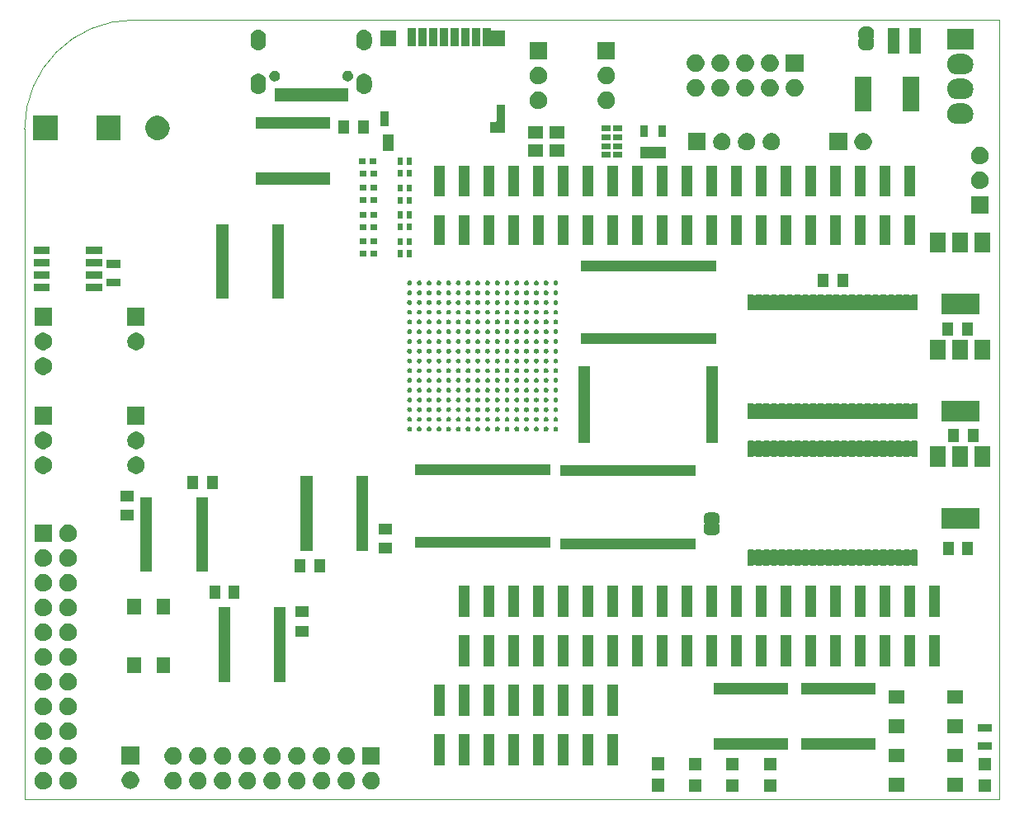
<source format=gbr>
G04 #@! TF.GenerationSoftware,KiCad,Pcbnew,(5.1.6)-1*
G04 #@! TF.CreationDate,2021-06-05T12:15:54+01:00*
G04 #@! TF.ProjectId,blit-cpu-mk3,626c6974-2d63-4707-952d-6d6b332e6b69,3.00*
G04 #@! TF.SameCoordinates,Original*
G04 #@! TF.FileFunction,Soldermask,Top*
G04 #@! TF.FilePolarity,Negative*
%FSLAX46Y46*%
G04 Gerber Fmt 4.6, Leading zero omitted, Abs format (unit mm)*
G04 Created by KiCad (PCBNEW (5.1.6)-1) date 2021-06-05 12:15:54*
%MOMM*%
%LPD*%
G01*
G04 APERTURE LIST*
G04 #@! TA.AperFunction,Profile*
%ADD10C,0.050000*%
G04 #@! TD*
%ADD11C,0.100000*%
G04 APERTURE END LIST*
D10*
X122000000Y-102000000D02*
X87000000Y-102000000D01*
X122000000Y-22000000D02*
X122000000Y-102000000D01*
X33200000Y-22000000D02*
X122000000Y-22000000D01*
X22000000Y-102000000D02*
X22000000Y-33200000D01*
X22000000Y-33200000D02*
G75*
G02*
X33200000Y-22000000I11200000J0D01*
G01*
X22000000Y-102000000D02*
X87000000Y-102000000D01*
D11*
G36*
X95251000Y-101251000D02*
G01*
X93949000Y-101251000D01*
X93949000Y-99949000D01*
X95251000Y-99949000D01*
X95251000Y-101251000D01*
G37*
G36*
X99151000Y-101251000D02*
G01*
X97849000Y-101251000D01*
X97849000Y-99949000D01*
X99151000Y-99949000D01*
X99151000Y-101251000D01*
G37*
G36*
X121151000Y-101251000D02*
G01*
X119849000Y-101251000D01*
X119849000Y-99949000D01*
X121151000Y-99949000D01*
X121151000Y-101251000D01*
G37*
G36*
X91451000Y-101251000D02*
G01*
X90149000Y-101251000D01*
X90149000Y-99949000D01*
X91451000Y-99949000D01*
X91451000Y-101251000D01*
G37*
G36*
X87651000Y-101221000D02*
G01*
X86349000Y-101221000D01*
X86349000Y-99919000D01*
X87651000Y-99919000D01*
X87651000Y-101221000D01*
G37*
G36*
X118301000Y-101201000D02*
G01*
X116699000Y-101201000D01*
X116699000Y-99799000D01*
X118301000Y-99799000D01*
X118301000Y-101201000D01*
G37*
G36*
X112301000Y-101201000D02*
G01*
X110699000Y-101201000D01*
X110699000Y-99799000D01*
X112301000Y-99799000D01*
X112301000Y-101201000D01*
G37*
G36*
X52593512Y-99198927D02*
G01*
X52742812Y-99228624D01*
X52906784Y-99296544D01*
X53054354Y-99395147D01*
X53179853Y-99520646D01*
X53278456Y-99668216D01*
X53346376Y-99832188D01*
X53381000Y-100006259D01*
X53381000Y-100183741D01*
X53346376Y-100357812D01*
X53278456Y-100521784D01*
X53179853Y-100669354D01*
X53054354Y-100794853D01*
X52906784Y-100893456D01*
X52742812Y-100961376D01*
X52593512Y-100991073D01*
X52568742Y-100996000D01*
X52391258Y-100996000D01*
X52366488Y-100991073D01*
X52217188Y-100961376D01*
X52053216Y-100893456D01*
X51905646Y-100794853D01*
X51780147Y-100669354D01*
X51681544Y-100521784D01*
X51613624Y-100357812D01*
X51579000Y-100183741D01*
X51579000Y-100006259D01*
X51613624Y-99832188D01*
X51681544Y-99668216D01*
X51780147Y-99520646D01*
X51905646Y-99395147D01*
X52053216Y-99296544D01*
X52217188Y-99228624D01*
X52366488Y-99198927D01*
X52391258Y-99194000D01*
X52568742Y-99194000D01*
X52593512Y-99198927D01*
G37*
G36*
X26558512Y-99198927D02*
G01*
X26707812Y-99228624D01*
X26871784Y-99296544D01*
X27019354Y-99395147D01*
X27144853Y-99520646D01*
X27243456Y-99668216D01*
X27311376Y-99832188D01*
X27346000Y-100006259D01*
X27346000Y-100183741D01*
X27311376Y-100357812D01*
X27243456Y-100521784D01*
X27144853Y-100669354D01*
X27019354Y-100794853D01*
X26871784Y-100893456D01*
X26707812Y-100961376D01*
X26558512Y-100991073D01*
X26533742Y-100996000D01*
X26356258Y-100996000D01*
X26331488Y-100991073D01*
X26182188Y-100961376D01*
X26018216Y-100893456D01*
X25870646Y-100794853D01*
X25745147Y-100669354D01*
X25646544Y-100521784D01*
X25578624Y-100357812D01*
X25544000Y-100183741D01*
X25544000Y-100006259D01*
X25578624Y-99832188D01*
X25646544Y-99668216D01*
X25745147Y-99520646D01*
X25870646Y-99395147D01*
X26018216Y-99296544D01*
X26182188Y-99228624D01*
X26331488Y-99198927D01*
X26356258Y-99194000D01*
X26533742Y-99194000D01*
X26558512Y-99198927D01*
G37*
G36*
X24018512Y-99198927D02*
G01*
X24167812Y-99228624D01*
X24331784Y-99296544D01*
X24479354Y-99395147D01*
X24604853Y-99520646D01*
X24703456Y-99668216D01*
X24771376Y-99832188D01*
X24806000Y-100006259D01*
X24806000Y-100183741D01*
X24771376Y-100357812D01*
X24703456Y-100521784D01*
X24604853Y-100669354D01*
X24479354Y-100794853D01*
X24331784Y-100893456D01*
X24167812Y-100961376D01*
X24018512Y-100991073D01*
X23993742Y-100996000D01*
X23816258Y-100996000D01*
X23791488Y-100991073D01*
X23642188Y-100961376D01*
X23478216Y-100893456D01*
X23330646Y-100794853D01*
X23205147Y-100669354D01*
X23106544Y-100521784D01*
X23038624Y-100357812D01*
X23004000Y-100183741D01*
X23004000Y-100006259D01*
X23038624Y-99832188D01*
X23106544Y-99668216D01*
X23205147Y-99520646D01*
X23330646Y-99395147D01*
X23478216Y-99296544D01*
X23642188Y-99228624D01*
X23791488Y-99198927D01*
X23816258Y-99194000D01*
X23993742Y-99194000D01*
X24018512Y-99198927D01*
G37*
G36*
X57673512Y-99198927D02*
G01*
X57822812Y-99228624D01*
X57986784Y-99296544D01*
X58134354Y-99395147D01*
X58259853Y-99520646D01*
X58358456Y-99668216D01*
X58426376Y-99832188D01*
X58461000Y-100006259D01*
X58461000Y-100183741D01*
X58426376Y-100357812D01*
X58358456Y-100521784D01*
X58259853Y-100669354D01*
X58134354Y-100794853D01*
X57986784Y-100893456D01*
X57822812Y-100961376D01*
X57673512Y-100991073D01*
X57648742Y-100996000D01*
X57471258Y-100996000D01*
X57446488Y-100991073D01*
X57297188Y-100961376D01*
X57133216Y-100893456D01*
X56985646Y-100794853D01*
X56860147Y-100669354D01*
X56761544Y-100521784D01*
X56693624Y-100357812D01*
X56659000Y-100183741D01*
X56659000Y-100006259D01*
X56693624Y-99832188D01*
X56761544Y-99668216D01*
X56860147Y-99520646D01*
X56985646Y-99395147D01*
X57133216Y-99296544D01*
X57297188Y-99228624D01*
X57446488Y-99198927D01*
X57471258Y-99194000D01*
X57648742Y-99194000D01*
X57673512Y-99198927D01*
G37*
G36*
X55133512Y-99198927D02*
G01*
X55282812Y-99228624D01*
X55446784Y-99296544D01*
X55594354Y-99395147D01*
X55719853Y-99520646D01*
X55818456Y-99668216D01*
X55886376Y-99832188D01*
X55921000Y-100006259D01*
X55921000Y-100183741D01*
X55886376Y-100357812D01*
X55818456Y-100521784D01*
X55719853Y-100669354D01*
X55594354Y-100794853D01*
X55446784Y-100893456D01*
X55282812Y-100961376D01*
X55133512Y-100991073D01*
X55108742Y-100996000D01*
X54931258Y-100996000D01*
X54906488Y-100991073D01*
X54757188Y-100961376D01*
X54593216Y-100893456D01*
X54445646Y-100794853D01*
X54320147Y-100669354D01*
X54221544Y-100521784D01*
X54153624Y-100357812D01*
X54119000Y-100183741D01*
X54119000Y-100006259D01*
X54153624Y-99832188D01*
X54221544Y-99668216D01*
X54320147Y-99520646D01*
X54445646Y-99395147D01*
X54593216Y-99296544D01*
X54757188Y-99228624D01*
X54906488Y-99198927D01*
X54931258Y-99194000D01*
X55108742Y-99194000D01*
X55133512Y-99198927D01*
G37*
G36*
X37353512Y-99198927D02*
G01*
X37502812Y-99228624D01*
X37666784Y-99296544D01*
X37814354Y-99395147D01*
X37939853Y-99520646D01*
X38038456Y-99668216D01*
X38106376Y-99832188D01*
X38141000Y-100006259D01*
X38141000Y-100183741D01*
X38106376Y-100357812D01*
X38038456Y-100521784D01*
X37939853Y-100669354D01*
X37814354Y-100794853D01*
X37666784Y-100893456D01*
X37502812Y-100961376D01*
X37353512Y-100991073D01*
X37328742Y-100996000D01*
X37151258Y-100996000D01*
X37126488Y-100991073D01*
X36977188Y-100961376D01*
X36813216Y-100893456D01*
X36665646Y-100794853D01*
X36540147Y-100669354D01*
X36441544Y-100521784D01*
X36373624Y-100357812D01*
X36339000Y-100183741D01*
X36339000Y-100006259D01*
X36373624Y-99832188D01*
X36441544Y-99668216D01*
X36540147Y-99520646D01*
X36665646Y-99395147D01*
X36813216Y-99296544D01*
X36977188Y-99228624D01*
X37126488Y-99198927D01*
X37151258Y-99194000D01*
X37328742Y-99194000D01*
X37353512Y-99198927D01*
G37*
G36*
X39893512Y-99198927D02*
G01*
X40042812Y-99228624D01*
X40206784Y-99296544D01*
X40354354Y-99395147D01*
X40479853Y-99520646D01*
X40578456Y-99668216D01*
X40646376Y-99832188D01*
X40681000Y-100006259D01*
X40681000Y-100183741D01*
X40646376Y-100357812D01*
X40578456Y-100521784D01*
X40479853Y-100669354D01*
X40354354Y-100794853D01*
X40206784Y-100893456D01*
X40042812Y-100961376D01*
X39893512Y-100991073D01*
X39868742Y-100996000D01*
X39691258Y-100996000D01*
X39666488Y-100991073D01*
X39517188Y-100961376D01*
X39353216Y-100893456D01*
X39205646Y-100794853D01*
X39080147Y-100669354D01*
X38981544Y-100521784D01*
X38913624Y-100357812D01*
X38879000Y-100183741D01*
X38879000Y-100006259D01*
X38913624Y-99832188D01*
X38981544Y-99668216D01*
X39080147Y-99520646D01*
X39205646Y-99395147D01*
X39353216Y-99296544D01*
X39517188Y-99228624D01*
X39666488Y-99198927D01*
X39691258Y-99194000D01*
X39868742Y-99194000D01*
X39893512Y-99198927D01*
G37*
G36*
X42433512Y-99198927D02*
G01*
X42582812Y-99228624D01*
X42746784Y-99296544D01*
X42894354Y-99395147D01*
X43019853Y-99520646D01*
X43118456Y-99668216D01*
X43186376Y-99832188D01*
X43221000Y-100006259D01*
X43221000Y-100183741D01*
X43186376Y-100357812D01*
X43118456Y-100521784D01*
X43019853Y-100669354D01*
X42894354Y-100794853D01*
X42746784Y-100893456D01*
X42582812Y-100961376D01*
X42433512Y-100991073D01*
X42408742Y-100996000D01*
X42231258Y-100996000D01*
X42206488Y-100991073D01*
X42057188Y-100961376D01*
X41893216Y-100893456D01*
X41745646Y-100794853D01*
X41620147Y-100669354D01*
X41521544Y-100521784D01*
X41453624Y-100357812D01*
X41419000Y-100183741D01*
X41419000Y-100006259D01*
X41453624Y-99832188D01*
X41521544Y-99668216D01*
X41620147Y-99520646D01*
X41745646Y-99395147D01*
X41893216Y-99296544D01*
X42057188Y-99228624D01*
X42206488Y-99198927D01*
X42231258Y-99194000D01*
X42408742Y-99194000D01*
X42433512Y-99198927D01*
G37*
G36*
X44973512Y-99198927D02*
G01*
X45122812Y-99228624D01*
X45286784Y-99296544D01*
X45434354Y-99395147D01*
X45559853Y-99520646D01*
X45658456Y-99668216D01*
X45726376Y-99832188D01*
X45761000Y-100006259D01*
X45761000Y-100183741D01*
X45726376Y-100357812D01*
X45658456Y-100521784D01*
X45559853Y-100669354D01*
X45434354Y-100794853D01*
X45286784Y-100893456D01*
X45122812Y-100961376D01*
X44973512Y-100991073D01*
X44948742Y-100996000D01*
X44771258Y-100996000D01*
X44746488Y-100991073D01*
X44597188Y-100961376D01*
X44433216Y-100893456D01*
X44285646Y-100794853D01*
X44160147Y-100669354D01*
X44061544Y-100521784D01*
X43993624Y-100357812D01*
X43959000Y-100183741D01*
X43959000Y-100006259D01*
X43993624Y-99832188D01*
X44061544Y-99668216D01*
X44160147Y-99520646D01*
X44285646Y-99395147D01*
X44433216Y-99296544D01*
X44597188Y-99228624D01*
X44746488Y-99198927D01*
X44771258Y-99194000D01*
X44948742Y-99194000D01*
X44973512Y-99198927D01*
G37*
G36*
X47513512Y-99198927D02*
G01*
X47662812Y-99228624D01*
X47826784Y-99296544D01*
X47974354Y-99395147D01*
X48099853Y-99520646D01*
X48198456Y-99668216D01*
X48266376Y-99832188D01*
X48301000Y-100006259D01*
X48301000Y-100183741D01*
X48266376Y-100357812D01*
X48198456Y-100521784D01*
X48099853Y-100669354D01*
X47974354Y-100794853D01*
X47826784Y-100893456D01*
X47662812Y-100961376D01*
X47513512Y-100991073D01*
X47488742Y-100996000D01*
X47311258Y-100996000D01*
X47286488Y-100991073D01*
X47137188Y-100961376D01*
X46973216Y-100893456D01*
X46825646Y-100794853D01*
X46700147Y-100669354D01*
X46601544Y-100521784D01*
X46533624Y-100357812D01*
X46499000Y-100183741D01*
X46499000Y-100006259D01*
X46533624Y-99832188D01*
X46601544Y-99668216D01*
X46700147Y-99520646D01*
X46825646Y-99395147D01*
X46973216Y-99296544D01*
X47137188Y-99228624D01*
X47286488Y-99198927D01*
X47311258Y-99194000D01*
X47488742Y-99194000D01*
X47513512Y-99198927D01*
G37*
G36*
X50053512Y-99198927D02*
G01*
X50202812Y-99228624D01*
X50366784Y-99296544D01*
X50514354Y-99395147D01*
X50639853Y-99520646D01*
X50738456Y-99668216D01*
X50806376Y-99832188D01*
X50841000Y-100006259D01*
X50841000Y-100183741D01*
X50806376Y-100357812D01*
X50738456Y-100521784D01*
X50639853Y-100669354D01*
X50514354Y-100794853D01*
X50366784Y-100893456D01*
X50202812Y-100961376D01*
X50053512Y-100991073D01*
X50028742Y-100996000D01*
X49851258Y-100996000D01*
X49826488Y-100991073D01*
X49677188Y-100961376D01*
X49513216Y-100893456D01*
X49365646Y-100794853D01*
X49240147Y-100669354D01*
X49141544Y-100521784D01*
X49073624Y-100357812D01*
X49039000Y-100183741D01*
X49039000Y-100006259D01*
X49073624Y-99832188D01*
X49141544Y-99668216D01*
X49240147Y-99520646D01*
X49365646Y-99395147D01*
X49513216Y-99296544D01*
X49677188Y-99228624D01*
X49826488Y-99198927D01*
X49851258Y-99194000D01*
X50028742Y-99194000D01*
X50053512Y-99198927D01*
G37*
G36*
X32963512Y-99143927D02*
G01*
X33112812Y-99173624D01*
X33276784Y-99241544D01*
X33424354Y-99340147D01*
X33549853Y-99465646D01*
X33648456Y-99613216D01*
X33716376Y-99777188D01*
X33751000Y-99951259D01*
X33751000Y-100128741D01*
X33716376Y-100302812D01*
X33648456Y-100466784D01*
X33549853Y-100614354D01*
X33424354Y-100739853D01*
X33276784Y-100838456D01*
X33112812Y-100906376D01*
X32963512Y-100936073D01*
X32938742Y-100941000D01*
X32761258Y-100941000D01*
X32736488Y-100936073D01*
X32587188Y-100906376D01*
X32423216Y-100838456D01*
X32275646Y-100739853D01*
X32150147Y-100614354D01*
X32051544Y-100466784D01*
X31983624Y-100302812D01*
X31949000Y-100128741D01*
X31949000Y-99951259D01*
X31983624Y-99777188D01*
X32051544Y-99613216D01*
X32150147Y-99465646D01*
X32275646Y-99340147D01*
X32423216Y-99241544D01*
X32587188Y-99173624D01*
X32736488Y-99143927D01*
X32761258Y-99139000D01*
X32938742Y-99139000D01*
X32963512Y-99143927D01*
G37*
G36*
X99151000Y-99051000D02*
G01*
X97849000Y-99051000D01*
X97849000Y-97749000D01*
X99151000Y-97749000D01*
X99151000Y-99051000D01*
G37*
G36*
X95251000Y-99051000D02*
G01*
X93949000Y-99051000D01*
X93949000Y-97749000D01*
X95251000Y-97749000D01*
X95251000Y-99051000D01*
G37*
G36*
X121151000Y-99051000D02*
G01*
X119849000Y-99051000D01*
X119849000Y-97749000D01*
X121151000Y-97749000D01*
X121151000Y-99051000D01*
G37*
G36*
X91451000Y-99051000D02*
G01*
X90149000Y-99051000D01*
X90149000Y-97749000D01*
X91451000Y-97749000D01*
X91451000Y-99051000D01*
G37*
G36*
X87651000Y-99021000D02*
G01*
X86349000Y-99021000D01*
X86349000Y-97719000D01*
X87651000Y-97719000D01*
X87651000Y-99021000D01*
G37*
G36*
X82876000Y-98516000D02*
G01*
X81774000Y-98516000D01*
X81774000Y-95264000D01*
X82876000Y-95264000D01*
X82876000Y-98516000D01*
G37*
G36*
X70176000Y-98516000D02*
G01*
X69074000Y-98516000D01*
X69074000Y-95264000D01*
X70176000Y-95264000D01*
X70176000Y-98516000D01*
G37*
G36*
X72716000Y-98516000D02*
G01*
X71614000Y-98516000D01*
X71614000Y-95264000D01*
X72716000Y-95264000D01*
X72716000Y-98516000D01*
G37*
G36*
X75256000Y-98516000D02*
G01*
X74154000Y-98516000D01*
X74154000Y-95264000D01*
X75256000Y-95264000D01*
X75256000Y-98516000D01*
G37*
G36*
X67636000Y-98516000D02*
G01*
X66534000Y-98516000D01*
X66534000Y-95264000D01*
X67636000Y-95264000D01*
X67636000Y-98516000D01*
G37*
G36*
X80336000Y-98516000D02*
G01*
X79234000Y-98516000D01*
X79234000Y-95264000D01*
X80336000Y-95264000D01*
X80336000Y-98516000D01*
G37*
G36*
X77796000Y-98516000D02*
G01*
X76694000Y-98516000D01*
X76694000Y-95264000D01*
X77796000Y-95264000D01*
X77796000Y-98516000D01*
G37*
G36*
X65096000Y-98516000D02*
G01*
X63994000Y-98516000D01*
X63994000Y-95264000D01*
X65096000Y-95264000D01*
X65096000Y-98516000D01*
G37*
G36*
X55133512Y-96658927D02*
G01*
X55282812Y-96688624D01*
X55446784Y-96756544D01*
X55594354Y-96855147D01*
X55719853Y-96980646D01*
X55818456Y-97128216D01*
X55886376Y-97292188D01*
X55921000Y-97466259D01*
X55921000Y-97643741D01*
X55886376Y-97817812D01*
X55818456Y-97981784D01*
X55719853Y-98129354D01*
X55594354Y-98254853D01*
X55446784Y-98353456D01*
X55282812Y-98421376D01*
X55133512Y-98451073D01*
X55108742Y-98456000D01*
X54931258Y-98456000D01*
X54906488Y-98451073D01*
X54757188Y-98421376D01*
X54593216Y-98353456D01*
X54445646Y-98254853D01*
X54320147Y-98129354D01*
X54221544Y-97981784D01*
X54153624Y-97817812D01*
X54119000Y-97643741D01*
X54119000Y-97466259D01*
X54153624Y-97292188D01*
X54221544Y-97128216D01*
X54320147Y-96980646D01*
X54445646Y-96855147D01*
X54593216Y-96756544D01*
X54757188Y-96688624D01*
X54906488Y-96658927D01*
X54931258Y-96654000D01*
X55108742Y-96654000D01*
X55133512Y-96658927D01*
G37*
G36*
X42433512Y-96658927D02*
G01*
X42582812Y-96688624D01*
X42746784Y-96756544D01*
X42894354Y-96855147D01*
X43019853Y-96980646D01*
X43118456Y-97128216D01*
X43186376Y-97292188D01*
X43221000Y-97466259D01*
X43221000Y-97643741D01*
X43186376Y-97817812D01*
X43118456Y-97981784D01*
X43019853Y-98129354D01*
X42894354Y-98254853D01*
X42746784Y-98353456D01*
X42582812Y-98421376D01*
X42433512Y-98451073D01*
X42408742Y-98456000D01*
X42231258Y-98456000D01*
X42206488Y-98451073D01*
X42057188Y-98421376D01*
X41893216Y-98353456D01*
X41745646Y-98254853D01*
X41620147Y-98129354D01*
X41521544Y-97981784D01*
X41453624Y-97817812D01*
X41419000Y-97643741D01*
X41419000Y-97466259D01*
X41453624Y-97292188D01*
X41521544Y-97128216D01*
X41620147Y-96980646D01*
X41745646Y-96855147D01*
X41893216Y-96756544D01*
X42057188Y-96688624D01*
X42206488Y-96658927D01*
X42231258Y-96654000D01*
X42408742Y-96654000D01*
X42433512Y-96658927D01*
G37*
G36*
X58461000Y-98456000D02*
G01*
X56659000Y-98456000D01*
X56659000Y-96654000D01*
X58461000Y-96654000D01*
X58461000Y-98456000D01*
G37*
G36*
X44973512Y-96658927D02*
G01*
X45122812Y-96688624D01*
X45286784Y-96756544D01*
X45434354Y-96855147D01*
X45559853Y-96980646D01*
X45658456Y-97128216D01*
X45726376Y-97292188D01*
X45761000Y-97466259D01*
X45761000Y-97643741D01*
X45726376Y-97817812D01*
X45658456Y-97981784D01*
X45559853Y-98129354D01*
X45434354Y-98254853D01*
X45286784Y-98353456D01*
X45122812Y-98421376D01*
X44973512Y-98451073D01*
X44948742Y-98456000D01*
X44771258Y-98456000D01*
X44746488Y-98451073D01*
X44597188Y-98421376D01*
X44433216Y-98353456D01*
X44285646Y-98254853D01*
X44160147Y-98129354D01*
X44061544Y-97981784D01*
X43993624Y-97817812D01*
X43959000Y-97643741D01*
X43959000Y-97466259D01*
X43993624Y-97292188D01*
X44061544Y-97128216D01*
X44160147Y-96980646D01*
X44285646Y-96855147D01*
X44433216Y-96756544D01*
X44597188Y-96688624D01*
X44746488Y-96658927D01*
X44771258Y-96654000D01*
X44948742Y-96654000D01*
X44973512Y-96658927D01*
G37*
G36*
X52593512Y-96658927D02*
G01*
X52742812Y-96688624D01*
X52906784Y-96756544D01*
X53054354Y-96855147D01*
X53179853Y-96980646D01*
X53278456Y-97128216D01*
X53346376Y-97292188D01*
X53381000Y-97466259D01*
X53381000Y-97643741D01*
X53346376Y-97817812D01*
X53278456Y-97981784D01*
X53179853Y-98129354D01*
X53054354Y-98254853D01*
X52906784Y-98353456D01*
X52742812Y-98421376D01*
X52593512Y-98451073D01*
X52568742Y-98456000D01*
X52391258Y-98456000D01*
X52366488Y-98451073D01*
X52217188Y-98421376D01*
X52053216Y-98353456D01*
X51905646Y-98254853D01*
X51780147Y-98129354D01*
X51681544Y-97981784D01*
X51613624Y-97817812D01*
X51579000Y-97643741D01*
X51579000Y-97466259D01*
X51613624Y-97292188D01*
X51681544Y-97128216D01*
X51780147Y-96980646D01*
X51905646Y-96855147D01*
X52053216Y-96756544D01*
X52217188Y-96688624D01*
X52366488Y-96658927D01*
X52391258Y-96654000D01*
X52568742Y-96654000D01*
X52593512Y-96658927D01*
G37*
G36*
X50053512Y-96658927D02*
G01*
X50202812Y-96688624D01*
X50366784Y-96756544D01*
X50514354Y-96855147D01*
X50639853Y-96980646D01*
X50738456Y-97128216D01*
X50806376Y-97292188D01*
X50841000Y-97466259D01*
X50841000Y-97643741D01*
X50806376Y-97817812D01*
X50738456Y-97981784D01*
X50639853Y-98129354D01*
X50514354Y-98254853D01*
X50366784Y-98353456D01*
X50202812Y-98421376D01*
X50053512Y-98451073D01*
X50028742Y-98456000D01*
X49851258Y-98456000D01*
X49826488Y-98451073D01*
X49677188Y-98421376D01*
X49513216Y-98353456D01*
X49365646Y-98254853D01*
X49240147Y-98129354D01*
X49141544Y-97981784D01*
X49073624Y-97817812D01*
X49039000Y-97643741D01*
X49039000Y-97466259D01*
X49073624Y-97292188D01*
X49141544Y-97128216D01*
X49240147Y-96980646D01*
X49365646Y-96855147D01*
X49513216Y-96756544D01*
X49677188Y-96688624D01*
X49826488Y-96658927D01*
X49851258Y-96654000D01*
X50028742Y-96654000D01*
X50053512Y-96658927D01*
G37*
G36*
X24018512Y-96658927D02*
G01*
X24167812Y-96688624D01*
X24331784Y-96756544D01*
X24479354Y-96855147D01*
X24604853Y-96980646D01*
X24703456Y-97128216D01*
X24771376Y-97292188D01*
X24806000Y-97466259D01*
X24806000Y-97643741D01*
X24771376Y-97817812D01*
X24703456Y-97981784D01*
X24604853Y-98129354D01*
X24479354Y-98254853D01*
X24331784Y-98353456D01*
X24167812Y-98421376D01*
X24018512Y-98451073D01*
X23993742Y-98456000D01*
X23816258Y-98456000D01*
X23791488Y-98451073D01*
X23642188Y-98421376D01*
X23478216Y-98353456D01*
X23330646Y-98254853D01*
X23205147Y-98129354D01*
X23106544Y-97981784D01*
X23038624Y-97817812D01*
X23004000Y-97643741D01*
X23004000Y-97466259D01*
X23038624Y-97292188D01*
X23106544Y-97128216D01*
X23205147Y-96980646D01*
X23330646Y-96855147D01*
X23478216Y-96756544D01*
X23642188Y-96688624D01*
X23791488Y-96658927D01*
X23816258Y-96654000D01*
X23993742Y-96654000D01*
X24018512Y-96658927D01*
G37*
G36*
X26558512Y-96658927D02*
G01*
X26707812Y-96688624D01*
X26871784Y-96756544D01*
X27019354Y-96855147D01*
X27144853Y-96980646D01*
X27243456Y-97128216D01*
X27311376Y-97292188D01*
X27346000Y-97466259D01*
X27346000Y-97643741D01*
X27311376Y-97817812D01*
X27243456Y-97981784D01*
X27144853Y-98129354D01*
X27019354Y-98254853D01*
X26871784Y-98353456D01*
X26707812Y-98421376D01*
X26558512Y-98451073D01*
X26533742Y-98456000D01*
X26356258Y-98456000D01*
X26331488Y-98451073D01*
X26182188Y-98421376D01*
X26018216Y-98353456D01*
X25870646Y-98254853D01*
X25745147Y-98129354D01*
X25646544Y-97981784D01*
X25578624Y-97817812D01*
X25544000Y-97643741D01*
X25544000Y-97466259D01*
X25578624Y-97292188D01*
X25646544Y-97128216D01*
X25745147Y-96980646D01*
X25870646Y-96855147D01*
X26018216Y-96756544D01*
X26182188Y-96688624D01*
X26331488Y-96658927D01*
X26356258Y-96654000D01*
X26533742Y-96654000D01*
X26558512Y-96658927D01*
G37*
G36*
X47513512Y-96658927D02*
G01*
X47662812Y-96688624D01*
X47826784Y-96756544D01*
X47974354Y-96855147D01*
X48099853Y-96980646D01*
X48198456Y-97128216D01*
X48266376Y-97292188D01*
X48301000Y-97466259D01*
X48301000Y-97643741D01*
X48266376Y-97817812D01*
X48198456Y-97981784D01*
X48099853Y-98129354D01*
X47974354Y-98254853D01*
X47826784Y-98353456D01*
X47662812Y-98421376D01*
X47513512Y-98451073D01*
X47488742Y-98456000D01*
X47311258Y-98456000D01*
X47286488Y-98451073D01*
X47137188Y-98421376D01*
X46973216Y-98353456D01*
X46825646Y-98254853D01*
X46700147Y-98129354D01*
X46601544Y-97981784D01*
X46533624Y-97817812D01*
X46499000Y-97643741D01*
X46499000Y-97466259D01*
X46533624Y-97292188D01*
X46601544Y-97128216D01*
X46700147Y-96980646D01*
X46825646Y-96855147D01*
X46973216Y-96756544D01*
X47137188Y-96688624D01*
X47286488Y-96658927D01*
X47311258Y-96654000D01*
X47488742Y-96654000D01*
X47513512Y-96658927D01*
G37*
G36*
X37353512Y-96658927D02*
G01*
X37502812Y-96688624D01*
X37666784Y-96756544D01*
X37814354Y-96855147D01*
X37939853Y-96980646D01*
X38038456Y-97128216D01*
X38106376Y-97292188D01*
X38141000Y-97466259D01*
X38141000Y-97643741D01*
X38106376Y-97817812D01*
X38038456Y-97981784D01*
X37939853Y-98129354D01*
X37814354Y-98254853D01*
X37666784Y-98353456D01*
X37502812Y-98421376D01*
X37353512Y-98451073D01*
X37328742Y-98456000D01*
X37151258Y-98456000D01*
X37126488Y-98451073D01*
X36977188Y-98421376D01*
X36813216Y-98353456D01*
X36665646Y-98254853D01*
X36540147Y-98129354D01*
X36441544Y-97981784D01*
X36373624Y-97817812D01*
X36339000Y-97643741D01*
X36339000Y-97466259D01*
X36373624Y-97292188D01*
X36441544Y-97128216D01*
X36540147Y-96980646D01*
X36665646Y-96855147D01*
X36813216Y-96756544D01*
X36977188Y-96688624D01*
X37126488Y-96658927D01*
X37151258Y-96654000D01*
X37328742Y-96654000D01*
X37353512Y-96658927D01*
G37*
G36*
X39893512Y-96658927D02*
G01*
X40042812Y-96688624D01*
X40206784Y-96756544D01*
X40354354Y-96855147D01*
X40479853Y-96980646D01*
X40578456Y-97128216D01*
X40646376Y-97292188D01*
X40681000Y-97466259D01*
X40681000Y-97643741D01*
X40646376Y-97817812D01*
X40578456Y-97981784D01*
X40479853Y-98129354D01*
X40354354Y-98254853D01*
X40206784Y-98353456D01*
X40042812Y-98421376D01*
X39893512Y-98451073D01*
X39868742Y-98456000D01*
X39691258Y-98456000D01*
X39666488Y-98451073D01*
X39517188Y-98421376D01*
X39353216Y-98353456D01*
X39205646Y-98254853D01*
X39080147Y-98129354D01*
X38981544Y-97981784D01*
X38913624Y-97817812D01*
X38879000Y-97643741D01*
X38879000Y-97466259D01*
X38913624Y-97292188D01*
X38981544Y-97128216D01*
X39080147Y-96980646D01*
X39205646Y-96855147D01*
X39353216Y-96756544D01*
X39517188Y-96688624D01*
X39666488Y-96658927D01*
X39691258Y-96654000D01*
X39868742Y-96654000D01*
X39893512Y-96658927D01*
G37*
G36*
X33751000Y-98401000D02*
G01*
X31949000Y-98401000D01*
X31949000Y-96599000D01*
X33751000Y-96599000D01*
X33751000Y-98401000D01*
G37*
G36*
X118301000Y-98201000D02*
G01*
X116699000Y-98201000D01*
X116699000Y-96799000D01*
X118301000Y-96799000D01*
X118301000Y-98201000D01*
G37*
G36*
X112301000Y-98201000D02*
G01*
X110699000Y-98201000D01*
X110699000Y-96799000D01*
X112301000Y-96799000D01*
X112301000Y-98201000D01*
G37*
G36*
X100326000Y-96951000D02*
G01*
X92674000Y-96951000D01*
X92674000Y-95749000D01*
X100326000Y-95749000D01*
X100326000Y-96951000D01*
G37*
G36*
X109326000Y-96951000D02*
G01*
X101674000Y-96951000D01*
X101674000Y-95749000D01*
X109326000Y-95749000D01*
X109326000Y-96951000D01*
G37*
G36*
X121201000Y-96951000D02*
G01*
X119799000Y-96951000D01*
X119799000Y-96149000D01*
X121201000Y-96149000D01*
X121201000Y-96951000D01*
G37*
G36*
X26558512Y-94118927D02*
G01*
X26707812Y-94148624D01*
X26871784Y-94216544D01*
X27019354Y-94315147D01*
X27144853Y-94440646D01*
X27243456Y-94588216D01*
X27311376Y-94752188D01*
X27346000Y-94926259D01*
X27346000Y-95103741D01*
X27311376Y-95277812D01*
X27243456Y-95441784D01*
X27144853Y-95589354D01*
X27019354Y-95714853D01*
X26871784Y-95813456D01*
X26707812Y-95881376D01*
X26558512Y-95911073D01*
X26533742Y-95916000D01*
X26356258Y-95916000D01*
X26331488Y-95911073D01*
X26182188Y-95881376D01*
X26018216Y-95813456D01*
X25870646Y-95714853D01*
X25745147Y-95589354D01*
X25646544Y-95441784D01*
X25578624Y-95277812D01*
X25544000Y-95103741D01*
X25544000Y-94926259D01*
X25578624Y-94752188D01*
X25646544Y-94588216D01*
X25745147Y-94440646D01*
X25870646Y-94315147D01*
X26018216Y-94216544D01*
X26182188Y-94148624D01*
X26331488Y-94118927D01*
X26356258Y-94114000D01*
X26533742Y-94114000D01*
X26558512Y-94118927D01*
G37*
G36*
X24018512Y-94118927D02*
G01*
X24167812Y-94148624D01*
X24331784Y-94216544D01*
X24479354Y-94315147D01*
X24604853Y-94440646D01*
X24703456Y-94588216D01*
X24771376Y-94752188D01*
X24806000Y-94926259D01*
X24806000Y-95103741D01*
X24771376Y-95277812D01*
X24703456Y-95441784D01*
X24604853Y-95589354D01*
X24479354Y-95714853D01*
X24331784Y-95813456D01*
X24167812Y-95881376D01*
X24018512Y-95911073D01*
X23993742Y-95916000D01*
X23816258Y-95916000D01*
X23791488Y-95911073D01*
X23642188Y-95881376D01*
X23478216Y-95813456D01*
X23330646Y-95714853D01*
X23205147Y-95589354D01*
X23106544Y-95441784D01*
X23038624Y-95277812D01*
X23004000Y-95103741D01*
X23004000Y-94926259D01*
X23038624Y-94752188D01*
X23106544Y-94588216D01*
X23205147Y-94440646D01*
X23330646Y-94315147D01*
X23478216Y-94216544D01*
X23642188Y-94148624D01*
X23791488Y-94118927D01*
X23816258Y-94114000D01*
X23993742Y-94114000D01*
X24018512Y-94118927D01*
G37*
G36*
X112301000Y-95201000D02*
G01*
X110699000Y-95201000D01*
X110699000Y-93799000D01*
X112301000Y-93799000D01*
X112301000Y-95201000D01*
G37*
G36*
X118301000Y-95201000D02*
G01*
X116699000Y-95201000D01*
X116699000Y-93799000D01*
X118301000Y-93799000D01*
X118301000Y-95201000D01*
G37*
G36*
X121201000Y-95051000D02*
G01*
X119799000Y-95051000D01*
X119799000Y-94249000D01*
X121201000Y-94249000D01*
X121201000Y-95051000D01*
G37*
G36*
X70176000Y-93466000D02*
G01*
X69074000Y-93466000D01*
X69074000Y-90214000D01*
X70176000Y-90214000D01*
X70176000Y-93466000D01*
G37*
G36*
X67636000Y-93466000D02*
G01*
X66534000Y-93466000D01*
X66534000Y-90214000D01*
X67636000Y-90214000D01*
X67636000Y-93466000D01*
G37*
G36*
X72716000Y-93466000D02*
G01*
X71614000Y-93466000D01*
X71614000Y-90214000D01*
X72716000Y-90214000D01*
X72716000Y-93466000D01*
G37*
G36*
X65096000Y-93466000D02*
G01*
X63994000Y-93466000D01*
X63994000Y-90214000D01*
X65096000Y-90214000D01*
X65096000Y-93466000D01*
G37*
G36*
X75256000Y-93466000D02*
G01*
X74154000Y-93466000D01*
X74154000Y-90214000D01*
X75256000Y-90214000D01*
X75256000Y-93466000D01*
G37*
G36*
X82876000Y-93466000D02*
G01*
X81774000Y-93466000D01*
X81774000Y-90214000D01*
X82876000Y-90214000D01*
X82876000Y-93466000D01*
G37*
G36*
X77796000Y-93466000D02*
G01*
X76694000Y-93466000D01*
X76694000Y-90214000D01*
X77796000Y-90214000D01*
X77796000Y-93466000D01*
G37*
G36*
X80336000Y-93466000D02*
G01*
X79234000Y-93466000D01*
X79234000Y-90214000D01*
X80336000Y-90214000D01*
X80336000Y-93466000D01*
G37*
G36*
X26558512Y-91578927D02*
G01*
X26707812Y-91608624D01*
X26871784Y-91676544D01*
X27019354Y-91775147D01*
X27144853Y-91900646D01*
X27243456Y-92048216D01*
X27311376Y-92212188D01*
X27346000Y-92386259D01*
X27346000Y-92563741D01*
X27311376Y-92737812D01*
X27243456Y-92901784D01*
X27144853Y-93049354D01*
X27019354Y-93174853D01*
X26871784Y-93273456D01*
X26707812Y-93341376D01*
X26558512Y-93371073D01*
X26533742Y-93376000D01*
X26356258Y-93376000D01*
X26331488Y-93371073D01*
X26182188Y-93341376D01*
X26018216Y-93273456D01*
X25870646Y-93174853D01*
X25745147Y-93049354D01*
X25646544Y-92901784D01*
X25578624Y-92737812D01*
X25544000Y-92563741D01*
X25544000Y-92386259D01*
X25578624Y-92212188D01*
X25646544Y-92048216D01*
X25745147Y-91900646D01*
X25870646Y-91775147D01*
X26018216Y-91676544D01*
X26182188Y-91608624D01*
X26331488Y-91578927D01*
X26356258Y-91574000D01*
X26533742Y-91574000D01*
X26558512Y-91578927D01*
G37*
G36*
X24018512Y-91578927D02*
G01*
X24167812Y-91608624D01*
X24331784Y-91676544D01*
X24479354Y-91775147D01*
X24604853Y-91900646D01*
X24703456Y-92048216D01*
X24771376Y-92212188D01*
X24806000Y-92386259D01*
X24806000Y-92563741D01*
X24771376Y-92737812D01*
X24703456Y-92901784D01*
X24604853Y-93049354D01*
X24479354Y-93174853D01*
X24331784Y-93273456D01*
X24167812Y-93341376D01*
X24018512Y-93371073D01*
X23993742Y-93376000D01*
X23816258Y-93376000D01*
X23791488Y-93371073D01*
X23642188Y-93341376D01*
X23478216Y-93273456D01*
X23330646Y-93174853D01*
X23205147Y-93049354D01*
X23106544Y-92901784D01*
X23038624Y-92737812D01*
X23004000Y-92563741D01*
X23004000Y-92386259D01*
X23038624Y-92212188D01*
X23106544Y-92048216D01*
X23205147Y-91900646D01*
X23330646Y-91775147D01*
X23478216Y-91676544D01*
X23642188Y-91608624D01*
X23791488Y-91578927D01*
X23816258Y-91574000D01*
X23993742Y-91574000D01*
X24018512Y-91578927D01*
G37*
G36*
X118301000Y-92201000D02*
G01*
X116699000Y-92201000D01*
X116699000Y-90799000D01*
X118301000Y-90799000D01*
X118301000Y-92201000D01*
G37*
G36*
X112301000Y-92201000D02*
G01*
X110699000Y-92201000D01*
X110699000Y-90799000D01*
X112301000Y-90799000D01*
X112301000Y-92201000D01*
G37*
G36*
X109326000Y-91251000D02*
G01*
X101674000Y-91251000D01*
X101674000Y-90049000D01*
X109326000Y-90049000D01*
X109326000Y-91251000D01*
G37*
G36*
X100326000Y-91251000D02*
G01*
X92674000Y-91251000D01*
X92674000Y-90049000D01*
X100326000Y-90049000D01*
X100326000Y-91251000D01*
G37*
G36*
X26558512Y-89038927D02*
G01*
X26707812Y-89068624D01*
X26871784Y-89136544D01*
X27019354Y-89235147D01*
X27144853Y-89360646D01*
X27243456Y-89508216D01*
X27311376Y-89672188D01*
X27346000Y-89846259D01*
X27346000Y-90023741D01*
X27311376Y-90197812D01*
X27243456Y-90361784D01*
X27144853Y-90509354D01*
X27019354Y-90634853D01*
X26871784Y-90733456D01*
X26707812Y-90801376D01*
X26558512Y-90831073D01*
X26533742Y-90836000D01*
X26356258Y-90836000D01*
X26331488Y-90831073D01*
X26182188Y-90801376D01*
X26018216Y-90733456D01*
X25870646Y-90634853D01*
X25745147Y-90509354D01*
X25646544Y-90361784D01*
X25578624Y-90197812D01*
X25544000Y-90023741D01*
X25544000Y-89846259D01*
X25578624Y-89672188D01*
X25646544Y-89508216D01*
X25745147Y-89360646D01*
X25870646Y-89235147D01*
X26018216Y-89136544D01*
X26182188Y-89068624D01*
X26331488Y-89038927D01*
X26356258Y-89034000D01*
X26533742Y-89034000D01*
X26558512Y-89038927D01*
G37*
G36*
X24018512Y-89038927D02*
G01*
X24167812Y-89068624D01*
X24331784Y-89136544D01*
X24479354Y-89235147D01*
X24604853Y-89360646D01*
X24703456Y-89508216D01*
X24771376Y-89672188D01*
X24806000Y-89846259D01*
X24806000Y-90023741D01*
X24771376Y-90197812D01*
X24703456Y-90361784D01*
X24604853Y-90509354D01*
X24479354Y-90634853D01*
X24331784Y-90733456D01*
X24167812Y-90801376D01*
X24018512Y-90831073D01*
X23993742Y-90836000D01*
X23816258Y-90836000D01*
X23791488Y-90831073D01*
X23642188Y-90801376D01*
X23478216Y-90733456D01*
X23330646Y-90634853D01*
X23205147Y-90509354D01*
X23106544Y-90361784D01*
X23038624Y-90197812D01*
X23004000Y-90023741D01*
X23004000Y-89846259D01*
X23038624Y-89672188D01*
X23106544Y-89508216D01*
X23205147Y-89360646D01*
X23330646Y-89235147D01*
X23478216Y-89136544D01*
X23642188Y-89068624D01*
X23791488Y-89038927D01*
X23816258Y-89034000D01*
X23993742Y-89034000D01*
X24018512Y-89038927D01*
G37*
G36*
X43090000Y-89932000D02*
G01*
X41888000Y-89932000D01*
X41888000Y-82280000D01*
X43090000Y-82280000D01*
X43090000Y-89932000D01*
G37*
G36*
X48790000Y-89932000D02*
G01*
X47588000Y-89932000D01*
X47588000Y-82280000D01*
X48790000Y-82280000D01*
X48790000Y-89932000D01*
G37*
G36*
X36951000Y-89051000D02*
G01*
X35549000Y-89051000D01*
X35549000Y-87449000D01*
X36951000Y-87449000D01*
X36951000Y-89051000D01*
G37*
G36*
X33951000Y-89051000D02*
G01*
X32549000Y-89051000D01*
X32549000Y-87449000D01*
X33951000Y-87449000D01*
X33951000Y-89051000D01*
G37*
G36*
X90496000Y-88371000D02*
G01*
X89394000Y-88371000D01*
X89394000Y-85119000D01*
X90496000Y-85119000D01*
X90496000Y-88371000D01*
G37*
G36*
X113356000Y-88371000D02*
G01*
X112254000Y-88371000D01*
X112254000Y-85119000D01*
X113356000Y-85119000D01*
X113356000Y-88371000D01*
G37*
G36*
X115896000Y-88371000D02*
G01*
X114794000Y-88371000D01*
X114794000Y-85119000D01*
X115896000Y-85119000D01*
X115896000Y-88371000D01*
G37*
G36*
X110816000Y-88371000D02*
G01*
X109714000Y-88371000D01*
X109714000Y-85119000D01*
X110816000Y-85119000D01*
X110816000Y-88371000D01*
G37*
G36*
X108276000Y-88371000D02*
G01*
X107174000Y-88371000D01*
X107174000Y-85119000D01*
X108276000Y-85119000D01*
X108276000Y-88371000D01*
G37*
G36*
X105736000Y-88371000D02*
G01*
X104634000Y-88371000D01*
X104634000Y-85119000D01*
X105736000Y-85119000D01*
X105736000Y-88371000D01*
G37*
G36*
X103196000Y-88371000D02*
G01*
X102094000Y-88371000D01*
X102094000Y-85119000D01*
X103196000Y-85119000D01*
X103196000Y-88371000D01*
G37*
G36*
X100656000Y-88371000D02*
G01*
X99554000Y-88371000D01*
X99554000Y-85119000D01*
X100656000Y-85119000D01*
X100656000Y-88371000D01*
G37*
G36*
X98116000Y-88371000D02*
G01*
X97014000Y-88371000D01*
X97014000Y-85119000D01*
X98116000Y-85119000D01*
X98116000Y-88371000D01*
G37*
G36*
X95576000Y-88371000D02*
G01*
X94474000Y-88371000D01*
X94474000Y-85119000D01*
X95576000Y-85119000D01*
X95576000Y-88371000D01*
G37*
G36*
X93036000Y-88371000D02*
G01*
X91934000Y-88371000D01*
X91934000Y-85119000D01*
X93036000Y-85119000D01*
X93036000Y-88371000D01*
G37*
G36*
X87956000Y-88371000D02*
G01*
X86854000Y-88371000D01*
X86854000Y-85119000D01*
X87956000Y-85119000D01*
X87956000Y-88371000D01*
G37*
G36*
X72716000Y-88371000D02*
G01*
X71614000Y-88371000D01*
X71614000Y-85119000D01*
X72716000Y-85119000D01*
X72716000Y-88371000D01*
G37*
G36*
X67636000Y-88371000D02*
G01*
X66534000Y-88371000D01*
X66534000Y-85119000D01*
X67636000Y-85119000D01*
X67636000Y-88371000D01*
G37*
G36*
X70176000Y-88371000D02*
G01*
X69074000Y-88371000D01*
X69074000Y-85119000D01*
X70176000Y-85119000D01*
X70176000Y-88371000D01*
G37*
G36*
X75256000Y-88371000D02*
G01*
X74154000Y-88371000D01*
X74154000Y-85119000D01*
X75256000Y-85119000D01*
X75256000Y-88371000D01*
G37*
G36*
X77796000Y-88371000D02*
G01*
X76694000Y-88371000D01*
X76694000Y-85119000D01*
X77796000Y-85119000D01*
X77796000Y-88371000D01*
G37*
G36*
X82876000Y-88371000D02*
G01*
X81774000Y-88371000D01*
X81774000Y-85119000D01*
X82876000Y-85119000D01*
X82876000Y-88371000D01*
G37*
G36*
X85416000Y-88371000D02*
G01*
X84314000Y-88371000D01*
X84314000Y-85119000D01*
X85416000Y-85119000D01*
X85416000Y-88371000D01*
G37*
G36*
X80336000Y-88371000D02*
G01*
X79234000Y-88371000D01*
X79234000Y-85119000D01*
X80336000Y-85119000D01*
X80336000Y-88371000D01*
G37*
G36*
X26558512Y-86498927D02*
G01*
X26707812Y-86528624D01*
X26871784Y-86596544D01*
X27019354Y-86695147D01*
X27144853Y-86820646D01*
X27243456Y-86968216D01*
X27311376Y-87132188D01*
X27346000Y-87306259D01*
X27346000Y-87483741D01*
X27311376Y-87657812D01*
X27243456Y-87821784D01*
X27144853Y-87969354D01*
X27019354Y-88094853D01*
X26871784Y-88193456D01*
X26707812Y-88261376D01*
X26558512Y-88291073D01*
X26533742Y-88296000D01*
X26356258Y-88296000D01*
X26331488Y-88291073D01*
X26182188Y-88261376D01*
X26018216Y-88193456D01*
X25870646Y-88094853D01*
X25745147Y-87969354D01*
X25646544Y-87821784D01*
X25578624Y-87657812D01*
X25544000Y-87483741D01*
X25544000Y-87306259D01*
X25578624Y-87132188D01*
X25646544Y-86968216D01*
X25745147Y-86820646D01*
X25870646Y-86695147D01*
X26018216Y-86596544D01*
X26182188Y-86528624D01*
X26331488Y-86498927D01*
X26356258Y-86494000D01*
X26533742Y-86494000D01*
X26558512Y-86498927D01*
G37*
G36*
X24018512Y-86498927D02*
G01*
X24167812Y-86528624D01*
X24331784Y-86596544D01*
X24479354Y-86695147D01*
X24604853Y-86820646D01*
X24703456Y-86968216D01*
X24771376Y-87132188D01*
X24806000Y-87306259D01*
X24806000Y-87483741D01*
X24771376Y-87657812D01*
X24703456Y-87821784D01*
X24604853Y-87969354D01*
X24479354Y-88094853D01*
X24331784Y-88193456D01*
X24167812Y-88261376D01*
X24018512Y-88291073D01*
X23993742Y-88296000D01*
X23816258Y-88296000D01*
X23791488Y-88291073D01*
X23642188Y-88261376D01*
X23478216Y-88193456D01*
X23330646Y-88094853D01*
X23205147Y-87969354D01*
X23106544Y-87821784D01*
X23038624Y-87657812D01*
X23004000Y-87483741D01*
X23004000Y-87306259D01*
X23038624Y-87132188D01*
X23106544Y-86968216D01*
X23205147Y-86820646D01*
X23330646Y-86695147D01*
X23478216Y-86596544D01*
X23642188Y-86528624D01*
X23791488Y-86498927D01*
X23816258Y-86494000D01*
X23993742Y-86494000D01*
X24018512Y-86498927D01*
G37*
G36*
X26558512Y-83958927D02*
G01*
X26707812Y-83988624D01*
X26871784Y-84056544D01*
X27019354Y-84155147D01*
X27144853Y-84280646D01*
X27243456Y-84428216D01*
X27311376Y-84592188D01*
X27346000Y-84766259D01*
X27346000Y-84943741D01*
X27311376Y-85117812D01*
X27243456Y-85281784D01*
X27144853Y-85429354D01*
X27019354Y-85554853D01*
X26871784Y-85653456D01*
X26707812Y-85721376D01*
X26558512Y-85751073D01*
X26533742Y-85756000D01*
X26356258Y-85756000D01*
X26331488Y-85751073D01*
X26182188Y-85721376D01*
X26018216Y-85653456D01*
X25870646Y-85554853D01*
X25745147Y-85429354D01*
X25646544Y-85281784D01*
X25578624Y-85117812D01*
X25544000Y-84943741D01*
X25544000Y-84766259D01*
X25578624Y-84592188D01*
X25646544Y-84428216D01*
X25745147Y-84280646D01*
X25870646Y-84155147D01*
X26018216Y-84056544D01*
X26182188Y-83988624D01*
X26331488Y-83958927D01*
X26356258Y-83954000D01*
X26533742Y-83954000D01*
X26558512Y-83958927D01*
G37*
G36*
X24018512Y-83958927D02*
G01*
X24167812Y-83988624D01*
X24331784Y-84056544D01*
X24479354Y-84155147D01*
X24604853Y-84280646D01*
X24703456Y-84428216D01*
X24771376Y-84592188D01*
X24806000Y-84766259D01*
X24806000Y-84943741D01*
X24771376Y-85117812D01*
X24703456Y-85281784D01*
X24604853Y-85429354D01*
X24479354Y-85554853D01*
X24331784Y-85653456D01*
X24167812Y-85721376D01*
X24018512Y-85751073D01*
X23993742Y-85756000D01*
X23816258Y-85756000D01*
X23791488Y-85751073D01*
X23642188Y-85721376D01*
X23478216Y-85653456D01*
X23330646Y-85554853D01*
X23205147Y-85429354D01*
X23106544Y-85281784D01*
X23038624Y-85117812D01*
X23004000Y-84943741D01*
X23004000Y-84766259D01*
X23038624Y-84592188D01*
X23106544Y-84428216D01*
X23205147Y-84280646D01*
X23330646Y-84155147D01*
X23478216Y-84056544D01*
X23642188Y-83988624D01*
X23791488Y-83958927D01*
X23816258Y-83954000D01*
X23993742Y-83954000D01*
X24018512Y-83958927D01*
G37*
G36*
X51176000Y-85301000D02*
G01*
X49824000Y-85301000D01*
X49824000Y-84199000D01*
X51176000Y-84199000D01*
X51176000Y-85301000D01*
G37*
G36*
X87956000Y-83321000D02*
G01*
X86854000Y-83321000D01*
X86854000Y-80069000D01*
X87956000Y-80069000D01*
X87956000Y-83321000D01*
G37*
G36*
X72716000Y-83321000D02*
G01*
X71614000Y-83321000D01*
X71614000Y-80069000D01*
X72716000Y-80069000D01*
X72716000Y-83321000D01*
G37*
G36*
X98116000Y-83321000D02*
G01*
X97014000Y-83321000D01*
X97014000Y-80069000D01*
X98116000Y-80069000D01*
X98116000Y-83321000D01*
G37*
G36*
X100656000Y-83321000D02*
G01*
X99554000Y-83321000D01*
X99554000Y-80069000D01*
X100656000Y-80069000D01*
X100656000Y-83321000D01*
G37*
G36*
X108276000Y-83321000D02*
G01*
X107174000Y-83321000D01*
X107174000Y-80069000D01*
X108276000Y-80069000D01*
X108276000Y-83321000D01*
G37*
G36*
X110816000Y-83321000D02*
G01*
X109714000Y-83321000D01*
X109714000Y-80069000D01*
X110816000Y-80069000D01*
X110816000Y-83321000D01*
G37*
G36*
X103196000Y-83321000D02*
G01*
X102094000Y-83321000D01*
X102094000Y-80069000D01*
X103196000Y-80069000D01*
X103196000Y-83321000D01*
G37*
G36*
X105736000Y-83321000D02*
G01*
X104634000Y-83321000D01*
X104634000Y-80069000D01*
X105736000Y-80069000D01*
X105736000Y-83321000D01*
G37*
G36*
X113356000Y-83321000D02*
G01*
X112254000Y-83321000D01*
X112254000Y-80069000D01*
X113356000Y-80069000D01*
X113356000Y-83321000D01*
G37*
G36*
X90496000Y-83321000D02*
G01*
X89394000Y-83321000D01*
X89394000Y-80069000D01*
X90496000Y-80069000D01*
X90496000Y-83321000D01*
G37*
G36*
X93036000Y-83321000D02*
G01*
X91934000Y-83321000D01*
X91934000Y-80069000D01*
X93036000Y-80069000D01*
X93036000Y-83321000D01*
G37*
G36*
X95576000Y-83321000D02*
G01*
X94474000Y-83321000D01*
X94474000Y-80069000D01*
X95576000Y-80069000D01*
X95576000Y-83321000D01*
G37*
G36*
X115896000Y-83321000D02*
G01*
X114794000Y-83321000D01*
X114794000Y-80069000D01*
X115896000Y-80069000D01*
X115896000Y-83321000D01*
G37*
G36*
X67636000Y-83321000D02*
G01*
X66534000Y-83321000D01*
X66534000Y-80069000D01*
X67636000Y-80069000D01*
X67636000Y-83321000D01*
G37*
G36*
X70176000Y-83321000D02*
G01*
X69074000Y-83321000D01*
X69074000Y-80069000D01*
X70176000Y-80069000D01*
X70176000Y-83321000D01*
G37*
G36*
X75256000Y-83321000D02*
G01*
X74154000Y-83321000D01*
X74154000Y-80069000D01*
X75256000Y-80069000D01*
X75256000Y-83321000D01*
G37*
G36*
X77796000Y-83321000D02*
G01*
X76694000Y-83321000D01*
X76694000Y-80069000D01*
X77796000Y-80069000D01*
X77796000Y-83321000D01*
G37*
G36*
X80336000Y-83321000D02*
G01*
X79234000Y-83321000D01*
X79234000Y-80069000D01*
X80336000Y-80069000D01*
X80336000Y-83321000D01*
G37*
G36*
X82876000Y-83321000D02*
G01*
X81774000Y-83321000D01*
X81774000Y-80069000D01*
X82876000Y-80069000D01*
X82876000Y-83321000D01*
G37*
G36*
X85416000Y-83321000D02*
G01*
X84314000Y-83321000D01*
X84314000Y-80069000D01*
X85416000Y-80069000D01*
X85416000Y-83321000D01*
G37*
G36*
X51176000Y-83301000D02*
G01*
X49824000Y-83301000D01*
X49824000Y-82199000D01*
X51176000Y-82199000D01*
X51176000Y-83301000D01*
G37*
G36*
X26558512Y-81418927D02*
G01*
X26707812Y-81448624D01*
X26871784Y-81516544D01*
X27019354Y-81615147D01*
X27144853Y-81740646D01*
X27243456Y-81888216D01*
X27311376Y-82052188D01*
X27346000Y-82226259D01*
X27346000Y-82403741D01*
X27311376Y-82577812D01*
X27243456Y-82741784D01*
X27144853Y-82889354D01*
X27019354Y-83014853D01*
X26871784Y-83113456D01*
X26707812Y-83181376D01*
X26558512Y-83211073D01*
X26533742Y-83216000D01*
X26356258Y-83216000D01*
X26331488Y-83211073D01*
X26182188Y-83181376D01*
X26018216Y-83113456D01*
X25870646Y-83014853D01*
X25745147Y-82889354D01*
X25646544Y-82741784D01*
X25578624Y-82577812D01*
X25544000Y-82403741D01*
X25544000Y-82226259D01*
X25578624Y-82052188D01*
X25646544Y-81888216D01*
X25745147Y-81740646D01*
X25870646Y-81615147D01*
X26018216Y-81516544D01*
X26182188Y-81448624D01*
X26331488Y-81418927D01*
X26356258Y-81414000D01*
X26533742Y-81414000D01*
X26558512Y-81418927D01*
G37*
G36*
X24018512Y-81418927D02*
G01*
X24167812Y-81448624D01*
X24331784Y-81516544D01*
X24479354Y-81615147D01*
X24604853Y-81740646D01*
X24703456Y-81888216D01*
X24771376Y-82052188D01*
X24806000Y-82226259D01*
X24806000Y-82403741D01*
X24771376Y-82577812D01*
X24703456Y-82741784D01*
X24604853Y-82889354D01*
X24479354Y-83014853D01*
X24331784Y-83113456D01*
X24167812Y-83181376D01*
X24018512Y-83211073D01*
X23993742Y-83216000D01*
X23816258Y-83216000D01*
X23791488Y-83211073D01*
X23642188Y-83181376D01*
X23478216Y-83113456D01*
X23330646Y-83014853D01*
X23205147Y-82889354D01*
X23106544Y-82741784D01*
X23038624Y-82577812D01*
X23004000Y-82403741D01*
X23004000Y-82226259D01*
X23038624Y-82052188D01*
X23106544Y-81888216D01*
X23205147Y-81740646D01*
X23330646Y-81615147D01*
X23478216Y-81516544D01*
X23642188Y-81448624D01*
X23791488Y-81418927D01*
X23816258Y-81414000D01*
X23993742Y-81414000D01*
X24018512Y-81418927D01*
G37*
G36*
X36951000Y-83051000D02*
G01*
X35549000Y-83051000D01*
X35549000Y-81449000D01*
X36951000Y-81449000D01*
X36951000Y-83051000D01*
G37*
G36*
X33951000Y-83051000D02*
G01*
X32549000Y-83051000D01*
X32549000Y-81449000D01*
X33951000Y-81449000D01*
X33951000Y-83051000D01*
G37*
G36*
X44051000Y-81426000D02*
G01*
X42949000Y-81426000D01*
X42949000Y-80074000D01*
X44051000Y-80074000D01*
X44051000Y-81426000D01*
G37*
G36*
X42051000Y-81426000D02*
G01*
X40949000Y-81426000D01*
X40949000Y-80074000D01*
X42051000Y-80074000D01*
X42051000Y-81426000D01*
G37*
G36*
X24018512Y-78878927D02*
G01*
X24167812Y-78908624D01*
X24331784Y-78976544D01*
X24479354Y-79075147D01*
X24604853Y-79200646D01*
X24703456Y-79348216D01*
X24771376Y-79512188D01*
X24806000Y-79686259D01*
X24806000Y-79863741D01*
X24771376Y-80037812D01*
X24703456Y-80201784D01*
X24604853Y-80349354D01*
X24479354Y-80474853D01*
X24331784Y-80573456D01*
X24167812Y-80641376D01*
X24018512Y-80671073D01*
X23993742Y-80676000D01*
X23816258Y-80676000D01*
X23791488Y-80671073D01*
X23642188Y-80641376D01*
X23478216Y-80573456D01*
X23330646Y-80474853D01*
X23205147Y-80349354D01*
X23106544Y-80201784D01*
X23038624Y-80037812D01*
X23004000Y-79863741D01*
X23004000Y-79686259D01*
X23038624Y-79512188D01*
X23106544Y-79348216D01*
X23205147Y-79200646D01*
X23330646Y-79075147D01*
X23478216Y-78976544D01*
X23642188Y-78908624D01*
X23791488Y-78878927D01*
X23816258Y-78874000D01*
X23993742Y-78874000D01*
X24018512Y-78878927D01*
G37*
G36*
X26558512Y-78878927D02*
G01*
X26707812Y-78908624D01*
X26871784Y-78976544D01*
X27019354Y-79075147D01*
X27144853Y-79200646D01*
X27243456Y-79348216D01*
X27311376Y-79512188D01*
X27346000Y-79686259D01*
X27346000Y-79863741D01*
X27311376Y-80037812D01*
X27243456Y-80201784D01*
X27144853Y-80349354D01*
X27019354Y-80474853D01*
X26871784Y-80573456D01*
X26707812Y-80641376D01*
X26558512Y-80671073D01*
X26533742Y-80676000D01*
X26356258Y-80676000D01*
X26331488Y-80671073D01*
X26182188Y-80641376D01*
X26018216Y-80573456D01*
X25870646Y-80474853D01*
X25745147Y-80349354D01*
X25646544Y-80201784D01*
X25578624Y-80037812D01*
X25544000Y-79863741D01*
X25544000Y-79686259D01*
X25578624Y-79512188D01*
X25646544Y-79348216D01*
X25745147Y-79200646D01*
X25870646Y-79075147D01*
X26018216Y-78976544D01*
X26182188Y-78908624D01*
X26331488Y-78878927D01*
X26356258Y-78874000D01*
X26533742Y-78874000D01*
X26558512Y-78878927D01*
G37*
G36*
X50801000Y-78676000D02*
G01*
X49699000Y-78676000D01*
X49699000Y-77324000D01*
X50801000Y-77324000D01*
X50801000Y-78676000D01*
G37*
G36*
X52801000Y-78676000D02*
G01*
X51699000Y-78676000D01*
X51699000Y-77324000D01*
X52801000Y-77324000D01*
X52801000Y-78676000D01*
G37*
G36*
X35089000Y-78629000D02*
G01*
X33887000Y-78629000D01*
X33887000Y-70977000D01*
X35089000Y-70977000D01*
X35089000Y-78629000D01*
G37*
G36*
X40789000Y-78629000D02*
G01*
X39587000Y-78629000D01*
X39587000Y-70977000D01*
X40789000Y-70977000D01*
X40789000Y-78629000D01*
G37*
G36*
X26558512Y-76338927D02*
G01*
X26707812Y-76368624D01*
X26871784Y-76436544D01*
X27019354Y-76535147D01*
X27144853Y-76660646D01*
X27243456Y-76808216D01*
X27311376Y-76972188D01*
X27341073Y-77121488D01*
X27346000Y-77146258D01*
X27346000Y-77323742D01*
X27344954Y-77329000D01*
X27311376Y-77497812D01*
X27243456Y-77661784D01*
X27144853Y-77809354D01*
X27019354Y-77934853D01*
X26871784Y-78033456D01*
X26707812Y-78101376D01*
X26558512Y-78131073D01*
X26533742Y-78136000D01*
X26356258Y-78136000D01*
X26331488Y-78131073D01*
X26182188Y-78101376D01*
X26018216Y-78033456D01*
X25870646Y-77934853D01*
X25745147Y-77809354D01*
X25646544Y-77661784D01*
X25578624Y-77497812D01*
X25545046Y-77329000D01*
X25544000Y-77323742D01*
X25544000Y-77146258D01*
X25548927Y-77121488D01*
X25578624Y-76972188D01*
X25646544Y-76808216D01*
X25745147Y-76660646D01*
X25870646Y-76535147D01*
X26018216Y-76436544D01*
X26182188Y-76368624D01*
X26331488Y-76338927D01*
X26356258Y-76334000D01*
X26533742Y-76334000D01*
X26558512Y-76338927D01*
G37*
G36*
X24018512Y-76338927D02*
G01*
X24167812Y-76368624D01*
X24331784Y-76436544D01*
X24479354Y-76535147D01*
X24604853Y-76660646D01*
X24703456Y-76808216D01*
X24771376Y-76972188D01*
X24801073Y-77121488D01*
X24806000Y-77146258D01*
X24806000Y-77323742D01*
X24804954Y-77329000D01*
X24771376Y-77497812D01*
X24703456Y-77661784D01*
X24604853Y-77809354D01*
X24479354Y-77934853D01*
X24331784Y-78033456D01*
X24167812Y-78101376D01*
X24018512Y-78131073D01*
X23993742Y-78136000D01*
X23816258Y-78136000D01*
X23791488Y-78131073D01*
X23642188Y-78101376D01*
X23478216Y-78033456D01*
X23330646Y-77934853D01*
X23205147Y-77809354D01*
X23106544Y-77661784D01*
X23038624Y-77497812D01*
X23005046Y-77329000D01*
X23004000Y-77323742D01*
X23004000Y-77146258D01*
X23008927Y-77121488D01*
X23038624Y-76972188D01*
X23106544Y-76808216D01*
X23205147Y-76660646D01*
X23330646Y-76535147D01*
X23478216Y-76436544D01*
X23642188Y-76368624D01*
X23791488Y-76338927D01*
X23816258Y-76334000D01*
X23993742Y-76334000D01*
X24018512Y-76338927D01*
G37*
G36*
X96744987Y-76376524D02*
G01*
X96763730Y-76382210D01*
X96780997Y-76391439D01*
X96796138Y-76403865D01*
X96803375Y-76412683D01*
X96820702Y-76430010D01*
X96841076Y-76443623D01*
X96863715Y-76453001D01*
X96887748Y-76457781D01*
X96912252Y-76457781D01*
X96936285Y-76453001D01*
X96958924Y-76443623D01*
X96979299Y-76430009D01*
X96996625Y-76412683D01*
X97003862Y-76403865D01*
X97019003Y-76391439D01*
X97036270Y-76382210D01*
X97055013Y-76376524D01*
X97080640Y-76374000D01*
X97519360Y-76374000D01*
X97544987Y-76376524D01*
X97563730Y-76382210D01*
X97580997Y-76391439D01*
X97596138Y-76403865D01*
X97603375Y-76412683D01*
X97620702Y-76430010D01*
X97641076Y-76443623D01*
X97663715Y-76453001D01*
X97687748Y-76457781D01*
X97712252Y-76457781D01*
X97736285Y-76453001D01*
X97758924Y-76443623D01*
X97779299Y-76430009D01*
X97796625Y-76412683D01*
X97803862Y-76403865D01*
X97819003Y-76391439D01*
X97836270Y-76382210D01*
X97855013Y-76376524D01*
X97880640Y-76374000D01*
X98319360Y-76374000D01*
X98344987Y-76376524D01*
X98363730Y-76382210D01*
X98380997Y-76391439D01*
X98396138Y-76403865D01*
X98403375Y-76412683D01*
X98420702Y-76430010D01*
X98441076Y-76443623D01*
X98463715Y-76453001D01*
X98487748Y-76457781D01*
X98512252Y-76457781D01*
X98536285Y-76453001D01*
X98558924Y-76443623D01*
X98579299Y-76430009D01*
X98596625Y-76412683D01*
X98603862Y-76403865D01*
X98619003Y-76391439D01*
X98636270Y-76382210D01*
X98655013Y-76376524D01*
X98680640Y-76374000D01*
X99119360Y-76374000D01*
X99144987Y-76376524D01*
X99163730Y-76382210D01*
X99180997Y-76391439D01*
X99196138Y-76403865D01*
X99203375Y-76412683D01*
X99220702Y-76430010D01*
X99241076Y-76443623D01*
X99263715Y-76453001D01*
X99287748Y-76457781D01*
X99312252Y-76457781D01*
X99336285Y-76453001D01*
X99358924Y-76443623D01*
X99379299Y-76430009D01*
X99396625Y-76412683D01*
X99403862Y-76403865D01*
X99419003Y-76391439D01*
X99436270Y-76382210D01*
X99455013Y-76376524D01*
X99480640Y-76374000D01*
X99919360Y-76374000D01*
X99944987Y-76376524D01*
X99963730Y-76382210D01*
X99980997Y-76391439D01*
X99996138Y-76403865D01*
X100003375Y-76412683D01*
X100020702Y-76430010D01*
X100041076Y-76443623D01*
X100063715Y-76453001D01*
X100087748Y-76457781D01*
X100112252Y-76457781D01*
X100136285Y-76453001D01*
X100158924Y-76443623D01*
X100179299Y-76430009D01*
X100196625Y-76412683D01*
X100203862Y-76403865D01*
X100219003Y-76391439D01*
X100236270Y-76382210D01*
X100255013Y-76376524D01*
X100280640Y-76374000D01*
X100719360Y-76374000D01*
X100744987Y-76376524D01*
X100763730Y-76382210D01*
X100780997Y-76391439D01*
X100796138Y-76403865D01*
X100803375Y-76412683D01*
X100820702Y-76430010D01*
X100841076Y-76443623D01*
X100863715Y-76453001D01*
X100887748Y-76457781D01*
X100912252Y-76457781D01*
X100936285Y-76453001D01*
X100958924Y-76443623D01*
X100979299Y-76430009D01*
X100996625Y-76412683D01*
X101003862Y-76403865D01*
X101019003Y-76391439D01*
X101036270Y-76382210D01*
X101055013Y-76376524D01*
X101080640Y-76374000D01*
X101519360Y-76374000D01*
X101544987Y-76376524D01*
X101563730Y-76382210D01*
X101580997Y-76391439D01*
X101596138Y-76403865D01*
X101603375Y-76412683D01*
X101620702Y-76430010D01*
X101641076Y-76443623D01*
X101663715Y-76453001D01*
X101687748Y-76457781D01*
X101712252Y-76457781D01*
X101736285Y-76453001D01*
X101758924Y-76443623D01*
X101779299Y-76430009D01*
X101796625Y-76412683D01*
X101803862Y-76403865D01*
X101819003Y-76391439D01*
X101836270Y-76382210D01*
X101855013Y-76376524D01*
X101880640Y-76374000D01*
X102319360Y-76374000D01*
X102344987Y-76376524D01*
X102363730Y-76382210D01*
X102380997Y-76391439D01*
X102396138Y-76403865D01*
X102403375Y-76412683D01*
X102420702Y-76430010D01*
X102441076Y-76443623D01*
X102463715Y-76453001D01*
X102487748Y-76457781D01*
X102512252Y-76457781D01*
X102536285Y-76453001D01*
X102558924Y-76443623D01*
X102579299Y-76430009D01*
X102596625Y-76412683D01*
X102603862Y-76403865D01*
X102619003Y-76391439D01*
X102636270Y-76382210D01*
X102655013Y-76376524D01*
X102680640Y-76374000D01*
X103119360Y-76374000D01*
X103144987Y-76376524D01*
X103163730Y-76382210D01*
X103180997Y-76391439D01*
X103196138Y-76403865D01*
X103203375Y-76412683D01*
X103220702Y-76430010D01*
X103241076Y-76443623D01*
X103263715Y-76453001D01*
X103287748Y-76457781D01*
X103312252Y-76457781D01*
X103336285Y-76453001D01*
X103358924Y-76443623D01*
X103379299Y-76430009D01*
X103396625Y-76412683D01*
X103403862Y-76403865D01*
X103419003Y-76391439D01*
X103436270Y-76382210D01*
X103455013Y-76376524D01*
X103480640Y-76374000D01*
X103919360Y-76374000D01*
X103944987Y-76376524D01*
X103963730Y-76382210D01*
X103980997Y-76391439D01*
X103996138Y-76403865D01*
X104003375Y-76412683D01*
X104020702Y-76430010D01*
X104041076Y-76443623D01*
X104063715Y-76453001D01*
X104087748Y-76457781D01*
X104112252Y-76457781D01*
X104136285Y-76453001D01*
X104158924Y-76443623D01*
X104179299Y-76430009D01*
X104196625Y-76412683D01*
X104203862Y-76403865D01*
X104219003Y-76391439D01*
X104236270Y-76382210D01*
X104255013Y-76376524D01*
X104280640Y-76374000D01*
X104719360Y-76374000D01*
X104744987Y-76376524D01*
X104763730Y-76382210D01*
X104780997Y-76391439D01*
X104796138Y-76403865D01*
X104803375Y-76412683D01*
X104820702Y-76430010D01*
X104841076Y-76443623D01*
X104863715Y-76453001D01*
X104887748Y-76457781D01*
X104912252Y-76457781D01*
X104936285Y-76453001D01*
X104958924Y-76443623D01*
X104979299Y-76430009D01*
X104996625Y-76412683D01*
X105003862Y-76403865D01*
X105019003Y-76391439D01*
X105036270Y-76382210D01*
X105055013Y-76376524D01*
X105080640Y-76374000D01*
X105519360Y-76374000D01*
X105544987Y-76376524D01*
X105563730Y-76382210D01*
X105580997Y-76391439D01*
X105596138Y-76403865D01*
X105603375Y-76412683D01*
X105620702Y-76430010D01*
X105641076Y-76443623D01*
X105663715Y-76453001D01*
X105687748Y-76457781D01*
X105712252Y-76457781D01*
X105736285Y-76453001D01*
X105758924Y-76443623D01*
X105779299Y-76430009D01*
X105796625Y-76412683D01*
X105803862Y-76403865D01*
X105819003Y-76391439D01*
X105836270Y-76382210D01*
X105855013Y-76376524D01*
X105880640Y-76374000D01*
X106319360Y-76374000D01*
X106344987Y-76376524D01*
X106363730Y-76382210D01*
X106380997Y-76391439D01*
X106396138Y-76403865D01*
X106403375Y-76412683D01*
X106420702Y-76430010D01*
X106441076Y-76443623D01*
X106463715Y-76453001D01*
X106487748Y-76457781D01*
X106512252Y-76457781D01*
X106536285Y-76453001D01*
X106558924Y-76443623D01*
X106579299Y-76430009D01*
X106596625Y-76412683D01*
X106603862Y-76403865D01*
X106619003Y-76391439D01*
X106636270Y-76382210D01*
X106655013Y-76376524D01*
X106680640Y-76374000D01*
X107119360Y-76374000D01*
X107144987Y-76376524D01*
X107163730Y-76382210D01*
X107180997Y-76391439D01*
X107196138Y-76403865D01*
X107203375Y-76412683D01*
X107220702Y-76430010D01*
X107241076Y-76443623D01*
X107263715Y-76453001D01*
X107287748Y-76457781D01*
X107312252Y-76457781D01*
X107336285Y-76453001D01*
X107358924Y-76443623D01*
X107379299Y-76430009D01*
X107396625Y-76412683D01*
X107403862Y-76403865D01*
X107419003Y-76391439D01*
X107436270Y-76382210D01*
X107455013Y-76376524D01*
X107480640Y-76374000D01*
X107919360Y-76374000D01*
X107944987Y-76376524D01*
X107963730Y-76382210D01*
X107980997Y-76391439D01*
X107996138Y-76403865D01*
X108003375Y-76412683D01*
X108020702Y-76430010D01*
X108041076Y-76443623D01*
X108063715Y-76453001D01*
X108087748Y-76457781D01*
X108112252Y-76457781D01*
X108136285Y-76453001D01*
X108158924Y-76443623D01*
X108179299Y-76430009D01*
X108196625Y-76412683D01*
X108203862Y-76403865D01*
X108219003Y-76391439D01*
X108236270Y-76382210D01*
X108255013Y-76376524D01*
X108280640Y-76374000D01*
X108719360Y-76374000D01*
X108744987Y-76376524D01*
X108763730Y-76382210D01*
X108780997Y-76391439D01*
X108796138Y-76403865D01*
X108803375Y-76412683D01*
X108820702Y-76430010D01*
X108841076Y-76443623D01*
X108863715Y-76453001D01*
X108887748Y-76457781D01*
X108912252Y-76457781D01*
X108936285Y-76453001D01*
X108958924Y-76443623D01*
X108979299Y-76430009D01*
X108996625Y-76412683D01*
X109003862Y-76403865D01*
X109019003Y-76391439D01*
X109036270Y-76382210D01*
X109055013Y-76376524D01*
X109080640Y-76374000D01*
X109519360Y-76374000D01*
X109544987Y-76376524D01*
X109563730Y-76382210D01*
X109580997Y-76391439D01*
X109596138Y-76403865D01*
X109603375Y-76412683D01*
X109620702Y-76430010D01*
X109641076Y-76443623D01*
X109663715Y-76453001D01*
X109687748Y-76457781D01*
X109712252Y-76457781D01*
X109736285Y-76453001D01*
X109758924Y-76443623D01*
X109779299Y-76430009D01*
X109796625Y-76412683D01*
X109803862Y-76403865D01*
X109819003Y-76391439D01*
X109836270Y-76382210D01*
X109855013Y-76376524D01*
X109880640Y-76374000D01*
X110319360Y-76374000D01*
X110344987Y-76376524D01*
X110363730Y-76382210D01*
X110380997Y-76391439D01*
X110396138Y-76403865D01*
X110403375Y-76412683D01*
X110420702Y-76430010D01*
X110441076Y-76443623D01*
X110463715Y-76453001D01*
X110487748Y-76457781D01*
X110512252Y-76457781D01*
X110536285Y-76453001D01*
X110558924Y-76443623D01*
X110579299Y-76430009D01*
X110596625Y-76412683D01*
X110603862Y-76403865D01*
X110619003Y-76391439D01*
X110636270Y-76382210D01*
X110655013Y-76376524D01*
X110680640Y-76374000D01*
X111119360Y-76374000D01*
X111144987Y-76376524D01*
X111163730Y-76382210D01*
X111180997Y-76391439D01*
X111196138Y-76403865D01*
X111203375Y-76412683D01*
X111220702Y-76430010D01*
X111241076Y-76443623D01*
X111263715Y-76453001D01*
X111287748Y-76457781D01*
X111312252Y-76457781D01*
X111336285Y-76453001D01*
X111358924Y-76443623D01*
X111379299Y-76430009D01*
X111396625Y-76412683D01*
X111403862Y-76403865D01*
X111419003Y-76391439D01*
X111436270Y-76382210D01*
X111455013Y-76376524D01*
X111480640Y-76374000D01*
X111919360Y-76374000D01*
X111944987Y-76376524D01*
X111963730Y-76382210D01*
X111980997Y-76391439D01*
X111996138Y-76403865D01*
X112003375Y-76412683D01*
X112020702Y-76430010D01*
X112041076Y-76443623D01*
X112063715Y-76453001D01*
X112087748Y-76457781D01*
X112112252Y-76457781D01*
X112136285Y-76453001D01*
X112158924Y-76443623D01*
X112179299Y-76430009D01*
X112196625Y-76412683D01*
X112203862Y-76403865D01*
X112219003Y-76391439D01*
X112236270Y-76382210D01*
X112255013Y-76376524D01*
X112280640Y-76374000D01*
X112719360Y-76374000D01*
X112744987Y-76376524D01*
X112763730Y-76382210D01*
X112780997Y-76391439D01*
X112796138Y-76403865D01*
X112803375Y-76412683D01*
X112820702Y-76430010D01*
X112841076Y-76443623D01*
X112863715Y-76453001D01*
X112887748Y-76457781D01*
X112912252Y-76457781D01*
X112936285Y-76453001D01*
X112958924Y-76443623D01*
X112979299Y-76430009D01*
X112996625Y-76412683D01*
X113003862Y-76403865D01*
X113019003Y-76391439D01*
X113036270Y-76382210D01*
X113055013Y-76376524D01*
X113080640Y-76374000D01*
X113519360Y-76374000D01*
X113544987Y-76376524D01*
X113563730Y-76382210D01*
X113580997Y-76391439D01*
X113596136Y-76403864D01*
X113608561Y-76419003D01*
X113617790Y-76436270D01*
X113623476Y-76455013D01*
X113626000Y-76480640D01*
X113626000Y-77894360D01*
X113623476Y-77919987D01*
X113617790Y-77938730D01*
X113608561Y-77955997D01*
X113596136Y-77971136D01*
X113580997Y-77983561D01*
X113563730Y-77992790D01*
X113544987Y-77998476D01*
X113519360Y-78001000D01*
X113080640Y-78001000D01*
X113055013Y-77998476D01*
X113036270Y-77992790D01*
X113019003Y-77983561D01*
X113003862Y-77971135D01*
X112996625Y-77962317D01*
X112979298Y-77944990D01*
X112958924Y-77931377D01*
X112936285Y-77921999D01*
X112912252Y-77917219D01*
X112887748Y-77917219D01*
X112863715Y-77921999D01*
X112841076Y-77931377D01*
X112820701Y-77944991D01*
X112803375Y-77962317D01*
X112796138Y-77971135D01*
X112780997Y-77983561D01*
X112763730Y-77992790D01*
X112744987Y-77998476D01*
X112719360Y-78001000D01*
X112280640Y-78001000D01*
X112255013Y-77998476D01*
X112236270Y-77992790D01*
X112219003Y-77983561D01*
X112203862Y-77971135D01*
X112196625Y-77962317D01*
X112179298Y-77944990D01*
X112158924Y-77931377D01*
X112136285Y-77921999D01*
X112112252Y-77917219D01*
X112087748Y-77917219D01*
X112063715Y-77921999D01*
X112041076Y-77931377D01*
X112020701Y-77944991D01*
X112003375Y-77962317D01*
X111996138Y-77971135D01*
X111980997Y-77983561D01*
X111963730Y-77992790D01*
X111944987Y-77998476D01*
X111919360Y-78001000D01*
X111480640Y-78001000D01*
X111455013Y-77998476D01*
X111436270Y-77992790D01*
X111419003Y-77983561D01*
X111403862Y-77971135D01*
X111396625Y-77962317D01*
X111379298Y-77944990D01*
X111358924Y-77931377D01*
X111336285Y-77921999D01*
X111312252Y-77917219D01*
X111287748Y-77917219D01*
X111263715Y-77921999D01*
X111241076Y-77931377D01*
X111220701Y-77944991D01*
X111203375Y-77962317D01*
X111196138Y-77971135D01*
X111180997Y-77983561D01*
X111163730Y-77992790D01*
X111144987Y-77998476D01*
X111119360Y-78001000D01*
X110680640Y-78001000D01*
X110655013Y-77998476D01*
X110636270Y-77992790D01*
X110619003Y-77983561D01*
X110603862Y-77971135D01*
X110596625Y-77962317D01*
X110579298Y-77944990D01*
X110558924Y-77931377D01*
X110536285Y-77921999D01*
X110512252Y-77917219D01*
X110487748Y-77917219D01*
X110463715Y-77921999D01*
X110441076Y-77931377D01*
X110420701Y-77944991D01*
X110403375Y-77962317D01*
X110396138Y-77971135D01*
X110380997Y-77983561D01*
X110363730Y-77992790D01*
X110344987Y-77998476D01*
X110319360Y-78001000D01*
X109880640Y-78001000D01*
X109855013Y-77998476D01*
X109836270Y-77992790D01*
X109819003Y-77983561D01*
X109803862Y-77971135D01*
X109796625Y-77962317D01*
X109779298Y-77944990D01*
X109758924Y-77931377D01*
X109736285Y-77921999D01*
X109712252Y-77917219D01*
X109687748Y-77917219D01*
X109663715Y-77921999D01*
X109641076Y-77931377D01*
X109620701Y-77944991D01*
X109603375Y-77962317D01*
X109596138Y-77971135D01*
X109580997Y-77983561D01*
X109563730Y-77992790D01*
X109544987Y-77998476D01*
X109519360Y-78001000D01*
X109080640Y-78001000D01*
X109055013Y-77998476D01*
X109036270Y-77992790D01*
X109019003Y-77983561D01*
X109003862Y-77971135D01*
X108996625Y-77962317D01*
X108979298Y-77944990D01*
X108958924Y-77931377D01*
X108936285Y-77921999D01*
X108912252Y-77917219D01*
X108887748Y-77917219D01*
X108863715Y-77921999D01*
X108841076Y-77931377D01*
X108820701Y-77944991D01*
X108803375Y-77962317D01*
X108796138Y-77971135D01*
X108780997Y-77983561D01*
X108763730Y-77992790D01*
X108744987Y-77998476D01*
X108719360Y-78001000D01*
X108280640Y-78001000D01*
X108255013Y-77998476D01*
X108236270Y-77992790D01*
X108219003Y-77983561D01*
X108203862Y-77971135D01*
X108196625Y-77962317D01*
X108179298Y-77944990D01*
X108158924Y-77931377D01*
X108136285Y-77921999D01*
X108112252Y-77917219D01*
X108087748Y-77917219D01*
X108063715Y-77921999D01*
X108041076Y-77931377D01*
X108020701Y-77944991D01*
X108003375Y-77962317D01*
X107996138Y-77971135D01*
X107980997Y-77983561D01*
X107963730Y-77992790D01*
X107944987Y-77998476D01*
X107919360Y-78001000D01*
X107480640Y-78001000D01*
X107455013Y-77998476D01*
X107436270Y-77992790D01*
X107419003Y-77983561D01*
X107403862Y-77971135D01*
X107396625Y-77962317D01*
X107379298Y-77944990D01*
X107358924Y-77931377D01*
X107336285Y-77921999D01*
X107312252Y-77917219D01*
X107287748Y-77917219D01*
X107263715Y-77921999D01*
X107241076Y-77931377D01*
X107220701Y-77944991D01*
X107203375Y-77962317D01*
X107196138Y-77971135D01*
X107180997Y-77983561D01*
X107163730Y-77992790D01*
X107144987Y-77998476D01*
X107119360Y-78001000D01*
X106680640Y-78001000D01*
X106655013Y-77998476D01*
X106636270Y-77992790D01*
X106619003Y-77983561D01*
X106603862Y-77971135D01*
X106596625Y-77962317D01*
X106579298Y-77944990D01*
X106558924Y-77931377D01*
X106536285Y-77921999D01*
X106512252Y-77917219D01*
X106487748Y-77917219D01*
X106463715Y-77921999D01*
X106441076Y-77931377D01*
X106420701Y-77944991D01*
X106403375Y-77962317D01*
X106396138Y-77971135D01*
X106380997Y-77983561D01*
X106363730Y-77992790D01*
X106344987Y-77998476D01*
X106319360Y-78001000D01*
X105880640Y-78001000D01*
X105855013Y-77998476D01*
X105836270Y-77992790D01*
X105819003Y-77983561D01*
X105803862Y-77971135D01*
X105796625Y-77962317D01*
X105779298Y-77944990D01*
X105758924Y-77931377D01*
X105736285Y-77921999D01*
X105712252Y-77917219D01*
X105687748Y-77917219D01*
X105663715Y-77921999D01*
X105641076Y-77931377D01*
X105620701Y-77944991D01*
X105603375Y-77962317D01*
X105596138Y-77971135D01*
X105580997Y-77983561D01*
X105563730Y-77992790D01*
X105544987Y-77998476D01*
X105519360Y-78001000D01*
X105080640Y-78001000D01*
X105055013Y-77998476D01*
X105036270Y-77992790D01*
X105019003Y-77983561D01*
X105003862Y-77971135D01*
X104996625Y-77962317D01*
X104979298Y-77944990D01*
X104958924Y-77931377D01*
X104936285Y-77921999D01*
X104912252Y-77917219D01*
X104887748Y-77917219D01*
X104863715Y-77921999D01*
X104841076Y-77931377D01*
X104820701Y-77944991D01*
X104803375Y-77962317D01*
X104796138Y-77971135D01*
X104780997Y-77983561D01*
X104763730Y-77992790D01*
X104744987Y-77998476D01*
X104719360Y-78001000D01*
X104280640Y-78001000D01*
X104255013Y-77998476D01*
X104236270Y-77992790D01*
X104219003Y-77983561D01*
X104203862Y-77971135D01*
X104196625Y-77962317D01*
X104179298Y-77944990D01*
X104158924Y-77931377D01*
X104136285Y-77921999D01*
X104112252Y-77917219D01*
X104087748Y-77917219D01*
X104063715Y-77921999D01*
X104041076Y-77931377D01*
X104020701Y-77944991D01*
X104003375Y-77962317D01*
X103996138Y-77971135D01*
X103980997Y-77983561D01*
X103963730Y-77992790D01*
X103944987Y-77998476D01*
X103919360Y-78001000D01*
X103480640Y-78001000D01*
X103455013Y-77998476D01*
X103436270Y-77992790D01*
X103419003Y-77983561D01*
X103403862Y-77971135D01*
X103396625Y-77962317D01*
X103379298Y-77944990D01*
X103358924Y-77931377D01*
X103336285Y-77921999D01*
X103312252Y-77917219D01*
X103287748Y-77917219D01*
X103263715Y-77921999D01*
X103241076Y-77931377D01*
X103220701Y-77944991D01*
X103203375Y-77962317D01*
X103196138Y-77971135D01*
X103180997Y-77983561D01*
X103163730Y-77992790D01*
X103144987Y-77998476D01*
X103119360Y-78001000D01*
X102680640Y-78001000D01*
X102655013Y-77998476D01*
X102636270Y-77992790D01*
X102619003Y-77983561D01*
X102603862Y-77971135D01*
X102596625Y-77962317D01*
X102579298Y-77944990D01*
X102558924Y-77931377D01*
X102536285Y-77921999D01*
X102512252Y-77917219D01*
X102487748Y-77917219D01*
X102463715Y-77921999D01*
X102441076Y-77931377D01*
X102420701Y-77944991D01*
X102403375Y-77962317D01*
X102396138Y-77971135D01*
X102380997Y-77983561D01*
X102363730Y-77992790D01*
X102344987Y-77998476D01*
X102319360Y-78001000D01*
X101880640Y-78001000D01*
X101855013Y-77998476D01*
X101836270Y-77992790D01*
X101819003Y-77983561D01*
X101803862Y-77971135D01*
X101796625Y-77962317D01*
X101779298Y-77944990D01*
X101758924Y-77931377D01*
X101736285Y-77921999D01*
X101712252Y-77917219D01*
X101687748Y-77917219D01*
X101663715Y-77921999D01*
X101641076Y-77931377D01*
X101620701Y-77944991D01*
X101603375Y-77962317D01*
X101596138Y-77971135D01*
X101580997Y-77983561D01*
X101563730Y-77992790D01*
X101544987Y-77998476D01*
X101519360Y-78001000D01*
X101080640Y-78001000D01*
X101055013Y-77998476D01*
X101036270Y-77992790D01*
X101019003Y-77983561D01*
X101003862Y-77971135D01*
X100996625Y-77962317D01*
X100979298Y-77944990D01*
X100958924Y-77931377D01*
X100936285Y-77921999D01*
X100912252Y-77917219D01*
X100887748Y-77917219D01*
X100863715Y-77921999D01*
X100841076Y-77931377D01*
X100820701Y-77944991D01*
X100803375Y-77962317D01*
X100796138Y-77971135D01*
X100780997Y-77983561D01*
X100763730Y-77992790D01*
X100744987Y-77998476D01*
X100719360Y-78001000D01*
X100280640Y-78001000D01*
X100255013Y-77998476D01*
X100236270Y-77992790D01*
X100219003Y-77983561D01*
X100203862Y-77971135D01*
X100196625Y-77962317D01*
X100179298Y-77944990D01*
X100158924Y-77931377D01*
X100136285Y-77921999D01*
X100112252Y-77917219D01*
X100087748Y-77917219D01*
X100063715Y-77921999D01*
X100041076Y-77931377D01*
X100020701Y-77944991D01*
X100003375Y-77962317D01*
X99996138Y-77971135D01*
X99980997Y-77983561D01*
X99963730Y-77992790D01*
X99944987Y-77998476D01*
X99919360Y-78001000D01*
X99480640Y-78001000D01*
X99455013Y-77998476D01*
X99436270Y-77992790D01*
X99419003Y-77983561D01*
X99403862Y-77971135D01*
X99396625Y-77962317D01*
X99379298Y-77944990D01*
X99358924Y-77931377D01*
X99336285Y-77921999D01*
X99312252Y-77917219D01*
X99287748Y-77917219D01*
X99263715Y-77921999D01*
X99241076Y-77931377D01*
X99220701Y-77944991D01*
X99203375Y-77962317D01*
X99196138Y-77971135D01*
X99180997Y-77983561D01*
X99163730Y-77992790D01*
X99144987Y-77998476D01*
X99119360Y-78001000D01*
X98680640Y-78001000D01*
X98655013Y-77998476D01*
X98636270Y-77992790D01*
X98619003Y-77983561D01*
X98603862Y-77971135D01*
X98596625Y-77962317D01*
X98579298Y-77944990D01*
X98558924Y-77931377D01*
X98536285Y-77921999D01*
X98512252Y-77917219D01*
X98487748Y-77917219D01*
X98463715Y-77921999D01*
X98441076Y-77931377D01*
X98420701Y-77944991D01*
X98403375Y-77962317D01*
X98396138Y-77971135D01*
X98380997Y-77983561D01*
X98363730Y-77992790D01*
X98344987Y-77998476D01*
X98319360Y-78001000D01*
X97880640Y-78001000D01*
X97855013Y-77998476D01*
X97836270Y-77992790D01*
X97819003Y-77983561D01*
X97803862Y-77971135D01*
X97796625Y-77962317D01*
X97779298Y-77944990D01*
X97758924Y-77931377D01*
X97736285Y-77921999D01*
X97712252Y-77917219D01*
X97687748Y-77917219D01*
X97663715Y-77921999D01*
X97641076Y-77931377D01*
X97620701Y-77944991D01*
X97603375Y-77962317D01*
X97596138Y-77971135D01*
X97580997Y-77983561D01*
X97563730Y-77992790D01*
X97544987Y-77998476D01*
X97519360Y-78001000D01*
X97080640Y-78001000D01*
X97055013Y-77998476D01*
X97036270Y-77992790D01*
X97019003Y-77983561D01*
X97003862Y-77971135D01*
X96996625Y-77962317D01*
X96979298Y-77944990D01*
X96958924Y-77931377D01*
X96936285Y-77921999D01*
X96912252Y-77917219D01*
X96887748Y-77917219D01*
X96863715Y-77921999D01*
X96841076Y-77931377D01*
X96820701Y-77944991D01*
X96803375Y-77962317D01*
X96796138Y-77971135D01*
X96780997Y-77983561D01*
X96763730Y-77992790D01*
X96744987Y-77998476D01*
X96719360Y-78001000D01*
X96280640Y-78001000D01*
X96255013Y-77998476D01*
X96236270Y-77992790D01*
X96219003Y-77983561D01*
X96203864Y-77971136D01*
X96191439Y-77955997D01*
X96182210Y-77938730D01*
X96176524Y-77919987D01*
X96174000Y-77894360D01*
X96174000Y-76480640D01*
X96176524Y-76455013D01*
X96182210Y-76436270D01*
X96191439Y-76419003D01*
X96203864Y-76403864D01*
X96219003Y-76391439D01*
X96236270Y-76382210D01*
X96255013Y-76376524D01*
X96280640Y-76374000D01*
X96719360Y-76374000D01*
X96744987Y-76376524D01*
G37*
G36*
X119311000Y-76966000D02*
G01*
X118209000Y-76966000D01*
X118209000Y-75614000D01*
X119311000Y-75614000D01*
X119311000Y-76966000D01*
G37*
G36*
X117311000Y-76966000D02*
G01*
X116209000Y-76966000D01*
X116209000Y-75614000D01*
X117311000Y-75614000D01*
X117311000Y-76966000D01*
G37*
G36*
X59676000Y-76801000D02*
G01*
X58324000Y-76801000D01*
X58324000Y-75699000D01*
X59676000Y-75699000D01*
X59676000Y-76801000D01*
G37*
G36*
X57235500Y-76470000D02*
G01*
X56033500Y-76470000D01*
X56033500Y-68818000D01*
X57235500Y-68818000D01*
X57235500Y-76470000D01*
G37*
G36*
X51535500Y-76470000D02*
G01*
X50333500Y-76470000D01*
X50333500Y-68818000D01*
X51535500Y-68818000D01*
X51535500Y-76470000D01*
G37*
G36*
X90827000Y-76310000D02*
G01*
X76940000Y-76310000D01*
X76940000Y-75208000D01*
X90827000Y-75208000D01*
X90827000Y-76310000D01*
G37*
G36*
X75968000Y-76183000D02*
G01*
X62081000Y-76183000D01*
X62081000Y-75081000D01*
X75968000Y-75081000D01*
X75968000Y-76183000D01*
G37*
G36*
X24806000Y-75596000D02*
G01*
X23004000Y-75596000D01*
X23004000Y-73794000D01*
X24806000Y-73794000D01*
X24806000Y-75596000D01*
G37*
G36*
X26558512Y-73798927D02*
G01*
X26707812Y-73828624D01*
X26871784Y-73896544D01*
X27019354Y-73995147D01*
X27144853Y-74120646D01*
X27243456Y-74268216D01*
X27311376Y-74432188D01*
X27331777Y-74534753D01*
X27346000Y-74606258D01*
X27346000Y-74783742D01*
X27341073Y-74808512D01*
X27311376Y-74957812D01*
X27243456Y-75121784D01*
X27144853Y-75269354D01*
X27019354Y-75394853D01*
X26871784Y-75493456D01*
X26707812Y-75561376D01*
X26558512Y-75591073D01*
X26533742Y-75596000D01*
X26356258Y-75596000D01*
X26331488Y-75591073D01*
X26182188Y-75561376D01*
X26018216Y-75493456D01*
X25870646Y-75394853D01*
X25745147Y-75269354D01*
X25646544Y-75121784D01*
X25578624Y-74957812D01*
X25548927Y-74808512D01*
X25544000Y-74783742D01*
X25544000Y-74606258D01*
X25558223Y-74534753D01*
X25578624Y-74432188D01*
X25646544Y-74268216D01*
X25745147Y-74120646D01*
X25870646Y-73995147D01*
X26018216Y-73896544D01*
X26182188Y-73828624D01*
X26331488Y-73798927D01*
X26356258Y-73794000D01*
X26533742Y-73794000D01*
X26558512Y-73798927D01*
G37*
G36*
X92762199Y-72519954D02*
G01*
X92774450Y-72520556D01*
X92792869Y-72520556D01*
X92815149Y-72522750D01*
X92899233Y-72539476D01*
X92920660Y-72545976D01*
X92999858Y-72578780D01*
X93005303Y-72581691D01*
X93005309Y-72581693D01*
X93014169Y-72586429D01*
X93014173Y-72586432D01*
X93019614Y-72589340D01*
X93090899Y-72636971D01*
X93108204Y-72651172D01*
X93168828Y-72711796D01*
X93183029Y-72729101D01*
X93230660Y-72800386D01*
X93233568Y-72805827D01*
X93233571Y-72805831D01*
X93238307Y-72814691D01*
X93238309Y-72814697D01*
X93241220Y-72820142D01*
X93274024Y-72899340D01*
X93280524Y-72920767D01*
X93297250Y-73004851D01*
X93299444Y-73027131D01*
X93299444Y-73045550D01*
X93300046Y-73057801D01*
X93301852Y-73076139D01*
X93301852Y-73563860D01*
X93300263Y-73579999D01*
X93297348Y-73589608D01*
X93292610Y-73598472D01*
X93286237Y-73606237D01*
X93273794Y-73616448D01*
X93263425Y-73623378D01*
X93246098Y-73640705D01*
X93232485Y-73661080D01*
X93223109Y-73683720D01*
X93218329Y-73707753D01*
X93218330Y-73732257D01*
X93223112Y-73756290D01*
X93232490Y-73778929D01*
X93246105Y-73799302D01*
X93263432Y-73816629D01*
X93273802Y-73823558D01*
X93286237Y-73833763D01*
X93292610Y-73841528D01*
X93297348Y-73850392D01*
X93300263Y-73860001D01*
X93301852Y-73876140D01*
X93301852Y-74363862D01*
X93300046Y-74382199D01*
X93299444Y-74394450D01*
X93299444Y-74412869D01*
X93297250Y-74435149D01*
X93280524Y-74519233D01*
X93274024Y-74540660D01*
X93241220Y-74619858D01*
X93238309Y-74625303D01*
X93238307Y-74625309D01*
X93233571Y-74634169D01*
X93233568Y-74634173D01*
X93230660Y-74639614D01*
X93183029Y-74710899D01*
X93168828Y-74728204D01*
X93108204Y-74788828D01*
X93090899Y-74803029D01*
X93019614Y-74850660D01*
X93014173Y-74853568D01*
X93014169Y-74853571D01*
X93005309Y-74858307D01*
X93005303Y-74858309D01*
X92999858Y-74861220D01*
X92920660Y-74894024D01*
X92899233Y-74900524D01*
X92815149Y-74917250D01*
X92792869Y-74919444D01*
X92774450Y-74919444D01*
X92762199Y-74920046D01*
X92743862Y-74921852D01*
X92256138Y-74921852D01*
X92237801Y-74920046D01*
X92225550Y-74919444D01*
X92207131Y-74919444D01*
X92184851Y-74917250D01*
X92100767Y-74900524D01*
X92079340Y-74894024D01*
X92000142Y-74861220D01*
X91994697Y-74858309D01*
X91994691Y-74858307D01*
X91985831Y-74853571D01*
X91985827Y-74853568D01*
X91980386Y-74850660D01*
X91909101Y-74803029D01*
X91891796Y-74788828D01*
X91831172Y-74728204D01*
X91816971Y-74710899D01*
X91769340Y-74639614D01*
X91766432Y-74634173D01*
X91766429Y-74634169D01*
X91761693Y-74625309D01*
X91761691Y-74625303D01*
X91758780Y-74619858D01*
X91725976Y-74540660D01*
X91719476Y-74519233D01*
X91702750Y-74435149D01*
X91700556Y-74412869D01*
X91700556Y-74394450D01*
X91699954Y-74382199D01*
X91698148Y-74363862D01*
X91698148Y-73876140D01*
X91699737Y-73860001D01*
X91702652Y-73850392D01*
X91707390Y-73841528D01*
X91713763Y-73833763D01*
X91726206Y-73823552D01*
X91736575Y-73816622D01*
X91753902Y-73799295D01*
X91767515Y-73778920D01*
X91776891Y-73756280D01*
X91781671Y-73732247D01*
X91781670Y-73707743D01*
X91776888Y-73683710D01*
X91767510Y-73661071D01*
X91753895Y-73640698D01*
X91736568Y-73623371D01*
X91726198Y-73616442D01*
X91713763Y-73606237D01*
X91707390Y-73598472D01*
X91702652Y-73589608D01*
X91699737Y-73579999D01*
X91698148Y-73563860D01*
X91698148Y-73076139D01*
X91699954Y-73057801D01*
X91700556Y-73045550D01*
X91700556Y-73027131D01*
X91702750Y-73004851D01*
X91719476Y-72920767D01*
X91725976Y-72899340D01*
X91758780Y-72820142D01*
X91761691Y-72814697D01*
X91761693Y-72814691D01*
X91766429Y-72805831D01*
X91766432Y-72805827D01*
X91769340Y-72800386D01*
X91816971Y-72729101D01*
X91831172Y-72711796D01*
X91891796Y-72651172D01*
X91909101Y-72636971D01*
X91980386Y-72589340D01*
X91985827Y-72586432D01*
X91985831Y-72586429D01*
X91994691Y-72581693D01*
X91994697Y-72581691D01*
X92000142Y-72578780D01*
X92079340Y-72545976D01*
X92100767Y-72539476D01*
X92184851Y-72522750D01*
X92207131Y-72520556D01*
X92225550Y-72520556D01*
X92237801Y-72519954D01*
X92256139Y-72518148D01*
X92743861Y-72518148D01*
X92762199Y-72519954D01*
G37*
G36*
X59676000Y-74801000D02*
G01*
X58324000Y-74801000D01*
X58324000Y-73699000D01*
X59676000Y-73699000D01*
X59676000Y-74801000D01*
G37*
G36*
X119951000Y-74201000D02*
G01*
X116049000Y-74201000D01*
X116049000Y-72099000D01*
X119951000Y-72099000D01*
X119951000Y-74201000D01*
G37*
G36*
X33176000Y-73401000D02*
G01*
X31824000Y-73401000D01*
X31824000Y-72299000D01*
X33176000Y-72299000D01*
X33176000Y-73401000D01*
G37*
G36*
X33176000Y-71401000D02*
G01*
X31824000Y-71401000D01*
X31824000Y-70299000D01*
X33176000Y-70299000D01*
X33176000Y-71401000D01*
G37*
G36*
X39801000Y-70176000D02*
G01*
X38699000Y-70176000D01*
X38699000Y-68824000D01*
X39801000Y-68824000D01*
X39801000Y-70176000D01*
G37*
G36*
X41801000Y-70176000D02*
G01*
X40699000Y-70176000D01*
X40699000Y-68824000D01*
X41801000Y-68824000D01*
X41801000Y-70176000D01*
G37*
G36*
X90827000Y-68810000D02*
G01*
X76940000Y-68810000D01*
X76940000Y-67708000D01*
X90827000Y-67708000D01*
X90827000Y-68810000D01*
G37*
G36*
X75968000Y-68683000D02*
G01*
X62081000Y-68683000D01*
X62081000Y-67581000D01*
X75968000Y-67581000D01*
X75968000Y-68683000D01*
G37*
G36*
X33541827Y-66813592D02*
G01*
X33692812Y-66843624D01*
X33856784Y-66911544D01*
X34004354Y-67010147D01*
X34129853Y-67135646D01*
X34228456Y-67283216D01*
X34296376Y-67447188D01*
X34331000Y-67621259D01*
X34331000Y-67798741D01*
X34296376Y-67972812D01*
X34228456Y-68136784D01*
X34129853Y-68284354D01*
X34004354Y-68409853D01*
X33856784Y-68508456D01*
X33692812Y-68576376D01*
X33543512Y-68606073D01*
X33518742Y-68611000D01*
X33341258Y-68611000D01*
X33316488Y-68606073D01*
X33167188Y-68576376D01*
X33003216Y-68508456D01*
X32855646Y-68409853D01*
X32730147Y-68284354D01*
X32631544Y-68136784D01*
X32563624Y-67972812D01*
X32529000Y-67798741D01*
X32529000Y-67621259D01*
X32563624Y-67447188D01*
X32631544Y-67283216D01*
X32730147Y-67135646D01*
X32855646Y-67010147D01*
X33003216Y-66911544D01*
X33167188Y-66843624D01*
X33318173Y-66813592D01*
X33341258Y-66809000D01*
X33518742Y-66809000D01*
X33541827Y-66813592D01*
G37*
G36*
X24016827Y-66813592D02*
G01*
X24167812Y-66843624D01*
X24331784Y-66911544D01*
X24479354Y-67010147D01*
X24604853Y-67135646D01*
X24703456Y-67283216D01*
X24771376Y-67447188D01*
X24806000Y-67621259D01*
X24806000Y-67798741D01*
X24771376Y-67972812D01*
X24703456Y-68136784D01*
X24604853Y-68284354D01*
X24479354Y-68409853D01*
X24331784Y-68508456D01*
X24167812Y-68576376D01*
X24018512Y-68606073D01*
X23993742Y-68611000D01*
X23816258Y-68611000D01*
X23791488Y-68606073D01*
X23642188Y-68576376D01*
X23478216Y-68508456D01*
X23330646Y-68409853D01*
X23205147Y-68284354D01*
X23106544Y-68136784D01*
X23038624Y-67972812D01*
X23004000Y-67798741D01*
X23004000Y-67621259D01*
X23038624Y-67447188D01*
X23106544Y-67283216D01*
X23205147Y-67135646D01*
X23330646Y-67010147D01*
X23478216Y-66911544D01*
X23642188Y-66843624D01*
X23793173Y-66813592D01*
X23816258Y-66809000D01*
X23993742Y-66809000D01*
X24016827Y-66813592D01*
G37*
G36*
X121101000Y-67901000D02*
G01*
X119499000Y-67901000D01*
X119499000Y-65799000D01*
X121101000Y-65799000D01*
X121101000Y-67901000D01*
G37*
G36*
X118801000Y-67901000D02*
G01*
X117199000Y-67901000D01*
X117199000Y-65799000D01*
X118801000Y-65799000D01*
X118801000Y-67901000D01*
G37*
G36*
X116501000Y-67901000D02*
G01*
X114899000Y-67901000D01*
X114899000Y-65799000D01*
X116501000Y-65799000D01*
X116501000Y-67901000D01*
G37*
G36*
X96744987Y-65201524D02*
G01*
X96763730Y-65207210D01*
X96780997Y-65216439D01*
X96796138Y-65228865D01*
X96803375Y-65237683D01*
X96820702Y-65255010D01*
X96841076Y-65268623D01*
X96863715Y-65278001D01*
X96887748Y-65282781D01*
X96912252Y-65282781D01*
X96936285Y-65278001D01*
X96958924Y-65268623D01*
X96979299Y-65255009D01*
X96996625Y-65237683D01*
X97003862Y-65228865D01*
X97019003Y-65216439D01*
X97036270Y-65207210D01*
X97055013Y-65201524D01*
X97080640Y-65199000D01*
X97519360Y-65199000D01*
X97544987Y-65201524D01*
X97563730Y-65207210D01*
X97580997Y-65216439D01*
X97596138Y-65228865D01*
X97603375Y-65237683D01*
X97620702Y-65255010D01*
X97641076Y-65268623D01*
X97663715Y-65278001D01*
X97687748Y-65282781D01*
X97712252Y-65282781D01*
X97736285Y-65278001D01*
X97758924Y-65268623D01*
X97779299Y-65255009D01*
X97796625Y-65237683D01*
X97803862Y-65228865D01*
X97819003Y-65216439D01*
X97836270Y-65207210D01*
X97855013Y-65201524D01*
X97880640Y-65199000D01*
X98319360Y-65199000D01*
X98344987Y-65201524D01*
X98363730Y-65207210D01*
X98380997Y-65216439D01*
X98396138Y-65228865D01*
X98403375Y-65237683D01*
X98420702Y-65255010D01*
X98441076Y-65268623D01*
X98463715Y-65278001D01*
X98487748Y-65282781D01*
X98512252Y-65282781D01*
X98536285Y-65278001D01*
X98558924Y-65268623D01*
X98579299Y-65255009D01*
X98596625Y-65237683D01*
X98603862Y-65228865D01*
X98619003Y-65216439D01*
X98636270Y-65207210D01*
X98655013Y-65201524D01*
X98680640Y-65199000D01*
X99119360Y-65199000D01*
X99144987Y-65201524D01*
X99163730Y-65207210D01*
X99180997Y-65216439D01*
X99196138Y-65228865D01*
X99203375Y-65237683D01*
X99220702Y-65255010D01*
X99241076Y-65268623D01*
X99263715Y-65278001D01*
X99287748Y-65282781D01*
X99312252Y-65282781D01*
X99336285Y-65278001D01*
X99358924Y-65268623D01*
X99379299Y-65255009D01*
X99396625Y-65237683D01*
X99403862Y-65228865D01*
X99419003Y-65216439D01*
X99436270Y-65207210D01*
X99455013Y-65201524D01*
X99480640Y-65199000D01*
X99919360Y-65199000D01*
X99944987Y-65201524D01*
X99963730Y-65207210D01*
X99980997Y-65216439D01*
X99996138Y-65228865D01*
X100003375Y-65237683D01*
X100020702Y-65255010D01*
X100041076Y-65268623D01*
X100063715Y-65278001D01*
X100087748Y-65282781D01*
X100112252Y-65282781D01*
X100136285Y-65278001D01*
X100158924Y-65268623D01*
X100179299Y-65255009D01*
X100196625Y-65237683D01*
X100203862Y-65228865D01*
X100219003Y-65216439D01*
X100236270Y-65207210D01*
X100255013Y-65201524D01*
X100280640Y-65199000D01*
X100719360Y-65199000D01*
X100744987Y-65201524D01*
X100763730Y-65207210D01*
X100780997Y-65216439D01*
X100796138Y-65228865D01*
X100803375Y-65237683D01*
X100820702Y-65255010D01*
X100841076Y-65268623D01*
X100863715Y-65278001D01*
X100887748Y-65282781D01*
X100912252Y-65282781D01*
X100936285Y-65278001D01*
X100958924Y-65268623D01*
X100979299Y-65255009D01*
X100996625Y-65237683D01*
X101003862Y-65228865D01*
X101019003Y-65216439D01*
X101036270Y-65207210D01*
X101055013Y-65201524D01*
X101080640Y-65199000D01*
X101519360Y-65199000D01*
X101544987Y-65201524D01*
X101563730Y-65207210D01*
X101580997Y-65216439D01*
X101596138Y-65228865D01*
X101603375Y-65237683D01*
X101620702Y-65255010D01*
X101641076Y-65268623D01*
X101663715Y-65278001D01*
X101687748Y-65282781D01*
X101712252Y-65282781D01*
X101736285Y-65278001D01*
X101758924Y-65268623D01*
X101779299Y-65255009D01*
X101796625Y-65237683D01*
X101803862Y-65228865D01*
X101819003Y-65216439D01*
X101836270Y-65207210D01*
X101855013Y-65201524D01*
X101880640Y-65199000D01*
X102319360Y-65199000D01*
X102344987Y-65201524D01*
X102363730Y-65207210D01*
X102380997Y-65216439D01*
X102396138Y-65228865D01*
X102403375Y-65237683D01*
X102420702Y-65255010D01*
X102441076Y-65268623D01*
X102463715Y-65278001D01*
X102487748Y-65282781D01*
X102512252Y-65282781D01*
X102536285Y-65278001D01*
X102558924Y-65268623D01*
X102579299Y-65255009D01*
X102596625Y-65237683D01*
X102603862Y-65228865D01*
X102619003Y-65216439D01*
X102636270Y-65207210D01*
X102655013Y-65201524D01*
X102680640Y-65199000D01*
X103119360Y-65199000D01*
X103144987Y-65201524D01*
X103163730Y-65207210D01*
X103180997Y-65216439D01*
X103196138Y-65228865D01*
X103203375Y-65237683D01*
X103220702Y-65255010D01*
X103241076Y-65268623D01*
X103263715Y-65278001D01*
X103287748Y-65282781D01*
X103312252Y-65282781D01*
X103336285Y-65278001D01*
X103358924Y-65268623D01*
X103379299Y-65255009D01*
X103396625Y-65237683D01*
X103403862Y-65228865D01*
X103419003Y-65216439D01*
X103436270Y-65207210D01*
X103455013Y-65201524D01*
X103480640Y-65199000D01*
X103919360Y-65199000D01*
X103944987Y-65201524D01*
X103963730Y-65207210D01*
X103980997Y-65216439D01*
X103996138Y-65228865D01*
X104003375Y-65237683D01*
X104020702Y-65255010D01*
X104041076Y-65268623D01*
X104063715Y-65278001D01*
X104087748Y-65282781D01*
X104112252Y-65282781D01*
X104136285Y-65278001D01*
X104158924Y-65268623D01*
X104179299Y-65255009D01*
X104196625Y-65237683D01*
X104203862Y-65228865D01*
X104219003Y-65216439D01*
X104236270Y-65207210D01*
X104255013Y-65201524D01*
X104280640Y-65199000D01*
X104719360Y-65199000D01*
X104744987Y-65201524D01*
X104763730Y-65207210D01*
X104780997Y-65216439D01*
X104796138Y-65228865D01*
X104803375Y-65237683D01*
X104820702Y-65255010D01*
X104841076Y-65268623D01*
X104863715Y-65278001D01*
X104887748Y-65282781D01*
X104912252Y-65282781D01*
X104936285Y-65278001D01*
X104958924Y-65268623D01*
X104979299Y-65255009D01*
X104996625Y-65237683D01*
X105003862Y-65228865D01*
X105019003Y-65216439D01*
X105036270Y-65207210D01*
X105055013Y-65201524D01*
X105080640Y-65199000D01*
X105519360Y-65199000D01*
X105544987Y-65201524D01*
X105563730Y-65207210D01*
X105580997Y-65216439D01*
X105596138Y-65228865D01*
X105603375Y-65237683D01*
X105620702Y-65255010D01*
X105641076Y-65268623D01*
X105663715Y-65278001D01*
X105687748Y-65282781D01*
X105712252Y-65282781D01*
X105736285Y-65278001D01*
X105758924Y-65268623D01*
X105779299Y-65255009D01*
X105796625Y-65237683D01*
X105803862Y-65228865D01*
X105819003Y-65216439D01*
X105836270Y-65207210D01*
X105855013Y-65201524D01*
X105880640Y-65199000D01*
X106319360Y-65199000D01*
X106344987Y-65201524D01*
X106363730Y-65207210D01*
X106380997Y-65216439D01*
X106396138Y-65228865D01*
X106403375Y-65237683D01*
X106420702Y-65255010D01*
X106441076Y-65268623D01*
X106463715Y-65278001D01*
X106487748Y-65282781D01*
X106512252Y-65282781D01*
X106536285Y-65278001D01*
X106558924Y-65268623D01*
X106579299Y-65255009D01*
X106596625Y-65237683D01*
X106603862Y-65228865D01*
X106619003Y-65216439D01*
X106636270Y-65207210D01*
X106655013Y-65201524D01*
X106680640Y-65199000D01*
X107119360Y-65199000D01*
X107144987Y-65201524D01*
X107163730Y-65207210D01*
X107180997Y-65216439D01*
X107196138Y-65228865D01*
X107203375Y-65237683D01*
X107220702Y-65255010D01*
X107241076Y-65268623D01*
X107263715Y-65278001D01*
X107287748Y-65282781D01*
X107312252Y-65282781D01*
X107336285Y-65278001D01*
X107358924Y-65268623D01*
X107379299Y-65255009D01*
X107396625Y-65237683D01*
X107403862Y-65228865D01*
X107419003Y-65216439D01*
X107436270Y-65207210D01*
X107455013Y-65201524D01*
X107480640Y-65199000D01*
X107919360Y-65199000D01*
X107944987Y-65201524D01*
X107963730Y-65207210D01*
X107980997Y-65216439D01*
X107996138Y-65228865D01*
X108003375Y-65237683D01*
X108020702Y-65255010D01*
X108041076Y-65268623D01*
X108063715Y-65278001D01*
X108087748Y-65282781D01*
X108112252Y-65282781D01*
X108136285Y-65278001D01*
X108158924Y-65268623D01*
X108179299Y-65255009D01*
X108196625Y-65237683D01*
X108203862Y-65228865D01*
X108219003Y-65216439D01*
X108236270Y-65207210D01*
X108255013Y-65201524D01*
X108280640Y-65199000D01*
X108719360Y-65199000D01*
X108744987Y-65201524D01*
X108763730Y-65207210D01*
X108780997Y-65216439D01*
X108796138Y-65228865D01*
X108803375Y-65237683D01*
X108820702Y-65255010D01*
X108841076Y-65268623D01*
X108863715Y-65278001D01*
X108887748Y-65282781D01*
X108912252Y-65282781D01*
X108936285Y-65278001D01*
X108958924Y-65268623D01*
X108979299Y-65255009D01*
X108996625Y-65237683D01*
X109003862Y-65228865D01*
X109019003Y-65216439D01*
X109036270Y-65207210D01*
X109055013Y-65201524D01*
X109080640Y-65199000D01*
X109519360Y-65199000D01*
X109544987Y-65201524D01*
X109563730Y-65207210D01*
X109580997Y-65216439D01*
X109596138Y-65228865D01*
X109603375Y-65237683D01*
X109620702Y-65255010D01*
X109641076Y-65268623D01*
X109663715Y-65278001D01*
X109687748Y-65282781D01*
X109712252Y-65282781D01*
X109736285Y-65278001D01*
X109758924Y-65268623D01*
X109779299Y-65255009D01*
X109796625Y-65237683D01*
X109803862Y-65228865D01*
X109819003Y-65216439D01*
X109836270Y-65207210D01*
X109855013Y-65201524D01*
X109880640Y-65199000D01*
X110319360Y-65199000D01*
X110344987Y-65201524D01*
X110363730Y-65207210D01*
X110380997Y-65216439D01*
X110396138Y-65228865D01*
X110403375Y-65237683D01*
X110420702Y-65255010D01*
X110441076Y-65268623D01*
X110463715Y-65278001D01*
X110487748Y-65282781D01*
X110512252Y-65282781D01*
X110536285Y-65278001D01*
X110558924Y-65268623D01*
X110579299Y-65255009D01*
X110596625Y-65237683D01*
X110603862Y-65228865D01*
X110619003Y-65216439D01*
X110636270Y-65207210D01*
X110655013Y-65201524D01*
X110680640Y-65199000D01*
X111119360Y-65199000D01*
X111144987Y-65201524D01*
X111163730Y-65207210D01*
X111180997Y-65216439D01*
X111196138Y-65228865D01*
X111203375Y-65237683D01*
X111220702Y-65255010D01*
X111241076Y-65268623D01*
X111263715Y-65278001D01*
X111287748Y-65282781D01*
X111312252Y-65282781D01*
X111336285Y-65278001D01*
X111358924Y-65268623D01*
X111379299Y-65255009D01*
X111396625Y-65237683D01*
X111403862Y-65228865D01*
X111419003Y-65216439D01*
X111436270Y-65207210D01*
X111455013Y-65201524D01*
X111480640Y-65199000D01*
X111919360Y-65199000D01*
X111944987Y-65201524D01*
X111963730Y-65207210D01*
X111980997Y-65216439D01*
X111996138Y-65228865D01*
X112003375Y-65237683D01*
X112020702Y-65255010D01*
X112041076Y-65268623D01*
X112063715Y-65278001D01*
X112087748Y-65282781D01*
X112112252Y-65282781D01*
X112136285Y-65278001D01*
X112158924Y-65268623D01*
X112179299Y-65255009D01*
X112196625Y-65237683D01*
X112203862Y-65228865D01*
X112219003Y-65216439D01*
X112236270Y-65207210D01*
X112255013Y-65201524D01*
X112280640Y-65199000D01*
X112719360Y-65199000D01*
X112744987Y-65201524D01*
X112763730Y-65207210D01*
X112780997Y-65216439D01*
X112796138Y-65228865D01*
X112803375Y-65237683D01*
X112820702Y-65255010D01*
X112841076Y-65268623D01*
X112863715Y-65278001D01*
X112887748Y-65282781D01*
X112912252Y-65282781D01*
X112936285Y-65278001D01*
X112958924Y-65268623D01*
X112979299Y-65255009D01*
X112996625Y-65237683D01*
X113003862Y-65228865D01*
X113019003Y-65216439D01*
X113036270Y-65207210D01*
X113055013Y-65201524D01*
X113080640Y-65199000D01*
X113519360Y-65199000D01*
X113544987Y-65201524D01*
X113563730Y-65207210D01*
X113580997Y-65216439D01*
X113596136Y-65228864D01*
X113608561Y-65244003D01*
X113617790Y-65261270D01*
X113623476Y-65280013D01*
X113626000Y-65305640D01*
X113626000Y-66719360D01*
X113623476Y-66744987D01*
X113617790Y-66763730D01*
X113608561Y-66780997D01*
X113596136Y-66796136D01*
X113580997Y-66808561D01*
X113563730Y-66817790D01*
X113544987Y-66823476D01*
X113519360Y-66826000D01*
X113080640Y-66826000D01*
X113055013Y-66823476D01*
X113036270Y-66817790D01*
X113019003Y-66808561D01*
X113003862Y-66796135D01*
X112996625Y-66787317D01*
X112979298Y-66769990D01*
X112958924Y-66756377D01*
X112936285Y-66746999D01*
X112912252Y-66742219D01*
X112887748Y-66742219D01*
X112863715Y-66746999D01*
X112841076Y-66756377D01*
X112820701Y-66769991D01*
X112803375Y-66787317D01*
X112796138Y-66796135D01*
X112780997Y-66808561D01*
X112763730Y-66817790D01*
X112744987Y-66823476D01*
X112719360Y-66826000D01*
X112280640Y-66826000D01*
X112255013Y-66823476D01*
X112236270Y-66817790D01*
X112219003Y-66808561D01*
X112203862Y-66796135D01*
X112196625Y-66787317D01*
X112179298Y-66769990D01*
X112158924Y-66756377D01*
X112136285Y-66746999D01*
X112112252Y-66742219D01*
X112087748Y-66742219D01*
X112063715Y-66746999D01*
X112041076Y-66756377D01*
X112020701Y-66769991D01*
X112003375Y-66787317D01*
X111996138Y-66796135D01*
X111980997Y-66808561D01*
X111963730Y-66817790D01*
X111944987Y-66823476D01*
X111919360Y-66826000D01*
X111480640Y-66826000D01*
X111455013Y-66823476D01*
X111436270Y-66817790D01*
X111419003Y-66808561D01*
X111403862Y-66796135D01*
X111396625Y-66787317D01*
X111379298Y-66769990D01*
X111358924Y-66756377D01*
X111336285Y-66746999D01*
X111312252Y-66742219D01*
X111287748Y-66742219D01*
X111263715Y-66746999D01*
X111241076Y-66756377D01*
X111220701Y-66769991D01*
X111203375Y-66787317D01*
X111196138Y-66796135D01*
X111180997Y-66808561D01*
X111163730Y-66817790D01*
X111144987Y-66823476D01*
X111119360Y-66826000D01*
X110680640Y-66826000D01*
X110655013Y-66823476D01*
X110636270Y-66817790D01*
X110619003Y-66808561D01*
X110603862Y-66796135D01*
X110596625Y-66787317D01*
X110579298Y-66769990D01*
X110558924Y-66756377D01*
X110536285Y-66746999D01*
X110512252Y-66742219D01*
X110487748Y-66742219D01*
X110463715Y-66746999D01*
X110441076Y-66756377D01*
X110420701Y-66769991D01*
X110403375Y-66787317D01*
X110396138Y-66796135D01*
X110380997Y-66808561D01*
X110363730Y-66817790D01*
X110344987Y-66823476D01*
X110319360Y-66826000D01*
X109880640Y-66826000D01*
X109855013Y-66823476D01*
X109836270Y-66817790D01*
X109819003Y-66808561D01*
X109803862Y-66796135D01*
X109796625Y-66787317D01*
X109779298Y-66769990D01*
X109758924Y-66756377D01*
X109736285Y-66746999D01*
X109712252Y-66742219D01*
X109687748Y-66742219D01*
X109663715Y-66746999D01*
X109641076Y-66756377D01*
X109620701Y-66769991D01*
X109603375Y-66787317D01*
X109596138Y-66796135D01*
X109580997Y-66808561D01*
X109563730Y-66817790D01*
X109544987Y-66823476D01*
X109519360Y-66826000D01*
X109080640Y-66826000D01*
X109055013Y-66823476D01*
X109036270Y-66817790D01*
X109019003Y-66808561D01*
X109003862Y-66796135D01*
X108996625Y-66787317D01*
X108979298Y-66769990D01*
X108958924Y-66756377D01*
X108936285Y-66746999D01*
X108912252Y-66742219D01*
X108887748Y-66742219D01*
X108863715Y-66746999D01*
X108841076Y-66756377D01*
X108820701Y-66769991D01*
X108803375Y-66787317D01*
X108796138Y-66796135D01*
X108780997Y-66808561D01*
X108763730Y-66817790D01*
X108744987Y-66823476D01*
X108719360Y-66826000D01*
X108280640Y-66826000D01*
X108255013Y-66823476D01*
X108236270Y-66817790D01*
X108219003Y-66808561D01*
X108203862Y-66796135D01*
X108196625Y-66787317D01*
X108179298Y-66769990D01*
X108158924Y-66756377D01*
X108136285Y-66746999D01*
X108112252Y-66742219D01*
X108087748Y-66742219D01*
X108063715Y-66746999D01*
X108041076Y-66756377D01*
X108020701Y-66769991D01*
X108003375Y-66787317D01*
X107996138Y-66796135D01*
X107980997Y-66808561D01*
X107963730Y-66817790D01*
X107944987Y-66823476D01*
X107919360Y-66826000D01*
X107480640Y-66826000D01*
X107455013Y-66823476D01*
X107436270Y-66817790D01*
X107419003Y-66808561D01*
X107403862Y-66796135D01*
X107396625Y-66787317D01*
X107379298Y-66769990D01*
X107358924Y-66756377D01*
X107336285Y-66746999D01*
X107312252Y-66742219D01*
X107287748Y-66742219D01*
X107263715Y-66746999D01*
X107241076Y-66756377D01*
X107220701Y-66769991D01*
X107203375Y-66787317D01*
X107196138Y-66796135D01*
X107180997Y-66808561D01*
X107163730Y-66817790D01*
X107144987Y-66823476D01*
X107119360Y-66826000D01*
X106680640Y-66826000D01*
X106655013Y-66823476D01*
X106636270Y-66817790D01*
X106619003Y-66808561D01*
X106603862Y-66796135D01*
X106596625Y-66787317D01*
X106579298Y-66769990D01*
X106558924Y-66756377D01*
X106536285Y-66746999D01*
X106512252Y-66742219D01*
X106487748Y-66742219D01*
X106463715Y-66746999D01*
X106441076Y-66756377D01*
X106420701Y-66769991D01*
X106403375Y-66787317D01*
X106396138Y-66796135D01*
X106380997Y-66808561D01*
X106363730Y-66817790D01*
X106344987Y-66823476D01*
X106319360Y-66826000D01*
X105880640Y-66826000D01*
X105855013Y-66823476D01*
X105836270Y-66817790D01*
X105819003Y-66808561D01*
X105803862Y-66796135D01*
X105796625Y-66787317D01*
X105779298Y-66769990D01*
X105758924Y-66756377D01*
X105736285Y-66746999D01*
X105712252Y-66742219D01*
X105687748Y-66742219D01*
X105663715Y-66746999D01*
X105641076Y-66756377D01*
X105620701Y-66769991D01*
X105603375Y-66787317D01*
X105596138Y-66796135D01*
X105580997Y-66808561D01*
X105563730Y-66817790D01*
X105544987Y-66823476D01*
X105519360Y-66826000D01*
X105080640Y-66826000D01*
X105055013Y-66823476D01*
X105036270Y-66817790D01*
X105019003Y-66808561D01*
X105003862Y-66796135D01*
X104996625Y-66787317D01*
X104979298Y-66769990D01*
X104958924Y-66756377D01*
X104936285Y-66746999D01*
X104912252Y-66742219D01*
X104887748Y-66742219D01*
X104863715Y-66746999D01*
X104841076Y-66756377D01*
X104820701Y-66769991D01*
X104803375Y-66787317D01*
X104796138Y-66796135D01*
X104780997Y-66808561D01*
X104763730Y-66817790D01*
X104744987Y-66823476D01*
X104719360Y-66826000D01*
X104280640Y-66826000D01*
X104255013Y-66823476D01*
X104236270Y-66817790D01*
X104219003Y-66808561D01*
X104203862Y-66796135D01*
X104196625Y-66787317D01*
X104179298Y-66769990D01*
X104158924Y-66756377D01*
X104136285Y-66746999D01*
X104112252Y-66742219D01*
X104087748Y-66742219D01*
X104063715Y-66746999D01*
X104041076Y-66756377D01*
X104020701Y-66769991D01*
X104003375Y-66787317D01*
X103996138Y-66796135D01*
X103980997Y-66808561D01*
X103963730Y-66817790D01*
X103944987Y-66823476D01*
X103919360Y-66826000D01*
X103480640Y-66826000D01*
X103455013Y-66823476D01*
X103436270Y-66817790D01*
X103419003Y-66808561D01*
X103403862Y-66796135D01*
X103396625Y-66787317D01*
X103379298Y-66769990D01*
X103358924Y-66756377D01*
X103336285Y-66746999D01*
X103312252Y-66742219D01*
X103287748Y-66742219D01*
X103263715Y-66746999D01*
X103241076Y-66756377D01*
X103220701Y-66769991D01*
X103203375Y-66787317D01*
X103196138Y-66796135D01*
X103180997Y-66808561D01*
X103163730Y-66817790D01*
X103144987Y-66823476D01*
X103119360Y-66826000D01*
X102680640Y-66826000D01*
X102655013Y-66823476D01*
X102636270Y-66817790D01*
X102619003Y-66808561D01*
X102603862Y-66796135D01*
X102596625Y-66787317D01*
X102579298Y-66769990D01*
X102558924Y-66756377D01*
X102536285Y-66746999D01*
X102512252Y-66742219D01*
X102487748Y-66742219D01*
X102463715Y-66746999D01*
X102441076Y-66756377D01*
X102420701Y-66769991D01*
X102403375Y-66787317D01*
X102396138Y-66796135D01*
X102380997Y-66808561D01*
X102363730Y-66817790D01*
X102344987Y-66823476D01*
X102319360Y-66826000D01*
X101880640Y-66826000D01*
X101855013Y-66823476D01*
X101836270Y-66817790D01*
X101819003Y-66808561D01*
X101803862Y-66796135D01*
X101796625Y-66787317D01*
X101779298Y-66769990D01*
X101758924Y-66756377D01*
X101736285Y-66746999D01*
X101712252Y-66742219D01*
X101687748Y-66742219D01*
X101663715Y-66746999D01*
X101641076Y-66756377D01*
X101620701Y-66769991D01*
X101603375Y-66787317D01*
X101596138Y-66796135D01*
X101580997Y-66808561D01*
X101563730Y-66817790D01*
X101544987Y-66823476D01*
X101519360Y-66826000D01*
X101080640Y-66826000D01*
X101055013Y-66823476D01*
X101036270Y-66817790D01*
X101019003Y-66808561D01*
X101003862Y-66796135D01*
X100996625Y-66787317D01*
X100979298Y-66769990D01*
X100958924Y-66756377D01*
X100936285Y-66746999D01*
X100912252Y-66742219D01*
X100887748Y-66742219D01*
X100863715Y-66746999D01*
X100841076Y-66756377D01*
X100820701Y-66769991D01*
X100803375Y-66787317D01*
X100796138Y-66796135D01*
X100780997Y-66808561D01*
X100763730Y-66817790D01*
X100744987Y-66823476D01*
X100719360Y-66826000D01*
X100280640Y-66826000D01*
X100255013Y-66823476D01*
X100236270Y-66817790D01*
X100219003Y-66808561D01*
X100203862Y-66796135D01*
X100196625Y-66787317D01*
X100179298Y-66769990D01*
X100158924Y-66756377D01*
X100136285Y-66746999D01*
X100112252Y-66742219D01*
X100087748Y-66742219D01*
X100063715Y-66746999D01*
X100041076Y-66756377D01*
X100020701Y-66769991D01*
X100003375Y-66787317D01*
X99996138Y-66796135D01*
X99980997Y-66808561D01*
X99963730Y-66817790D01*
X99944987Y-66823476D01*
X99919360Y-66826000D01*
X99480640Y-66826000D01*
X99455013Y-66823476D01*
X99436270Y-66817790D01*
X99419003Y-66808561D01*
X99403862Y-66796135D01*
X99396625Y-66787317D01*
X99379298Y-66769990D01*
X99358924Y-66756377D01*
X99336285Y-66746999D01*
X99312252Y-66742219D01*
X99287748Y-66742219D01*
X99263715Y-66746999D01*
X99241076Y-66756377D01*
X99220701Y-66769991D01*
X99203375Y-66787317D01*
X99196138Y-66796135D01*
X99180997Y-66808561D01*
X99163730Y-66817790D01*
X99144987Y-66823476D01*
X99119360Y-66826000D01*
X98680640Y-66826000D01*
X98655013Y-66823476D01*
X98636270Y-66817790D01*
X98619003Y-66808561D01*
X98603862Y-66796135D01*
X98596625Y-66787317D01*
X98579298Y-66769990D01*
X98558924Y-66756377D01*
X98536285Y-66746999D01*
X98512252Y-66742219D01*
X98487748Y-66742219D01*
X98463715Y-66746999D01*
X98441076Y-66756377D01*
X98420701Y-66769991D01*
X98403375Y-66787317D01*
X98396138Y-66796135D01*
X98380997Y-66808561D01*
X98363730Y-66817790D01*
X98344987Y-66823476D01*
X98319360Y-66826000D01*
X97880640Y-66826000D01*
X97855013Y-66823476D01*
X97836270Y-66817790D01*
X97819003Y-66808561D01*
X97803862Y-66796135D01*
X97796625Y-66787317D01*
X97779298Y-66769990D01*
X97758924Y-66756377D01*
X97736285Y-66746999D01*
X97712252Y-66742219D01*
X97687748Y-66742219D01*
X97663715Y-66746999D01*
X97641076Y-66756377D01*
X97620701Y-66769991D01*
X97603375Y-66787317D01*
X97596138Y-66796135D01*
X97580997Y-66808561D01*
X97563730Y-66817790D01*
X97544987Y-66823476D01*
X97519360Y-66826000D01*
X97080640Y-66826000D01*
X97055013Y-66823476D01*
X97036270Y-66817790D01*
X97019003Y-66808561D01*
X97003862Y-66796135D01*
X96996625Y-66787317D01*
X96979298Y-66769990D01*
X96958924Y-66756377D01*
X96936285Y-66746999D01*
X96912252Y-66742219D01*
X96887748Y-66742219D01*
X96863715Y-66746999D01*
X96841076Y-66756377D01*
X96820701Y-66769991D01*
X96803375Y-66787317D01*
X96796138Y-66796135D01*
X96780997Y-66808561D01*
X96763730Y-66817790D01*
X96744987Y-66823476D01*
X96719360Y-66826000D01*
X96280640Y-66826000D01*
X96255013Y-66823476D01*
X96236270Y-66817790D01*
X96219003Y-66808561D01*
X96203864Y-66796136D01*
X96191439Y-66780997D01*
X96182210Y-66763730D01*
X96176524Y-66744987D01*
X96174000Y-66719360D01*
X96174000Y-65305640D01*
X96176524Y-65280013D01*
X96182210Y-65261270D01*
X96191439Y-65244003D01*
X96203864Y-65228864D01*
X96219003Y-65216439D01*
X96236270Y-65207210D01*
X96255013Y-65201524D01*
X96280640Y-65199000D01*
X96719360Y-65199000D01*
X96744987Y-65201524D01*
G37*
G36*
X24018512Y-64273927D02*
G01*
X24167812Y-64303624D01*
X24331784Y-64371544D01*
X24479354Y-64470147D01*
X24604853Y-64595646D01*
X24703456Y-64743216D01*
X24771376Y-64907188D01*
X24801073Y-65056488D01*
X24806000Y-65081258D01*
X24806000Y-65258742D01*
X24803474Y-65271442D01*
X24771376Y-65432812D01*
X24703456Y-65596784D01*
X24604853Y-65744354D01*
X24479354Y-65869853D01*
X24331784Y-65968456D01*
X24167812Y-66036376D01*
X24018512Y-66066073D01*
X23993742Y-66071000D01*
X23816258Y-66071000D01*
X23791488Y-66066073D01*
X23642188Y-66036376D01*
X23478216Y-65968456D01*
X23330646Y-65869853D01*
X23205147Y-65744354D01*
X23106544Y-65596784D01*
X23038624Y-65432812D01*
X23006526Y-65271442D01*
X23004000Y-65258742D01*
X23004000Y-65081258D01*
X23008927Y-65056488D01*
X23038624Y-64907188D01*
X23106544Y-64743216D01*
X23205147Y-64595646D01*
X23330646Y-64470147D01*
X23478216Y-64371544D01*
X23642188Y-64303624D01*
X23791488Y-64273927D01*
X23816258Y-64269000D01*
X23993742Y-64269000D01*
X24018512Y-64273927D01*
G37*
G36*
X33543512Y-64273927D02*
G01*
X33692812Y-64303624D01*
X33856784Y-64371544D01*
X34004354Y-64470147D01*
X34129853Y-64595646D01*
X34228456Y-64743216D01*
X34296376Y-64907188D01*
X34326073Y-65056488D01*
X34331000Y-65081258D01*
X34331000Y-65258742D01*
X34328474Y-65271442D01*
X34296376Y-65432812D01*
X34228456Y-65596784D01*
X34129853Y-65744354D01*
X34004354Y-65869853D01*
X33856784Y-65968456D01*
X33692812Y-66036376D01*
X33543512Y-66066073D01*
X33518742Y-66071000D01*
X33341258Y-66071000D01*
X33316488Y-66066073D01*
X33167188Y-66036376D01*
X33003216Y-65968456D01*
X32855646Y-65869853D01*
X32730147Y-65744354D01*
X32631544Y-65596784D01*
X32563624Y-65432812D01*
X32531526Y-65271442D01*
X32529000Y-65258742D01*
X32529000Y-65081258D01*
X32533927Y-65056488D01*
X32563624Y-64907188D01*
X32631544Y-64743216D01*
X32730147Y-64595646D01*
X32855646Y-64470147D01*
X33003216Y-64371544D01*
X33167188Y-64303624D01*
X33316488Y-64273927D01*
X33341258Y-64269000D01*
X33518742Y-64269000D01*
X33543512Y-64273927D01*
G37*
G36*
X80051000Y-65426000D02*
G01*
X78849000Y-65426000D01*
X78849000Y-57574000D01*
X80051000Y-57574000D01*
X80051000Y-65426000D01*
G37*
G36*
X93151000Y-65426000D02*
G01*
X91949000Y-65426000D01*
X91949000Y-57574000D01*
X93151000Y-57574000D01*
X93151000Y-65426000D01*
G37*
G36*
X119891000Y-65316000D02*
G01*
X118789000Y-65316000D01*
X118789000Y-63964000D01*
X119891000Y-63964000D01*
X119891000Y-65316000D01*
G37*
G36*
X117891000Y-65316000D02*
G01*
X116789000Y-65316000D01*
X116789000Y-63964000D01*
X117891000Y-63964000D01*
X117891000Y-65316000D01*
G37*
G36*
X65572923Y-63759607D02*
G01*
X65601611Y-63771491D01*
X65618420Y-63778453D01*
X65659366Y-63805812D01*
X65694188Y-63840634D01*
X65721547Y-63881580D01*
X65721548Y-63881583D01*
X65740393Y-63927077D01*
X65750000Y-63975376D01*
X65750000Y-64024624D01*
X65740393Y-64072923D01*
X65728509Y-64101611D01*
X65721547Y-64118420D01*
X65694188Y-64159366D01*
X65659366Y-64194188D01*
X65618420Y-64221547D01*
X65601611Y-64228509D01*
X65572923Y-64240393D01*
X65524624Y-64250000D01*
X65475376Y-64250000D01*
X65427077Y-64240393D01*
X65398389Y-64228509D01*
X65381580Y-64221547D01*
X65340634Y-64194188D01*
X65305812Y-64159366D01*
X65278453Y-64118420D01*
X65271491Y-64101611D01*
X65259607Y-64072923D01*
X65250000Y-64024624D01*
X65250000Y-63975376D01*
X65259607Y-63927077D01*
X65278452Y-63881583D01*
X65278453Y-63881580D01*
X65305812Y-63840634D01*
X65340634Y-63805812D01*
X65381580Y-63778453D01*
X65398389Y-63771491D01*
X65427077Y-63759607D01*
X65475376Y-63750000D01*
X65524624Y-63750000D01*
X65572923Y-63759607D01*
G37*
G36*
X64572923Y-63759607D02*
G01*
X64601611Y-63771491D01*
X64618420Y-63778453D01*
X64659366Y-63805812D01*
X64694188Y-63840634D01*
X64721547Y-63881580D01*
X64721548Y-63881583D01*
X64740393Y-63927077D01*
X64750000Y-63975376D01*
X64750000Y-64024624D01*
X64740393Y-64072923D01*
X64728509Y-64101611D01*
X64721547Y-64118420D01*
X64694188Y-64159366D01*
X64659366Y-64194188D01*
X64618420Y-64221547D01*
X64601611Y-64228509D01*
X64572923Y-64240393D01*
X64524624Y-64250000D01*
X64475376Y-64250000D01*
X64427077Y-64240393D01*
X64398389Y-64228509D01*
X64381580Y-64221547D01*
X64340634Y-64194188D01*
X64305812Y-64159366D01*
X64278453Y-64118420D01*
X64271491Y-64101611D01*
X64259607Y-64072923D01*
X64250000Y-64024624D01*
X64250000Y-63975376D01*
X64259607Y-63927077D01*
X64278452Y-63881583D01*
X64278453Y-63881580D01*
X64305812Y-63840634D01*
X64340634Y-63805812D01*
X64381580Y-63778453D01*
X64398389Y-63771491D01*
X64427077Y-63759607D01*
X64475376Y-63750000D01*
X64524624Y-63750000D01*
X64572923Y-63759607D01*
G37*
G36*
X63572923Y-63759607D02*
G01*
X63601611Y-63771491D01*
X63618420Y-63778453D01*
X63659366Y-63805812D01*
X63694188Y-63840634D01*
X63721547Y-63881580D01*
X63721548Y-63881583D01*
X63740393Y-63927077D01*
X63750000Y-63975376D01*
X63750000Y-64024624D01*
X63740393Y-64072923D01*
X63728509Y-64101611D01*
X63721547Y-64118420D01*
X63694188Y-64159366D01*
X63659366Y-64194188D01*
X63618420Y-64221547D01*
X63601611Y-64228509D01*
X63572923Y-64240393D01*
X63524624Y-64250000D01*
X63475376Y-64250000D01*
X63427077Y-64240393D01*
X63398389Y-64228509D01*
X63381580Y-64221547D01*
X63340634Y-64194188D01*
X63305812Y-64159366D01*
X63278453Y-64118420D01*
X63271491Y-64101611D01*
X63259607Y-64072923D01*
X63250000Y-64024624D01*
X63250000Y-63975376D01*
X63259607Y-63927077D01*
X63278452Y-63881583D01*
X63278453Y-63881580D01*
X63305812Y-63840634D01*
X63340634Y-63805812D01*
X63381580Y-63778453D01*
X63398389Y-63771491D01*
X63427077Y-63759607D01*
X63475376Y-63750000D01*
X63524624Y-63750000D01*
X63572923Y-63759607D01*
G37*
G36*
X61572923Y-63759607D02*
G01*
X61601611Y-63771491D01*
X61618420Y-63778453D01*
X61659366Y-63805812D01*
X61694188Y-63840634D01*
X61721547Y-63881580D01*
X61721548Y-63881583D01*
X61740393Y-63927077D01*
X61750000Y-63975376D01*
X61750000Y-64024624D01*
X61740393Y-64072923D01*
X61728509Y-64101611D01*
X61721547Y-64118420D01*
X61694188Y-64159366D01*
X61659366Y-64194188D01*
X61618420Y-64221547D01*
X61601611Y-64228509D01*
X61572923Y-64240393D01*
X61524624Y-64250000D01*
X61475376Y-64250000D01*
X61427077Y-64240393D01*
X61398389Y-64228509D01*
X61381580Y-64221547D01*
X61340634Y-64194188D01*
X61305812Y-64159366D01*
X61278453Y-64118420D01*
X61271491Y-64101611D01*
X61259607Y-64072923D01*
X61250000Y-64024624D01*
X61250000Y-63975376D01*
X61259607Y-63927077D01*
X61278452Y-63881583D01*
X61278453Y-63881580D01*
X61305812Y-63840634D01*
X61340634Y-63805812D01*
X61381580Y-63778453D01*
X61398389Y-63771491D01*
X61427077Y-63759607D01*
X61475376Y-63750000D01*
X61524624Y-63750000D01*
X61572923Y-63759607D01*
G37*
G36*
X66572923Y-63759607D02*
G01*
X66601611Y-63771491D01*
X66618420Y-63778453D01*
X66659366Y-63805812D01*
X66694188Y-63840634D01*
X66721547Y-63881580D01*
X66721548Y-63881583D01*
X66740393Y-63927077D01*
X66750000Y-63975376D01*
X66750000Y-64024624D01*
X66740393Y-64072923D01*
X66728509Y-64101611D01*
X66721547Y-64118420D01*
X66694188Y-64159366D01*
X66659366Y-64194188D01*
X66618420Y-64221547D01*
X66601611Y-64228509D01*
X66572923Y-64240393D01*
X66524624Y-64250000D01*
X66475376Y-64250000D01*
X66427077Y-64240393D01*
X66398389Y-64228509D01*
X66381580Y-64221547D01*
X66340634Y-64194188D01*
X66305812Y-64159366D01*
X66278453Y-64118420D01*
X66271491Y-64101611D01*
X66259607Y-64072923D01*
X66250000Y-64024624D01*
X66250000Y-63975376D01*
X66259607Y-63927077D01*
X66278452Y-63881583D01*
X66278453Y-63881580D01*
X66305812Y-63840634D01*
X66340634Y-63805812D01*
X66381580Y-63778453D01*
X66398389Y-63771491D01*
X66427077Y-63759607D01*
X66475376Y-63750000D01*
X66524624Y-63750000D01*
X66572923Y-63759607D01*
G37*
G36*
X67572923Y-63759607D02*
G01*
X67601611Y-63771491D01*
X67618420Y-63778453D01*
X67659366Y-63805812D01*
X67694188Y-63840634D01*
X67721547Y-63881580D01*
X67721548Y-63881583D01*
X67740393Y-63927077D01*
X67750000Y-63975376D01*
X67750000Y-64024624D01*
X67740393Y-64072923D01*
X67728509Y-64101611D01*
X67721547Y-64118420D01*
X67694188Y-64159366D01*
X67659366Y-64194188D01*
X67618420Y-64221547D01*
X67601611Y-64228509D01*
X67572923Y-64240393D01*
X67524624Y-64250000D01*
X67475376Y-64250000D01*
X67427077Y-64240393D01*
X67398389Y-64228509D01*
X67381580Y-64221547D01*
X67340634Y-64194188D01*
X67305812Y-64159366D01*
X67278453Y-64118420D01*
X67271491Y-64101611D01*
X67259607Y-64072923D01*
X67250000Y-64024624D01*
X67250000Y-63975376D01*
X67259607Y-63927077D01*
X67278452Y-63881583D01*
X67278453Y-63881580D01*
X67305812Y-63840634D01*
X67340634Y-63805812D01*
X67381580Y-63778453D01*
X67398389Y-63771491D01*
X67427077Y-63759607D01*
X67475376Y-63750000D01*
X67524624Y-63750000D01*
X67572923Y-63759607D01*
G37*
G36*
X68572923Y-63759607D02*
G01*
X68601611Y-63771491D01*
X68618420Y-63778453D01*
X68659366Y-63805812D01*
X68694188Y-63840634D01*
X68721547Y-63881580D01*
X68721548Y-63881583D01*
X68740393Y-63927077D01*
X68750000Y-63975376D01*
X68750000Y-64024624D01*
X68740393Y-64072923D01*
X68728509Y-64101611D01*
X68721547Y-64118420D01*
X68694188Y-64159366D01*
X68659366Y-64194188D01*
X68618420Y-64221547D01*
X68601611Y-64228509D01*
X68572923Y-64240393D01*
X68524624Y-64250000D01*
X68475376Y-64250000D01*
X68427077Y-64240393D01*
X68398389Y-64228509D01*
X68381580Y-64221547D01*
X68340634Y-64194188D01*
X68305812Y-64159366D01*
X68278453Y-64118420D01*
X68271491Y-64101611D01*
X68259607Y-64072923D01*
X68250000Y-64024624D01*
X68250000Y-63975376D01*
X68259607Y-63927077D01*
X68278452Y-63881583D01*
X68278453Y-63881580D01*
X68305812Y-63840634D01*
X68340634Y-63805812D01*
X68381580Y-63778453D01*
X68398389Y-63771491D01*
X68427077Y-63759607D01*
X68475376Y-63750000D01*
X68524624Y-63750000D01*
X68572923Y-63759607D01*
G37*
G36*
X62572923Y-63759607D02*
G01*
X62601611Y-63771491D01*
X62618420Y-63778453D01*
X62659366Y-63805812D01*
X62694188Y-63840634D01*
X62721547Y-63881580D01*
X62721548Y-63881583D01*
X62740393Y-63927077D01*
X62750000Y-63975376D01*
X62750000Y-64024624D01*
X62740393Y-64072923D01*
X62728509Y-64101611D01*
X62721547Y-64118420D01*
X62694188Y-64159366D01*
X62659366Y-64194188D01*
X62618420Y-64221547D01*
X62601611Y-64228509D01*
X62572923Y-64240393D01*
X62524624Y-64250000D01*
X62475376Y-64250000D01*
X62427077Y-64240393D01*
X62398389Y-64228509D01*
X62381580Y-64221547D01*
X62340634Y-64194188D01*
X62305812Y-64159366D01*
X62278453Y-64118420D01*
X62271491Y-64101611D01*
X62259607Y-64072923D01*
X62250000Y-64024624D01*
X62250000Y-63975376D01*
X62259607Y-63927077D01*
X62278452Y-63881583D01*
X62278453Y-63881580D01*
X62305812Y-63840634D01*
X62340634Y-63805812D01*
X62381580Y-63778453D01*
X62398389Y-63771491D01*
X62427077Y-63759607D01*
X62475376Y-63750000D01*
X62524624Y-63750000D01*
X62572923Y-63759607D01*
G37*
G36*
X75572923Y-63759607D02*
G01*
X75601611Y-63771491D01*
X75618420Y-63778453D01*
X75659366Y-63805812D01*
X75694188Y-63840634D01*
X75721547Y-63881580D01*
X75721548Y-63881583D01*
X75740393Y-63927077D01*
X75750000Y-63975376D01*
X75750000Y-64024624D01*
X75740393Y-64072923D01*
X75728509Y-64101611D01*
X75721547Y-64118420D01*
X75694188Y-64159366D01*
X75659366Y-64194188D01*
X75618420Y-64221547D01*
X75601611Y-64228509D01*
X75572923Y-64240393D01*
X75524624Y-64250000D01*
X75475376Y-64250000D01*
X75427077Y-64240393D01*
X75398389Y-64228509D01*
X75381580Y-64221547D01*
X75340634Y-64194188D01*
X75305812Y-64159366D01*
X75278453Y-64118420D01*
X75271491Y-64101611D01*
X75259607Y-64072923D01*
X75250000Y-64024624D01*
X75250000Y-63975376D01*
X75259607Y-63927077D01*
X75278452Y-63881583D01*
X75278453Y-63881580D01*
X75305812Y-63840634D01*
X75340634Y-63805812D01*
X75381580Y-63778453D01*
X75398389Y-63771491D01*
X75427077Y-63759607D01*
X75475376Y-63750000D01*
X75524624Y-63750000D01*
X75572923Y-63759607D01*
G37*
G36*
X74572923Y-63759607D02*
G01*
X74601611Y-63771491D01*
X74618420Y-63778453D01*
X74659366Y-63805812D01*
X74694188Y-63840634D01*
X74721547Y-63881580D01*
X74721548Y-63881583D01*
X74740393Y-63927077D01*
X74750000Y-63975376D01*
X74750000Y-64024624D01*
X74740393Y-64072923D01*
X74728509Y-64101611D01*
X74721547Y-64118420D01*
X74694188Y-64159366D01*
X74659366Y-64194188D01*
X74618420Y-64221547D01*
X74601611Y-64228509D01*
X74572923Y-64240393D01*
X74524624Y-64250000D01*
X74475376Y-64250000D01*
X74427077Y-64240393D01*
X74398389Y-64228509D01*
X74381580Y-64221547D01*
X74340634Y-64194188D01*
X74305812Y-64159366D01*
X74278453Y-64118420D01*
X74271491Y-64101611D01*
X74259607Y-64072923D01*
X74250000Y-64024624D01*
X74250000Y-63975376D01*
X74259607Y-63927077D01*
X74278452Y-63881583D01*
X74278453Y-63881580D01*
X74305812Y-63840634D01*
X74340634Y-63805812D01*
X74381580Y-63778453D01*
X74398389Y-63771491D01*
X74427077Y-63759607D01*
X74475376Y-63750000D01*
X74524624Y-63750000D01*
X74572923Y-63759607D01*
G37*
G36*
X73572923Y-63759607D02*
G01*
X73601611Y-63771491D01*
X73618420Y-63778453D01*
X73659366Y-63805812D01*
X73694188Y-63840634D01*
X73721547Y-63881580D01*
X73721548Y-63881583D01*
X73740393Y-63927077D01*
X73750000Y-63975376D01*
X73750000Y-64024624D01*
X73740393Y-64072923D01*
X73728509Y-64101611D01*
X73721547Y-64118420D01*
X73694188Y-64159366D01*
X73659366Y-64194188D01*
X73618420Y-64221547D01*
X73601611Y-64228509D01*
X73572923Y-64240393D01*
X73524624Y-64250000D01*
X73475376Y-64250000D01*
X73427077Y-64240393D01*
X73398389Y-64228509D01*
X73381580Y-64221547D01*
X73340634Y-64194188D01*
X73305812Y-64159366D01*
X73278453Y-64118420D01*
X73271491Y-64101611D01*
X73259607Y-64072923D01*
X73250000Y-64024624D01*
X73250000Y-63975376D01*
X73259607Y-63927077D01*
X73278452Y-63881583D01*
X73278453Y-63881580D01*
X73305812Y-63840634D01*
X73340634Y-63805812D01*
X73381580Y-63778453D01*
X73398389Y-63771491D01*
X73427077Y-63759607D01*
X73475376Y-63750000D01*
X73524624Y-63750000D01*
X73572923Y-63759607D01*
G37*
G36*
X72572923Y-63759607D02*
G01*
X72601611Y-63771491D01*
X72618420Y-63778453D01*
X72659366Y-63805812D01*
X72694188Y-63840634D01*
X72721547Y-63881580D01*
X72721548Y-63881583D01*
X72740393Y-63927077D01*
X72750000Y-63975376D01*
X72750000Y-64024624D01*
X72740393Y-64072923D01*
X72728509Y-64101611D01*
X72721547Y-64118420D01*
X72694188Y-64159366D01*
X72659366Y-64194188D01*
X72618420Y-64221547D01*
X72601611Y-64228509D01*
X72572923Y-64240393D01*
X72524624Y-64250000D01*
X72475376Y-64250000D01*
X72427077Y-64240393D01*
X72398389Y-64228509D01*
X72381580Y-64221547D01*
X72340634Y-64194188D01*
X72305812Y-64159366D01*
X72278453Y-64118420D01*
X72271491Y-64101611D01*
X72259607Y-64072923D01*
X72250000Y-64024624D01*
X72250000Y-63975376D01*
X72259607Y-63927077D01*
X72278452Y-63881583D01*
X72278453Y-63881580D01*
X72305812Y-63840634D01*
X72340634Y-63805812D01*
X72381580Y-63778453D01*
X72398389Y-63771491D01*
X72427077Y-63759607D01*
X72475376Y-63750000D01*
X72524624Y-63750000D01*
X72572923Y-63759607D01*
G37*
G36*
X71572923Y-63759607D02*
G01*
X71601611Y-63771491D01*
X71618420Y-63778453D01*
X71659366Y-63805812D01*
X71694188Y-63840634D01*
X71721547Y-63881580D01*
X71721548Y-63881583D01*
X71740393Y-63927077D01*
X71750000Y-63975376D01*
X71750000Y-64024624D01*
X71740393Y-64072923D01*
X71728509Y-64101611D01*
X71721547Y-64118420D01*
X71694188Y-64159366D01*
X71659366Y-64194188D01*
X71618420Y-64221547D01*
X71601611Y-64228509D01*
X71572923Y-64240393D01*
X71524624Y-64250000D01*
X71475376Y-64250000D01*
X71427077Y-64240393D01*
X71398389Y-64228509D01*
X71381580Y-64221547D01*
X71340634Y-64194188D01*
X71305812Y-64159366D01*
X71278453Y-64118420D01*
X71271491Y-64101611D01*
X71259607Y-64072923D01*
X71250000Y-64024624D01*
X71250000Y-63975376D01*
X71259607Y-63927077D01*
X71278452Y-63881583D01*
X71278453Y-63881580D01*
X71305812Y-63840634D01*
X71340634Y-63805812D01*
X71381580Y-63778453D01*
X71398389Y-63771491D01*
X71427077Y-63759607D01*
X71475376Y-63750000D01*
X71524624Y-63750000D01*
X71572923Y-63759607D01*
G37*
G36*
X70572923Y-63759607D02*
G01*
X70601611Y-63771491D01*
X70618420Y-63778453D01*
X70659366Y-63805812D01*
X70694188Y-63840634D01*
X70721547Y-63881580D01*
X70721548Y-63881583D01*
X70740393Y-63927077D01*
X70750000Y-63975376D01*
X70750000Y-64024624D01*
X70740393Y-64072923D01*
X70728509Y-64101611D01*
X70721547Y-64118420D01*
X70694188Y-64159366D01*
X70659366Y-64194188D01*
X70618420Y-64221547D01*
X70601611Y-64228509D01*
X70572923Y-64240393D01*
X70524624Y-64250000D01*
X70475376Y-64250000D01*
X70427077Y-64240393D01*
X70398389Y-64228509D01*
X70381580Y-64221547D01*
X70340634Y-64194188D01*
X70305812Y-64159366D01*
X70278453Y-64118420D01*
X70271491Y-64101611D01*
X70259607Y-64072923D01*
X70250000Y-64024624D01*
X70250000Y-63975376D01*
X70259607Y-63927077D01*
X70278452Y-63881583D01*
X70278453Y-63881580D01*
X70305812Y-63840634D01*
X70340634Y-63805812D01*
X70381580Y-63778453D01*
X70398389Y-63771491D01*
X70427077Y-63759607D01*
X70475376Y-63750000D01*
X70524624Y-63750000D01*
X70572923Y-63759607D01*
G37*
G36*
X69572923Y-63759607D02*
G01*
X69601611Y-63771491D01*
X69618420Y-63778453D01*
X69659366Y-63805812D01*
X69694188Y-63840634D01*
X69721547Y-63881580D01*
X69721548Y-63881583D01*
X69740393Y-63927077D01*
X69750000Y-63975376D01*
X69750000Y-64024624D01*
X69740393Y-64072923D01*
X69728509Y-64101611D01*
X69721547Y-64118420D01*
X69694188Y-64159366D01*
X69659366Y-64194188D01*
X69618420Y-64221547D01*
X69601611Y-64228509D01*
X69572923Y-64240393D01*
X69524624Y-64250000D01*
X69475376Y-64250000D01*
X69427077Y-64240393D01*
X69398389Y-64228509D01*
X69381580Y-64221547D01*
X69340634Y-64194188D01*
X69305812Y-64159366D01*
X69278453Y-64118420D01*
X69271491Y-64101611D01*
X69259607Y-64072923D01*
X69250000Y-64024624D01*
X69250000Y-63975376D01*
X69259607Y-63927077D01*
X69278452Y-63881583D01*
X69278453Y-63881580D01*
X69305812Y-63840634D01*
X69340634Y-63805812D01*
X69381580Y-63778453D01*
X69398389Y-63771491D01*
X69427077Y-63759607D01*
X69475376Y-63750000D01*
X69524624Y-63750000D01*
X69572923Y-63759607D01*
G37*
G36*
X76572923Y-63759607D02*
G01*
X76601611Y-63771491D01*
X76618420Y-63778453D01*
X76659366Y-63805812D01*
X76694188Y-63840634D01*
X76721547Y-63881580D01*
X76721548Y-63881583D01*
X76740393Y-63927077D01*
X76750000Y-63975376D01*
X76750000Y-64024624D01*
X76740393Y-64072923D01*
X76728509Y-64101611D01*
X76721547Y-64118420D01*
X76694188Y-64159366D01*
X76659366Y-64194188D01*
X76618420Y-64221547D01*
X76601611Y-64228509D01*
X76572923Y-64240393D01*
X76524624Y-64250000D01*
X76475376Y-64250000D01*
X76427077Y-64240393D01*
X76398389Y-64228509D01*
X76381580Y-64221547D01*
X76340634Y-64194188D01*
X76305812Y-64159366D01*
X76278453Y-64118420D01*
X76271491Y-64101611D01*
X76259607Y-64072923D01*
X76250000Y-64024624D01*
X76250000Y-63975376D01*
X76259607Y-63927077D01*
X76278452Y-63881583D01*
X76278453Y-63881580D01*
X76305812Y-63840634D01*
X76340634Y-63805812D01*
X76381580Y-63778453D01*
X76398389Y-63771491D01*
X76427077Y-63759607D01*
X76475376Y-63750000D01*
X76524624Y-63750000D01*
X76572923Y-63759607D01*
G37*
G36*
X24806000Y-63531000D02*
G01*
X23004000Y-63531000D01*
X23004000Y-61729000D01*
X24806000Y-61729000D01*
X24806000Y-63531000D01*
G37*
G36*
X34331000Y-63531000D02*
G01*
X32529000Y-63531000D01*
X32529000Y-61729000D01*
X34331000Y-61729000D01*
X34331000Y-63531000D01*
G37*
G36*
X68572923Y-62759607D02*
G01*
X68601611Y-62771491D01*
X68618420Y-62778453D01*
X68659366Y-62805812D01*
X68694188Y-62840634D01*
X68721547Y-62881580D01*
X68721548Y-62881583D01*
X68740393Y-62927077D01*
X68750000Y-62975376D01*
X68750000Y-63024624D01*
X68740393Y-63072923D01*
X68728509Y-63101611D01*
X68721547Y-63118420D01*
X68694188Y-63159366D01*
X68659366Y-63194188D01*
X68618420Y-63221547D01*
X68601611Y-63228509D01*
X68572923Y-63240393D01*
X68524624Y-63250000D01*
X68475376Y-63250000D01*
X68427077Y-63240393D01*
X68398389Y-63228509D01*
X68381580Y-63221547D01*
X68340634Y-63194188D01*
X68305812Y-63159366D01*
X68278453Y-63118420D01*
X68271491Y-63101611D01*
X68259607Y-63072923D01*
X68250000Y-63024624D01*
X68250000Y-62975376D01*
X68259607Y-62927077D01*
X68278452Y-62881583D01*
X68278453Y-62881580D01*
X68305812Y-62840634D01*
X68340634Y-62805812D01*
X68381580Y-62778453D01*
X68398389Y-62771491D01*
X68427077Y-62759607D01*
X68475376Y-62750000D01*
X68524624Y-62750000D01*
X68572923Y-62759607D01*
G37*
G36*
X73572923Y-62759607D02*
G01*
X73601611Y-62771491D01*
X73618420Y-62778453D01*
X73659366Y-62805812D01*
X73694188Y-62840634D01*
X73721547Y-62881580D01*
X73721548Y-62881583D01*
X73740393Y-62927077D01*
X73750000Y-62975376D01*
X73750000Y-63024624D01*
X73740393Y-63072923D01*
X73728509Y-63101611D01*
X73721547Y-63118420D01*
X73694188Y-63159366D01*
X73659366Y-63194188D01*
X73618420Y-63221547D01*
X73601611Y-63228509D01*
X73572923Y-63240393D01*
X73524624Y-63250000D01*
X73475376Y-63250000D01*
X73427077Y-63240393D01*
X73398389Y-63228509D01*
X73381580Y-63221547D01*
X73340634Y-63194188D01*
X73305812Y-63159366D01*
X73278453Y-63118420D01*
X73271491Y-63101611D01*
X73259607Y-63072923D01*
X73250000Y-63024624D01*
X73250000Y-62975376D01*
X73259607Y-62927077D01*
X73278452Y-62881583D01*
X73278453Y-62881580D01*
X73305812Y-62840634D01*
X73340634Y-62805812D01*
X73381580Y-62778453D01*
X73398389Y-62771491D01*
X73427077Y-62759607D01*
X73475376Y-62750000D01*
X73524624Y-62750000D01*
X73572923Y-62759607D01*
G37*
G36*
X61572923Y-62759607D02*
G01*
X61601611Y-62771491D01*
X61618420Y-62778453D01*
X61659366Y-62805812D01*
X61694188Y-62840634D01*
X61721547Y-62881580D01*
X61721548Y-62881583D01*
X61740393Y-62927077D01*
X61750000Y-62975376D01*
X61750000Y-63024624D01*
X61740393Y-63072923D01*
X61728509Y-63101611D01*
X61721547Y-63118420D01*
X61694188Y-63159366D01*
X61659366Y-63194188D01*
X61618420Y-63221547D01*
X61601611Y-63228509D01*
X61572923Y-63240393D01*
X61524624Y-63250000D01*
X61475376Y-63250000D01*
X61427077Y-63240393D01*
X61398389Y-63228509D01*
X61381580Y-63221547D01*
X61340634Y-63194188D01*
X61305812Y-63159366D01*
X61278453Y-63118420D01*
X61271491Y-63101611D01*
X61259607Y-63072923D01*
X61250000Y-63024624D01*
X61250000Y-62975376D01*
X61259607Y-62927077D01*
X61278452Y-62881583D01*
X61278453Y-62881580D01*
X61305812Y-62840634D01*
X61340634Y-62805812D01*
X61381580Y-62778453D01*
X61398389Y-62771491D01*
X61427077Y-62759607D01*
X61475376Y-62750000D01*
X61524624Y-62750000D01*
X61572923Y-62759607D01*
G37*
G36*
X67572923Y-62759607D02*
G01*
X67601611Y-62771491D01*
X67618420Y-62778453D01*
X67659366Y-62805812D01*
X67694188Y-62840634D01*
X67721547Y-62881580D01*
X67721548Y-62881583D01*
X67740393Y-62927077D01*
X67750000Y-62975376D01*
X67750000Y-63024624D01*
X67740393Y-63072923D01*
X67728509Y-63101611D01*
X67721547Y-63118420D01*
X67694188Y-63159366D01*
X67659366Y-63194188D01*
X67618420Y-63221547D01*
X67601611Y-63228509D01*
X67572923Y-63240393D01*
X67524624Y-63250000D01*
X67475376Y-63250000D01*
X67427077Y-63240393D01*
X67398389Y-63228509D01*
X67381580Y-63221547D01*
X67340634Y-63194188D01*
X67305812Y-63159366D01*
X67278453Y-63118420D01*
X67271491Y-63101611D01*
X67259607Y-63072923D01*
X67250000Y-63024624D01*
X67250000Y-62975376D01*
X67259607Y-62927077D01*
X67278452Y-62881583D01*
X67278453Y-62881580D01*
X67305812Y-62840634D01*
X67340634Y-62805812D01*
X67381580Y-62778453D01*
X67398389Y-62771491D01*
X67427077Y-62759607D01*
X67475376Y-62750000D01*
X67524624Y-62750000D01*
X67572923Y-62759607D01*
G37*
G36*
X63572923Y-62759607D02*
G01*
X63601611Y-62771491D01*
X63618420Y-62778453D01*
X63659366Y-62805812D01*
X63694188Y-62840634D01*
X63721547Y-62881580D01*
X63721548Y-62881583D01*
X63740393Y-62927077D01*
X63750000Y-62975376D01*
X63750000Y-63024624D01*
X63740393Y-63072923D01*
X63728509Y-63101611D01*
X63721547Y-63118420D01*
X63694188Y-63159366D01*
X63659366Y-63194188D01*
X63618420Y-63221547D01*
X63601611Y-63228509D01*
X63572923Y-63240393D01*
X63524624Y-63250000D01*
X63475376Y-63250000D01*
X63427077Y-63240393D01*
X63398389Y-63228509D01*
X63381580Y-63221547D01*
X63340634Y-63194188D01*
X63305812Y-63159366D01*
X63278453Y-63118420D01*
X63271491Y-63101611D01*
X63259607Y-63072923D01*
X63250000Y-63024624D01*
X63250000Y-62975376D01*
X63259607Y-62927077D01*
X63278452Y-62881583D01*
X63278453Y-62881580D01*
X63305812Y-62840634D01*
X63340634Y-62805812D01*
X63381580Y-62778453D01*
X63398389Y-62771491D01*
X63427077Y-62759607D01*
X63475376Y-62750000D01*
X63524624Y-62750000D01*
X63572923Y-62759607D01*
G37*
G36*
X66572923Y-62759607D02*
G01*
X66601611Y-62771491D01*
X66618420Y-62778453D01*
X66659366Y-62805812D01*
X66694188Y-62840634D01*
X66721547Y-62881580D01*
X66721548Y-62881583D01*
X66740393Y-62927077D01*
X66750000Y-62975376D01*
X66750000Y-63024624D01*
X66740393Y-63072923D01*
X66728509Y-63101611D01*
X66721547Y-63118420D01*
X66694188Y-63159366D01*
X66659366Y-63194188D01*
X66618420Y-63221547D01*
X66601611Y-63228509D01*
X66572923Y-63240393D01*
X66524624Y-63250000D01*
X66475376Y-63250000D01*
X66427077Y-63240393D01*
X66398389Y-63228509D01*
X66381580Y-63221547D01*
X66340634Y-63194188D01*
X66305812Y-63159366D01*
X66278453Y-63118420D01*
X66271491Y-63101611D01*
X66259607Y-63072923D01*
X66250000Y-63024624D01*
X66250000Y-62975376D01*
X66259607Y-62927077D01*
X66278452Y-62881583D01*
X66278453Y-62881580D01*
X66305812Y-62840634D01*
X66340634Y-62805812D01*
X66381580Y-62778453D01*
X66398389Y-62771491D01*
X66427077Y-62759607D01*
X66475376Y-62750000D01*
X66524624Y-62750000D01*
X66572923Y-62759607D01*
G37*
G36*
X71572923Y-62759607D02*
G01*
X71601611Y-62771491D01*
X71618420Y-62778453D01*
X71659366Y-62805812D01*
X71694188Y-62840634D01*
X71721547Y-62881580D01*
X71721548Y-62881583D01*
X71740393Y-62927077D01*
X71750000Y-62975376D01*
X71750000Y-63024624D01*
X71740393Y-63072923D01*
X71728509Y-63101611D01*
X71721547Y-63118420D01*
X71694188Y-63159366D01*
X71659366Y-63194188D01*
X71618420Y-63221547D01*
X71601611Y-63228509D01*
X71572923Y-63240393D01*
X71524624Y-63250000D01*
X71475376Y-63250000D01*
X71427077Y-63240393D01*
X71398389Y-63228509D01*
X71381580Y-63221547D01*
X71340634Y-63194188D01*
X71305812Y-63159366D01*
X71278453Y-63118420D01*
X71271491Y-63101611D01*
X71259607Y-63072923D01*
X71250000Y-63024624D01*
X71250000Y-62975376D01*
X71259607Y-62927077D01*
X71278452Y-62881583D01*
X71278453Y-62881580D01*
X71305812Y-62840634D01*
X71340634Y-62805812D01*
X71381580Y-62778453D01*
X71398389Y-62771491D01*
X71427077Y-62759607D01*
X71475376Y-62750000D01*
X71524624Y-62750000D01*
X71572923Y-62759607D01*
G37*
G36*
X64572923Y-62759607D02*
G01*
X64601611Y-62771491D01*
X64618420Y-62778453D01*
X64659366Y-62805812D01*
X64694188Y-62840634D01*
X64721547Y-62881580D01*
X64721548Y-62881583D01*
X64740393Y-62927077D01*
X64750000Y-62975376D01*
X64750000Y-63024624D01*
X64740393Y-63072923D01*
X64728509Y-63101611D01*
X64721547Y-63118420D01*
X64694188Y-63159366D01*
X64659366Y-63194188D01*
X64618420Y-63221547D01*
X64601611Y-63228509D01*
X64572923Y-63240393D01*
X64524624Y-63250000D01*
X64475376Y-63250000D01*
X64427077Y-63240393D01*
X64398389Y-63228509D01*
X64381580Y-63221547D01*
X64340634Y-63194188D01*
X64305812Y-63159366D01*
X64278453Y-63118420D01*
X64271491Y-63101611D01*
X64259607Y-63072923D01*
X64250000Y-63024624D01*
X64250000Y-62975376D01*
X64259607Y-62927077D01*
X64278452Y-62881583D01*
X64278453Y-62881580D01*
X64305812Y-62840634D01*
X64340634Y-62805812D01*
X64381580Y-62778453D01*
X64398389Y-62771491D01*
X64427077Y-62759607D01*
X64475376Y-62750000D01*
X64524624Y-62750000D01*
X64572923Y-62759607D01*
G37*
G36*
X69572923Y-62759607D02*
G01*
X69601611Y-62771491D01*
X69618420Y-62778453D01*
X69659366Y-62805812D01*
X69694188Y-62840634D01*
X69721547Y-62881580D01*
X69721548Y-62881583D01*
X69740393Y-62927077D01*
X69750000Y-62975376D01*
X69750000Y-63024624D01*
X69740393Y-63072923D01*
X69728509Y-63101611D01*
X69721547Y-63118420D01*
X69694188Y-63159366D01*
X69659366Y-63194188D01*
X69618420Y-63221547D01*
X69601611Y-63228509D01*
X69572923Y-63240393D01*
X69524624Y-63250000D01*
X69475376Y-63250000D01*
X69427077Y-63240393D01*
X69398389Y-63228509D01*
X69381580Y-63221547D01*
X69340634Y-63194188D01*
X69305812Y-63159366D01*
X69278453Y-63118420D01*
X69271491Y-63101611D01*
X69259607Y-63072923D01*
X69250000Y-63024624D01*
X69250000Y-62975376D01*
X69259607Y-62927077D01*
X69278452Y-62881583D01*
X69278453Y-62881580D01*
X69305812Y-62840634D01*
X69340634Y-62805812D01*
X69381580Y-62778453D01*
X69398389Y-62771491D01*
X69427077Y-62759607D01*
X69475376Y-62750000D01*
X69524624Y-62750000D01*
X69572923Y-62759607D01*
G37*
G36*
X72572923Y-62759607D02*
G01*
X72601611Y-62771491D01*
X72618420Y-62778453D01*
X72659366Y-62805812D01*
X72694188Y-62840634D01*
X72721547Y-62881580D01*
X72721548Y-62881583D01*
X72740393Y-62927077D01*
X72750000Y-62975376D01*
X72750000Y-63024624D01*
X72740393Y-63072923D01*
X72728509Y-63101611D01*
X72721547Y-63118420D01*
X72694188Y-63159366D01*
X72659366Y-63194188D01*
X72618420Y-63221547D01*
X72601611Y-63228509D01*
X72572923Y-63240393D01*
X72524624Y-63250000D01*
X72475376Y-63250000D01*
X72427077Y-63240393D01*
X72398389Y-63228509D01*
X72381580Y-63221547D01*
X72340634Y-63194188D01*
X72305812Y-63159366D01*
X72278453Y-63118420D01*
X72271491Y-63101611D01*
X72259607Y-63072923D01*
X72250000Y-63024624D01*
X72250000Y-62975376D01*
X72259607Y-62927077D01*
X72278452Y-62881583D01*
X72278453Y-62881580D01*
X72305812Y-62840634D01*
X72340634Y-62805812D01*
X72381580Y-62778453D01*
X72398389Y-62771491D01*
X72427077Y-62759607D01*
X72475376Y-62750000D01*
X72524624Y-62750000D01*
X72572923Y-62759607D01*
G37*
G36*
X74572923Y-62759607D02*
G01*
X74601611Y-62771491D01*
X74618420Y-62778453D01*
X74659366Y-62805812D01*
X74694188Y-62840634D01*
X74721547Y-62881580D01*
X74721548Y-62881583D01*
X74740393Y-62927077D01*
X74750000Y-62975376D01*
X74750000Y-63024624D01*
X74740393Y-63072923D01*
X74728509Y-63101611D01*
X74721547Y-63118420D01*
X74694188Y-63159366D01*
X74659366Y-63194188D01*
X74618420Y-63221547D01*
X74601611Y-63228509D01*
X74572923Y-63240393D01*
X74524624Y-63250000D01*
X74475376Y-63250000D01*
X74427077Y-63240393D01*
X74398389Y-63228509D01*
X74381580Y-63221547D01*
X74340634Y-63194188D01*
X74305812Y-63159366D01*
X74278453Y-63118420D01*
X74271491Y-63101611D01*
X74259607Y-63072923D01*
X74250000Y-63024624D01*
X74250000Y-62975376D01*
X74259607Y-62927077D01*
X74278452Y-62881583D01*
X74278453Y-62881580D01*
X74305812Y-62840634D01*
X74340634Y-62805812D01*
X74381580Y-62778453D01*
X74398389Y-62771491D01*
X74427077Y-62759607D01*
X74475376Y-62750000D01*
X74524624Y-62750000D01*
X74572923Y-62759607D01*
G37*
G36*
X76572923Y-62759607D02*
G01*
X76601611Y-62771491D01*
X76618420Y-62778453D01*
X76659366Y-62805812D01*
X76694188Y-62840634D01*
X76721547Y-62881580D01*
X76721548Y-62881583D01*
X76740393Y-62927077D01*
X76750000Y-62975376D01*
X76750000Y-63024624D01*
X76740393Y-63072923D01*
X76728509Y-63101611D01*
X76721547Y-63118420D01*
X76694188Y-63159366D01*
X76659366Y-63194188D01*
X76618420Y-63221547D01*
X76601611Y-63228509D01*
X76572923Y-63240393D01*
X76524624Y-63250000D01*
X76475376Y-63250000D01*
X76427077Y-63240393D01*
X76398389Y-63228509D01*
X76381580Y-63221547D01*
X76340634Y-63194188D01*
X76305812Y-63159366D01*
X76278453Y-63118420D01*
X76271491Y-63101611D01*
X76259607Y-63072923D01*
X76250000Y-63024624D01*
X76250000Y-62975376D01*
X76259607Y-62927077D01*
X76278452Y-62881583D01*
X76278453Y-62881580D01*
X76305812Y-62840634D01*
X76340634Y-62805812D01*
X76381580Y-62778453D01*
X76398389Y-62771491D01*
X76427077Y-62759607D01*
X76475376Y-62750000D01*
X76524624Y-62750000D01*
X76572923Y-62759607D01*
G37*
G36*
X65572923Y-62759607D02*
G01*
X65601611Y-62771491D01*
X65618420Y-62778453D01*
X65659366Y-62805812D01*
X65694188Y-62840634D01*
X65721547Y-62881580D01*
X65721548Y-62881583D01*
X65740393Y-62927077D01*
X65750000Y-62975376D01*
X65750000Y-63024624D01*
X65740393Y-63072923D01*
X65728509Y-63101611D01*
X65721547Y-63118420D01*
X65694188Y-63159366D01*
X65659366Y-63194188D01*
X65618420Y-63221547D01*
X65601611Y-63228509D01*
X65572923Y-63240393D01*
X65524624Y-63250000D01*
X65475376Y-63250000D01*
X65427077Y-63240393D01*
X65398389Y-63228509D01*
X65381580Y-63221547D01*
X65340634Y-63194188D01*
X65305812Y-63159366D01*
X65278453Y-63118420D01*
X65271491Y-63101611D01*
X65259607Y-63072923D01*
X65250000Y-63024624D01*
X65250000Y-62975376D01*
X65259607Y-62927077D01*
X65278452Y-62881583D01*
X65278453Y-62881580D01*
X65305812Y-62840634D01*
X65340634Y-62805812D01*
X65381580Y-62778453D01*
X65398389Y-62771491D01*
X65427077Y-62759607D01*
X65475376Y-62750000D01*
X65524624Y-62750000D01*
X65572923Y-62759607D01*
G37*
G36*
X75572923Y-62759607D02*
G01*
X75601611Y-62771491D01*
X75618420Y-62778453D01*
X75659366Y-62805812D01*
X75694188Y-62840634D01*
X75721547Y-62881580D01*
X75721548Y-62881583D01*
X75740393Y-62927077D01*
X75750000Y-62975376D01*
X75750000Y-63024624D01*
X75740393Y-63072923D01*
X75728509Y-63101611D01*
X75721547Y-63118420D01*
X75694188Y-63159366D01*
X75659366Y-63194188D01*
X75618420Y-63221547D01*
X75601611Y-63228509D01*
X75572923Y-63240393D01*
X75524624Y-63250000D01*
X75475376Y-63250000D01*
X75427077Y-63240393D01*
X75398389Y-63228509D01*
X75381580Y-63221547D01*
X75340634Y-63194188D01*
X75305812Y-63159366D01*
X75278453Y-63118420D01*
X75271491Y-63101611D01*
X75259607Y-63072923D01*
X75250000Y-63024624D01*
X75250000Y-62975376D01*
X75259607Y-62927077D01*
X75278452Y-62881583D01*
X75278453Y-62881580D01*
X75305812Y-62840634D01*
X75340634Y-62805812D01*
X75381580Y-62778453D01*
X75398389Y-62771491D01*
X75427077Y-62759607D01*
X75475376Y-62750000D01*
X75524624Y-62750000D01*
X75572923Y-62759607D01*
G37*
G36*
X70572923Y-62759607D02*
G01*
X70601611Y-62771491D01*
X70618420Y-62778453D01*
X70659366Y-62805812D01*
X70694188Y-62840634D01*
X70721547Y-62881580D01*
X70721548Y-62881583D01*
X70740393Y-62927077D01*
X70750000Y-62975376D01*
X70750000Y-63024624D01*
X70740393Y-63072923D01*
X70728509Y-63101611D01*
X70721547Y-63118420D01*
X70694188Y-63159366D01*
X70659366Y-63194188D01*
X70618420Y-63221547D01*
X70601611Y-63228509D01*
X70572923Y-63240393D01*
X70524624Y-63250000D01*
X70475376Y-63250000D01*
X70427077Y-63240393D01*
X70398389Y-63228509D01*
X70381580Y-63221547D01*
X70340634Y-63194188D01*
X70305812Y-63159366D01*
X70278453Y-63118420D01*
X70271491Y-63101611D01*
X70259607Y-63072923D01*
X70250000Y-63024624D01*
X70250000Y-62975376D01*
X70259607Y-62927077D01*
X70278452Y-62881583D01*
X70278453Y-62881580D01*
X70305812Y-62840634D01*
X70340634Y-62805812D01*
X70381580Y-62778453D01*
X70398389Y-62771491D01*
X70427077Y-62759607D01*
X70475376Y-62750000D01*
X70524624Y-62750000D01*
X70572923Y-62759607D01*
G37*
G36*
X62572923Y-62759607D02*
G01*
X62601611Y-62771491D01*
X62618420Y-62778453D01*
X62659366Y-62805812D01*
X62694188Y-62840634D01*
X62721547Y-62881580D01*
X62721548Y-62881583D01*
X62740393Y-62927077D01*
X62750000Y-62975376D01*
X62750000Y-63024624D01*
X62740393Y-63072923D01*
X62728509Y-63101611D01*
X62721547Y-63118420D01*
X62694188Y-63159366D01*
X62659366Y-63194188D01*
X62618420Y-63221547D01*
X62601611Y-63228509D01*
X62572923Y-63240393D01*
X62524624Y-63250000D01*
X62475376Y-63250000D01*
X62427077Y-63240393D01*
X62398389Y-63228509D01*
X62381580Y-63221547D01*
X62340634Y-63194188D01*
X62305812Y-63159366D01*
X62278453Y-63118420D01*
X62271491Y-63101611D01*
X62259607Y-63072923D01*
X62250000Y-63024624D01*
X62250000Y-62975376D01*
X62259607Y-62927077D01*
X62278452Y-62881583D01*
X62278453Y-62881580D01*
X62305812Y-62840634D01*
X62340634Y-62805812D01*
X62381580Y-62778453D01*
X62398389Y-62771491D01*
X62427077Y-62759607D01*
X62475376Y-62750000D01*
X62524624Y-62750000D01*
X62572923Y-62759607D01*
G37*
G36*
X119951000Y-63201000D02*
G01*
X116049000Y-63201000D01*
X116049000Y-61099000D01*
X119951000Y-61099000D01*
X119951000Y-63201000D01*
G37*
G36*
X96744987Y-61376524D02*
G01*
X96763730Y-61382210D01*
X96780997Y-61391439D01*
X96796138Y-61403865D01*
X96803375Y-61412683D01*
X96820702Y-61430010D01*
X96841076Y-61443623D01*
X96863715Y-61453001D01*
X96887748Y-61457781D01*
X96912252Y-61457781D01*
X96936285Y-61453001D01*
X96958924Y-61443623D01*
X96979299Y-61430009D01*
X96996625Y-61412683D01*
X97003862Y-61403865D01*
X97019003Y-61391439D01*
X97036270Y-61382210D01*
X97055013Y-61376524D01*
X97080640Y-61374000D01*
X97519360Y-61374000D01*
X97544987Y-61376524D01*
X97563730Y-61382210D01*
X97580997Y-61391439D01*
X97596138Y-61403865D01*
X97603375Y-61412683D01*
X97620702Y-61430010D01*
X97641076Y-61443623D01*
X97663715Y-61453001D01*
X97687748Y-61457781D01*
X97712252Y-61457781D01*
X97736285Y-61453001D01*
X97758924Y-61443623D01*
X97779299Y-61430009D01*
X97796625Y-61412683D01*
X97803862Y-61403865D01*
X97819003Y-61391439D01*
X97836270Y-61382210D01*
X97855013Y-61376524D01*
X97880640Y-61374000D01*
X98319360Y-61374000D01*
X98344987Y-61376524D01*
X98363730Y-61382210D01*
X98380997Y-61391439D01*
X98396138Y-61403865D01*
X98403375Y-61412683D01*
X98420702Y-61430010D01*
X98441076Y-61443623D01*
X98463715Y-61453001D01*
X98487748Y-61457781D01*
X98512252Y-61457781D01*
X98536285Y-61453001D01*
X98558924Y-61443623D01*
X98579299Y-61430009D01*
X98596625Y-61412683D01*
X98603862Y-61403865D01*
X98619003Y-61391439D01*
X98636270Y-61382210D01*
X98655013Y-61376524D01*
X98680640Y-61374000D01*
X99119360Y-61374000D01*
X99144987Y-61376524D01*
X99163730Y-61382210D01*
X99180997Y-61391439D01*
X99196138Y-61403865D01*
X99203375Y-61412683D01*
X99220702Y-61430010D01*
X99241076Y-61443623D01*
X99263715Y-61453001D01*
X99287748Y-61457781D01*
X99312252Y-61457781D01*
X99336285Y-61453001D01*
X99358924Y-61443623D01*
X99379299Y-61430009D01*
X99396625Y-61412683D01*
X99403862Y-61403865D01*
X99419003Y-61391439D01*
X99436270Y-61382210D01*
X99455013Y-61376524D01*
X99480640Y-61374000D01*
X99919360Y-61374000D01*
X99944987Y-61376524D01*
X99963730Y-61382210D01*
X99980997Y-61391439D01*
X99996138Y-61403865D01*
X100003375Y-61412683D01*
X100020702Y-61430010D01*
X100041076Y-61443623D01*
X100063715Y-61453001D01*
X100087748Y-61457781D01*
X100112252Y-61457781D01*
X100136285Y-61453001D01*
X100158924Y-61443623D01*
X100179299Y-61430009D01*
X100196625Y-61412683D01*
X100203862Y-61403865D01*
X100219003Y-61391439D01*
X100236270Y-61382210D01*
X100255013Y-61376524D01*
X100280640Y-61374000D01*
X100719360Y-61374000D01*
X100744987Y-61376524D01*
X100763730Y-61382210D01*
X100780997Y-61391439D01*
X100796138Y-61403865D01*
X100803375Y-61412683D01*
X100820702Y-61430010D01*
X100841076Y-61443623D01*
X100863715Y-61453001D01*
X100887748Y-61457781D01*
X100912252Y-61457781D01*
X100936285Y-61453001D01*
X100958924Y-61443623D01*
X100979299Y-61430009D01*
X100996625Y-61412683D01*
X101003862Y-61403865D01*
X101019003Y-61391439D01*
X101036270Y-61382210D01*
X101055013Y-61376524D01*
X101080640Y-61374000D01*
X101519360Y-61374000D01*
X101544987Y-61376524D01*
X101563730Y-61382210D01*
X101580997Y-61391439D01*
X101596138Y-61403865D01*
X101603375Y-61412683D01*
X101620702Y-61430010D01*
X101641076Y-61443623D01*
X101663715Y-61453001D01*
X101687748Y-61457781D01*
X101712252Y-61457781D01*
X101736285Y-61453001D01*
X101758924Y-61443623D01*
X101779299Y-61430009D01*
X101796625Y-61412683D01*
X101803862Y-61403865D01*
X101819003Y-61391439D01*
X101836270Y-61382210D01*
X101855013Y-61376524D01*
X101880640Y-61374000D01*
X102319360Y-61374000D01*
X102344987Y-61376524D01*
X102363730Y-61382210D01*
X102380997Y-61391439D01*
X102396138Y-61403865D01*
X102403375Y-61412683D01*
X102420702Y-61430010D01*
X102441076Y-61443623D01*
X102463715Y-61453001D01*
X102487748Y-61457781D01*
X102512252Y-61457781D01*
X102536285Y-61453001D01*
X102558924Y-61443623D01*
X102579299Y-61430009D01*
X102596625Y-61412683D01*
X102603862Y-61403865D01*
X102619003Y-61391439D01*
X102636270Y-61382210D01*
X102655013Y-61376524D01*
X102680640Y-61374000D01*
X103119360Y-61374000D01*
X103144987Y-61376524D01*
X103163730Y-61382210D01*
X103180997Y-61391439D01*
X103196138Y-61403865D01*
X103203375Y-61412683D01*
X103220702Y-61430010D01*
X103241076Y-61443623D01*
X103263715Y-61453001D01*
X103287748Y-61457781D01*
X103312252Y-61457781D01*
X103336285Y-61453001D01*
X103358924Y-61443623D01*
X103379299Y-61430009D01*
X103396625Y-61412683D01*
X103403862Y-61403865D01*
X103419003Y-61391439D01*
X103436270Y-61382210D01*
X103455013Y-61376524D01*
X103480640Y-61374000D01*
X103919360Y-61374000D01*
X103944987Y-61376524D01*
X103963730Y-61382210D01*
X103980997Y-61391439D01*
X103996138Y-61403865D01*
X104003375Y-61412683D01*
X104020702Y-61430010D01*
X104041076Y-61443623D01*
X104063715Y-61453001D01*
X104087748Y-61457781D01*
X104112252Y-61457781D01*
X104136285Y-61453001D01*
X104158924Y-61443623D01*
X104179299Y-61430009D01*
X104196625Y-61412683D01*
X104203862Y-61403865D01*
X104219003Y-61391439D01*
X104236270Y-61382210D01*
X104255013Y-61376524D01*
X104280640Y-61374000D01*
X104719360Y-61374000D01*
X104744987Y-61376524D01*
X104763730Y-61382210D01*
X104780997Y-61391439D01*
X104796138Y-61403865D01*
X104803375Y-61412683D01*
X104820702Y-61430010D01*
X104841076Y-61443623D01*
X104863715Y-61453001D01*
X104887748Y-61457781D01*
X104912252Y-61457781D01*
X104936285Y-61453001D01*
X104958924Y-61443623D01*
X104979299Y-61430009D01*
X104996625Y-61412683D01*
X105003862Y-61403865D01*
X105019003Y-61391439D01*
X105036270Y-61382210D01*
X105055013Y-61376524D01*
X105080640Y-61374000D01*
X105519360Y-61374000D01*
X105544987Y-61376524D01*
X105563730Y-61382210D01*
X105580997Y-61391439D01*
X105596138Y-61403865D01*
X105603375Y-61412683D01*
X105620702Y-61430010D01*
X105641076Y-61443623D01*
X105663715Y-61453001D01*
X105687748Y-61457781D01*
X105712252Y-61457781D01*
X105736285Y-61453001D01*
X105758924Y-61443623D01*
X105779299Y-61430009D01*
X105796625Y-61412683D01*
X105803862Y-61403865D01*
X105819003Y-61391439D01*
X105836270Y-61382210D01*
X105855013Y-61376524D01*
X105880640Y-61374000D01*
X106319360Y-61374000D01*
X106344987Y-61376524D01*
X106363730Y-61382210D01*
X106380997Y-61391439D01*
X106396138Y-61403865D01*
X106403375Y-61412683D01*
X106420702Y-61430010D01*
X106441076Y-61443623D01*
X106463715Y-61453001D01*
X106487748Y-61457781D01*
X106512252Y-61457781D01*
X106536285Y-61453001D01*
X106558924Y-61443623D01*
X106579299Y-61430009D01*
X106596625Y-61412683D01*
X106603862Y-61403865D01*
X106619003Y-61391439D01*
X106636270Y-61382210D01*
X106655013Y-61376524D01*
X106680640Y-61374000D01*
X107119360Y-61374000D01*
X107144987Y-61376524D01*
X107163730Y-61382210D01*
X107180997Y-61391439D01*
X107196138Y-61403865D01*
X107203375Y-61412683D01*
X107220702Y-61430010D01*
X107241076Y-61443623D01*
X107263715Y-61453001D01*
X107287748Y-61457781D01*
X107312252Y-61457781D01*
X107336285Y-61453001D01*
X107358924Y-61443623D01*
X107379299Y-61430009D01*
X107396625Y-61412683D01*
X107403862Y-61403865D01*
X107419003Y-61391439D01*
X107436270Y-61382210D01*
X107455013Y-61376524D01*
X107480640Y-61374000D01*
X107919360Y-61374000D01*
X107944987Y-61376524D01*
X107963730Y-61382210D01*
X107980997Y-61391439D01*
X107996138Y-61403865D01*
X108003375Y-61412683D01*
X108020702Y-61430010D01*
X108041076Y-61443623D01*
X108063715Y-61453001D01*
X108087748Y-61457781D01*
X108112252Y-61457781D01*
X108136285Y-61453001D01*
X108158924Y-61443623D01*
X108179299Y-61430009D01*
X108196625Y-61412683D01*
X108203862Y-61403865D01*
X108219003Y-61391439D01*
X108236270Y-61382210D01*
X108255013Y-61376524D01*
X108280640Y-61374000D01*
X108719360Y-61374000D01*
X108744987Y-61376524D01*
X108763730Y-61382210D01*
X108780997Y-61391439D01*
X108796138Y-61403865D01*
X108803375Y-61412683D01*
X108820702Y-61430010D01*
X108841076Y-61443623D01*
X108863715Y-61453001D01*
X108887748Y-61457781D01*
X108912252Y-61457781D01*
X108936285Y-61453001D01*
X108958924Y-61443623D01*
X108979299Y-61430009D01*
X108996625Y-61412683D01*
X109003862Y-61403865D01*
X109019003Y-61391439D01*
X109036270Y-61382210D01*
X109055013Y-61376524D01*
X109080640Y-61374000D01*
X109519360Y-61374000D01*
X109544987Y-61376524D01*
X109563730Y-61382210D01*
X109580997Y-61391439D01*
X109596138Y-61403865D01*
X109603375Y-61412683D01*
X109620702Y-61430010D01*
X109641076Y-61443623D01*
X109663715Y-61453001D01*
X109687748Y-61457781D01*
X109712252Y-61457781D01*
X109736285Y-61453001D01*
X109758924Y-61443623D01*
X109779299Y-61430009D01*
X109796625Y-61412683D01*
X109803862Y-61403865D01*
X109819003Y-61391439D01*
X109836270Y-61382210D01*
X109855013Y-61376524D01*
X109880640Y-61374000D01*
X110319360Y-61374000D01*
X110344987Y-61376524D01*
X110363730Y-61382210D01*
X110380997Y-61391439D01*
X110396138Y-61403865D01*
X110403375Y-61412683D01*
X110420702Y-61430010D01*
X110441076Y-61443623D01*
X110463715Y-61453001D01*
X110487748Y-61457781D01*
X110512252Y-61457781D01*
X110536285Y-61453001D01*
X110558924Y-61443623D01*
X110579299Y-61430009D01*
X110596625Y-61412683D01*
X110603862Y-61403865D01*
X110619003Y-61391439D01*
X110636270Y-61382210D01*
X110655013Y-61376524D01*
X110680640Y-61374000D01*
X111119360Y-61374000D01*
X111144987Y-61376524D01*
X111163730Y-61382210D01*
X111180997Y-61391439D01*
X111196138Y-61403865D01*
X111203375Y-61412683D01*
X111220702Y-61430010D01*
X111241076Y-61443623D01*
X111263715Y-61453001D01*
X111287748Y-61457781D01*
X111312252Y-61457781D01*
X111336285Y-61453001D01*
X111358924Y-61443623D01*
X111379299Y-61430009D01*
X111396625Y-61412683D01*
X111403862Y-61403865D01*
X111419003Y-61391439D01*
X111436270Y-61382210D01*
X111455013Y-61376524D01*
X111480640Y-61374000D01*
X111919360Y-61374000D01*
X111944987Y-61376524D01*
X111963730Y-61382210D01*
X111980997Y-61391439D01*
X111996138Y-61403865D01*
X112003375Y-61412683D01*
X112020702Y-61430010D01*
X112041076Y-61443623D01*
X112063715Y-61453001D01*
X112087748Y-61457781D01*
X112112252Y-61457781D01*
X112136285Y-61453001D01*
X112158924Y-61443623D01*
X112179299Y-61430009D01*
X112196625Y-61412683D01*
X112203862Y-61403865D01*
X112219003Y-61391439D01*
X112236270Y-61382210D01*
X112255013Y-61376524D01*
X112280640Y-61374000D01*
X112719360Y-61374000D01*
X112744987Y-61376524D01*
X112763730Y-61382210D01*
X112780997Y-61391439D01*
X112796138Y-61403865D01*
X112803375Y-61412683D01*
X112820702Y-61430010D01*
X112841076Y-61443623D01*
X112863715Y-61453001D01*
X112887748Y-61457781D01*
X112912252Y-61457781D01*
X112936285Y-61453001D01*
X112958924Y-61443623D01*
X112979299Y-61430009D01*
X112996625Y-61412683D01*
X113003862Y-61403865D01*
X113019003Y-61391439D01*
X113036270Y-61382210D01*
X113055013Y-61376524D01*
X113080640Y-61374000D01*
X113519360Y-61374000D01*
X113544987Y-61376524D01*
X113563730Y-61382210D01*
X113580997Y-61391439D01*
X113596136Y-61403864D01*
X113608561Y-61419003D01*
X113617790Y-61436270D01*
X113623476Y-61455013D01*
X113626000Y-61480640D01*
X113626000Y-62894360D01*
X113623476Y-62919987D01*
X113617790Y-62938730D01*
X113608561Y-62955997D01*
X113596136Y-62971136D01*
X113580997Y-62983561D01*
X113563730Y-62992790D01*
X113544987Y-62998476D01*
X113519360Y-63001000D01*
X113080640Y-63001000D01*
X113055013Y-62998476D01*
X113036270Y-62992790D01*
X113019003Y-62983561D01*
X113003862Y-62971135D01*
X112996625Y-62962317D01*
X112979298Y-62944990D01*
X112958924Y-62931377D01*
X112936285Y-62921999D01*
X112912252Y-62917219D01*
X112887748Y-62917219D01*
X112863715Y-62921999D01*
X112841076Y-62931377D01*
X112820701Y-62944991D01*
X112803375Y-62962317D01*
X112796138Y-62971135D01*
X112780997Y-62983561D01*
X112763730Y-62992790D01*
X112744987Y-62998476D01*
X112719360Y-63001000D01*
X112280640Y-63001000D01*
X112255013Y-62998476D01*
X112236270Y-62992790D01*
X112219003Y-62983561D01*
X112203862Y-62971135D01*
X112196625Y-62962317D01*
X112179298Y-62944990D01*
X112158924Y-62931377D01*
X112136285Y-62921999D01*
X112112252Y-62917219D01*
X112087748Y-62917219D01*
X112063715Y-62921999D01*
X112041076Y-62931377D01*
X112020701Y-62944991D01*
X112003375Y-62962317D01*
X111996138Y-62971135D01*
X111980997Y-62983561D01*
X111963730Y-62992790D01*
X111944987Y-62998476D01*
X111919360Y-63001000D01*
X111480640Y-63001000D01*
X111455013Y-62998476D01*
X111436270Y-62992790D01*
X111419003Y-62983561D01*
X111403862Y-62971135D01*
X111396625Y-62962317D01*
X111379298Y-62944990D01*
X111358924Y-62931377D01*
X111336285Y-62921999D01*
X111312252Y-62917219D01*
X111287748Y-62917219D01*
X111263715Y-62921999D01*
X111241076Y-62931377D01*
X111220701Y-62944991D01*
X111203375Y-62962317D01*
X111196138Y-62971135D01*
X111180997Y-62983561D01*
X111163730Y-62992790D01*
X111144987Y-62998476D01*
X111119360Y-63001000D01*
X110680640Y-63001000D01*
X110655013Y-62998476D01*
X110636270Y-62992790D01*
X110619003Y-62983561D01*
X110603862Y-62971135D01*
X110596625Y-62962317D01*
X110579298Y-62944990D01*
X110558924Y-62931377D01*
X110536285Y-62921999D01*
X110512252Y-62917219D01*
X110487748Y-62917219D01*
X110463715Y-62921999D01*
X110441076Y-62931377D01*
X110420701Y-62944991D01*
X110403375Y-62962317D01*
X110396138Y-62971135D01*
X110380997Y-62983561D01*
X110363730Y-62992790D01*
X110344987Y-62998476D01*
X110319360Y-63001000D01*
X109880640Y-63001000D01*
X109855013Y-62998476D01*
X109836270Y-62992790D01*
X109819003Y-62983561D01*
X109803862Y-62971135D01*
X109796625Y-62962317D01*
X109779298Y-62944990D01*
X109758924Y-62931377D01*
X109736285Y-62921999D01*
X109712252Y-62917219D01*
X109687748Y-62917219D01*
X109663715Y-62921999D01*
X109641076Y-62931377D01*
X109620701Y-62944991D01*
X109603375Y-62962317D01*
X109596138Y-62971135D01*
X109580997Y-62983561D01*
X109563730Y-62992790D01*
X109544987Y-62998476D01*
X109519360Y-63001000D01*
X109080640Y-63001000D01*
X109055013Y-62998476D01*
X109036270Y-62992790D01*
X109019003Y-62983561D01*
X109003862Y-62971135D01*
X108996625Y-62962317D01*
X108979298Y-62944990D01*
X108958924Y-62931377D01*
X108936285Y-62921999D01*
X108912252Y-62917219D01*
X108887748Y-62917219D01*
X108863715Y-62921999D01*
X108841076Y-62931377D01*
X108820701Y-62944991D01*
X108803375Y-62962317D01*
X108796138Y-62971135D01*
X108780997Y-62983561D01*
X108763730Y-62992790D01*
X108744987Y-62998476D01*
X108719360Y-63001000D01*
X108280640Y-63001000D01*
X108255013Y-62998476D01*
X108236270Y-62992790D01*
X108219003Y-62983561D01*
X108203862Y-62971135D01*
X108196625Y-62962317D01*
X108179298Y-62944990D01*
X108158924Y-62931377D01*
X108136285Y-62921999D01*
X108112252Y-62917219D01*
X108087748Y-62917219D01*
X108063715Y-62921999D01*
X108041076Y-62931377D01*
X108020701Y-62944991D01*
X108003375Y-62962317D01*
X107996138Y-62971135D01*
X107980997Y-62983561D01*
X107963730Y-62992790D01*
X107944987Y-62998476D01*
X107919360Y-63001000D01*
X107480640Y-63001000D01*
X107455013Y-62998476D01*
X107436270Y-62992790D01*
X107419003Y-62983561D01*
X107403862Y-62971135D01*
X107396625Y-62962317D01*
X107379298Y-62944990D01*
X107358924Y-62931377D01*
X107336285Y-62921999D01*
X107312252Y-62917219D01*
X107287748Y-62917219D01*
X107263715Y-62921999D01*
X107241076Y-62931377D01*
X107220701Y-62944991D01*
X107203375Y-62962317D01*
X107196138Y-62971135D01*
X107180997Y-62983561D01*
X107163730Y-62992790D01*
X107144987Y-62998476D01*
X107119360Y-63001000D01*
X106680640Y-63001000D01*
X106655013Y-62998476D01*
X106636270Y-62992790D01*
X106619003Y-62983561D01*
X106603862Y-62971135D01*
X106596625Y-62962317D01*
X106579298Y-62944990D01*
X106558924Y-62931377D01*
X106536285Y-62921999D01*
X106512252Y-62917219D01*
X106487748Y-62917219D01*
X106463715Y-62921999D01*
X106441076Y-62931377D01*
X106420701Y-62944991D01*
X106403375Y-62962317D01*
X106396138Y-62971135D01*
X106380997Y-62983561D01*
X106363730Y-62992790D01*
X106344987Y-62998476D01*
X106319360Y-63001000D01*
X105880640Y-63001000D01*
X105855013Y-62998476D01*
X105836270Y-62992790D01*
X105819003Y-62983561D01*
X105803862Y-62971135D01*
X105796625Y-62962317D01*
X105779298Y-62944990D01*
X105758924Y-62931377D01*
X105736285Y-62921999D01*
X105712252Y-62917219D01*
X105687748Y-62917219D01*
X105663715Y-62921999D01*
X105641076Y-62931377D01*
X105620701Y-62944991D01*
X105603375Y-62962317D01*
X105596138Y-62971135D01*
X105580997Y-62983561D01*
X105563730Y-62992790D01*
X105544987Y-62998476D01*
X105519360Y-63001000D01*
X105080640Y-63001000D01*
X105055013Y-62998476D01*
X105036270Y-62992790D01*
X105019003Y-62983561D01*
X105003862Y-62971135D01*
X104996625Y-62962317D01*
X104979298Y-62944990D01*
X104958924Y-62931377D01*
X104936285Y-62921999D01*
X104912252Y-62917219D01*
X104887748Y-62917219D01*
X104863715Y-62921999D01*
X104841076Y-62931377D01*
X104820701Y-62944991D01*
X104803375Y-62962317D01*
X104796138Y-62971135D01*
X104780997Y-62983561D01*
X104763730Y-62992790D01*
X104744987Y-62998476D01*
X104719360Y-63001000D01*
X104280640Y-63001000D01*
X104255013Y-62998476D01*
X104236270Y-62992790D01*
X104219003Y-62983561D01*
X104203862Y-62971135D01*
X104196625Y-62962317D01*
X104179298Y-62944990D01*
X104158924Y-62931377D01*
X104136285Y-62921999D01*
X104112252Y-62917219D01*
X104087748Y-62917219D01*
X104063715Y-62921999D01*
X104041076Y-62931377D01*
X104020701Y-62944991D01*
X104003375Y-62962317D01*
X103996138Y-62971135D01*
X103980997Y-62983561D01*
X103963730Y-62992790D01*
X103944987Y-62998476D01*
X103919360Y-63001000D01*
X103480640Y-63001000D01*
X103455013Y-62998476D01*
X103436270Y-62992790D01*
X103419003Y-62983561D01*
X103403862Y-62971135D01*
X103396625Y-62962317D01*
X103379298Y-62944990D01*
X103358924Y-62931377D01*
X103336285Y-62921999D01*
X103312252Y-62917219D01*
X103287748Y-62917219D01*
X103263715Y-62921999D01*
X103241076Y-62931377D01*
X103220701Y-62944991D01*
X103203375Y-62962317D01*
X103196138Y-62971135D01*
X103180997Y-62983561D01*
X103163730Y-62992790D01*
X103144987Y-62998476D01*
X103119360Y-63001000D01*
X102680640Y-63001000D01*
X102655013Y-62998476D01*
X102636270Y-62992790D01*
X102619003Y-62983561D01*
X102603862Y-62971135D01*
X102596625Y-62962317D01*
X102579298Y-62944990D01*
X102558924Y-62931377D01*
X102536285Y-62921999D01*
X102512252Y-62917219D01*
X102487748Y-62917219D01*
X102463715Y-62921999D01*
X102441076Y-62931377D01*
X102420701Y-62944991D01*
X102403375Y-62962317D01*
X102396138Y-62971135D01*
X102380997Y-62983561D01*
X102363730Y-62992790D01*
X102344987Y-62998476D01*
X102319360Y-63001000D01*
X101880640Y-63001000D01*
X101855013Y-62998476D01*
X101836270Y-62992790D01*
X101819003Y-62983561D01*
X101803862Y-62971135D01*
X101796625Y-62962317D01*
X101779298Y-62944990D01*
X101758924Y-62931377D01*
X101736285Y-62921999D01*
X101712252Y-62917219D01*
X101687748Y-62917219D01*
X101663715Y-62921999D01*
X101641076Y-62931377D01*
X101620701Y-62944991D01*
X101603375Y-62962317D01*
X101596138Y-62971135D01*
X101580997Y-62983561D01*
X101563730Y-62992790D01*
X101544987Y-62998476D01*
X101519360Y-63001000D01*
X101080640Y-63001000D01*
X101055013Y-62998476D01*
X101036270Y-62992790D01*
X101019003Y-62983561D01*
X101003862Y-62971135D01*
X100996625Y-62962317D01*
X100979298Y-62944990D01*
X100958924Y-62931377D01*
X100936285Y-62921999D01*
X100912252Y-62917219D01*
X100887748Y-62917219D01*
X100863715Y-62921999D01*
X100841076Y-62931377D01*
X100820701Y-62944991D01*
X100803375Y-62962317D01*
X100796138Y-62971135D01*
X100780997Y-62983561D01*
X100763730Y-62992790D01*
X100744987Y-62998476D01*
X100719360Y-63001000D01*
X100280640Y-63001000D01*
X100255013Y-62998476D01*
X100236270Y-62992790D01*
X100219003Y-62983561D01*
X100203862Y-62971135D01*
X100196625Y-62962317D01*
X100179298Y-62944990D01*
X100158924Y-62931377D01*
X100136285Y-62921999D01*
X100112252Y-62917219D01*
X100087748Y-62917219D01*
X100063715Y-62921999D01*
X100041076Y-62931377D01*
X100020701Y-62944991D01*
X100003375Y-62962317D01*
X99996138Y-62971135D01*
X99980997Y-62983561D01*
X99963730Y-62992790D01*
X99944987Y-62998476D01*
X99919360Y-63001000D01*
X99480640Y-63001000D01*
X99455013Y-62998476D01*
X99436270Y-62992790D01*
X99419003Y-62983561D01*
X99403862Y-62971135D01*
X99396625Y-62962317D01*
X99379298Y-62944990D01*
X99358924Y-62931377D01*
X99336285Y-62921999D01*
X99312252Y-62917219D01*
X99287748Y-62917219D01*
X99263715Y-62921999D01*
X99241076Y-62931377D01*
X99220701Y-62944991D01*
X99203375Y-62962317D01*
X99196138Y-62971135D01*
X99180997Y-62983561D01*
X99163730Y-62992790D01*
X99144987Y-62998476D01*
X99119360Y-63001000D01*
X98680640Y-63001000D01*
X98655013Y-62998476D01*
X98636270Y-62992790D01*
X98619003Y-62983561D01*
X98603862Y-62971135D01*
X98596625Y-62962317D01*
X98579298Y-62944990D01*
X98558924Y-62931377D01*
X98536285Y-62921999D01*
X98512252Y-62917219D01*
X98487748Y-62917219D01*
X98463715Y-62921999D01*
X98441076Y-62931377D01*
X98420701Y-62944991D01*
X98403375Y-62962317D01*
X98396138Y-62971135D01*
X98380997Y-62983561D01*
X98363730Y-62992790D01*
X98344987Y-62998476D01*
X98319360Y-63001000D01*
X97880640Y-63001000D01*
X97855013Y-62998476D01*
X97836270Y-62992790D01*
X97819003Y-62983561D01*
X97803862Y-62971135D01*
X97796625Y-62962317D01*
X97779298Y-62944990D01*
X97758924Y-62931377D01*
X97736285Y-62921999D01*
X97712252Y-62917219D01*
X97687748Y-62917219D01*
X97663715Y-62921999D01*
X97641076Y-62931377D01*
X97620701Y-62944991D01*
X97603375Y-62962317D01*
X97596138Y-62971135D01*
X97580997Y-62983561D01*
X97563730Y-62992790D01*
X97544987Y-62998476D01*
X97519360Y-63001000D01*
X97080640Y-63001000D01*
X97055013Y-62998476D01*
X97036270Y-62992790D01*
X97019003Y-62983561D01*
X97003862Y-62971135D01*
X96996625Y-62962317D01*
X96979298Y-62944990D01*
X96958924Y-62931377D01*
X96936285Y-62921999D01*
X96912252Y-62917219D01*
X96887748Y-62917219D01*
X96863715Y-62921999D01*
X96841076Y-62931377D01*
X96820701Y-62944991D01*
X96803375Y-62962317D01*
X96796138Y-62971135D01*
X96780997Y-62983561D01*
X96763730Y-62992790D01*
X96744987Y-62998476D01*
X96719360Y-63001000D01*
X96280640Y-63001000D01*
X96255013Y-62998476D01*
X96236270Y-62992790D01*
X96219003Y-62983561D01*
X96203864Y-62971136D01*
X96191439Y-62955997D01*
X96182210Y-62938730D01*
X96176524Y-62919987D01*
X96174000Y-62894360D01*
X96174000Y-61480640D01*
X96176524Y-61455013D01*
X96182210Y-61436270D01*
X96191439Y-61419003D01*
X96203864Y-61403864D01*
X96219003Y-61391439D01*
X96236270Y-61382210D01*
X96255013Y-61376524D01*
X96280640Y-61374000D01*
X96719360Y-61374000D01*
X96744987Y-61376524D01*
G37*
G36*
X66572923Y-61759607D02*
G01*
X66601611Y-61771491D01*
X66618420Y-61778453D01*
X66659366Y-61805812D01*
X66694188Y-61840634D01*
X66721547Y-61881580D01*
X66721548Y-61881583D01*
X66740393Y-61927077D01*
X66750000Y-61975376D01*
X66750000Y-62024624D01*
X66740393Y-62072923D01*
X66728509Y-62101611D01*
X66721547Y-62118420D01*
X66694188Y-62159366D01*
X66659366Y-62194188D01*
X66618420Y-62221547D01*
X66601611Y-62228509D01*
X66572923Y-62240393D01*
X66524624Y-62250000D01*
X66475376Y-62250000D01*
X66427077Y-62240393D01*
X66398389Y-62228509D01*
X66381580Y-62221547D01*
X66340634Y-62194188D01*
X66305812Y-62159366D01*
X66278453Y-62118420D01*
X66271491Y-62101611D01*
X66259607Y-62072923D01*
X66250000Y-62024624D01*
X66250000Y-61975376D01*
X66259607Y-61927077D01*
X66278452Y-61881583D01*
X66278453Y-61881580D01*
X66305812Y-61840634D01*
X66340634Y-61805812D01*
X66381580Y-61778453D01*
X66398389Y-61771491D01*
X66427077Y-61759607D01*
X66475376Y-61750000D01*
X66524624Y-61750000D01*
X66572923Y-61759607D01*
G37*
G36*
X70572923Y-61759607D02*
G01*
X70601611Y-61771491D01*
X70618420Y-61778453D01*
X70659366Y-61805812D01*
X70694188Y-61840634D01*
X70721547Y-61881580D01*
X70721548Y-61881583D01*
X70740393Y-61927077D01*
X70750000Y-61975376D01*
X70750000Y-62024624D01*
X70740393Y-62072923D01*
X70728509Y-62101611D01*
X70721547Y-62118420D01*
X70694188Y-62159366D01*
X70659366Y-62194188D01*
X70618420Y-62221547D01*
X70601611Y-62228509D01*
X70572923Y-62240393D01*
X70524624Y-62250000D01*
X70475376Y-62250000D01*
X70427077Y-62240393D01*
X70398389Y-62228509D01*
X70381580Y-62221547D01*
X70340634Y-62194188D01*
X70305812Y-62159366D01*
X70278453Y-62118420D01*
X70271491Y-62101611D01*
X70259607Y-62072923D01*
X70250000Y-62024624D01*
X70250000Y-61975376D01*
X70259607Y-61927077D01*
X70278452Y-61881583D01*
X70278453Y-61881580D01*
X70305812Y-61840634D01*
X70340634Y-61805812D01*
X70381580Y-61778453D01*
X70398389Y-61771491D01*
X70427077Y-61759607D01*
X70475376Y-61750000D01*
X70524624Y-61750000D01*
X70572923Y-61759607D01*
G37*
G36*
X76572923Y-61759607D02*
G01*
X76601611Y-61771491D01*
X76618420Y-61778453D01*
X76659366Y-61805812D01*
X76694188Y-61840634D01*
X76721547Y-61881580D01*
X76721548Y-61881583D01*
X76740393Y-61927077D01*
X76750000Y-61975376D01*
X76750000Y-62024624D01*
X76740393Y-62072923D01*
X76728509Y-62101611D01*
X76721547Y-62118420D01*
X76694188Y-62159366D01*
X76659366Y-62194188D01*
X76618420Y-62221547D01*
X76601611Y-62228509D01*
X76572923Y-62240393D01*
X76524624Y-62250000D01*
X76475376Y-62250000D01*
X76427077Y-62240393D01*
X76398389Y-62228509D01*
X76381580Y-62221547D01*
X76340634Y-62194188D01*
X76305812Y-62159366D01*
X76278453Y-62118420D01*
X76271491Y-62101611D01*
X76259607Y-62072923D01*
X76250000Y-62024624D01*
X76250000Y-61975376D01*
X76259607Y-61927077D01*
X76278452Y-61881583D01*
X76278453Y-61881580D01*
X76305812Y-61840634D01*
X76340634Y-61805812D01*
X76381580Y-61778453D01*
X76398389Y-61771491D01*
X76427077Y-61759607D01*
X76475376Y-61750000D01*
X76524624Y-61750000D01*
X76572923Y-61759607D01*
G37*
G36*
X62572923Y-61759607D02*
G01*
X62601611Y-61771491D01*
X62618420Y-61778453D01*
X62659366Y-61805812D01*
X62694188Y-61840634D01*
X62721547Y-61881580D01*
X62721548Y-61881583D01*
X62740393Y-61927077D01*
X62750000Y-61975376D01*
X62750000Y-62024624D01*
X62740393Y-62072923D01*
X62728509Y-62101611D01*
X62721547Y-62118420D01*
X62694188Y-62159366D01*
X62659366Y-62194188D01*
X62618420Y-62221547D01*
X62601611Y-62228509D01*
X62572923Y-62240393D01*
X62524624Y-62250000D01*
X62475376Y-62250000D01*
X62427077Y-62240393D01*
X62398389Y-62228509D01*
X62381580Y-62221547D01*
X62340634Y-62194188D01*
X62305812Y-62159366D01*
X62278453Y-62118420D01*
X62271491Y-62101611D01*
X62259607Y-62072923D01*
X62250000Y-62024624D01*
X62250000Y-61975376D01*
X62259607Y-61927077D01*
X62278452Y-61881583D01*
X62278453Y-61881580D01*
X62305812Y-61840634D01*
X62340634Y-61805812D01*
X62381580Y-61778453D01*
X62398389Y-61771491D01*
X62427077Y-61759607D01*
X62475376Y-61750000D01*
X62524624Y-61750000D01*
X62572923Y-61759607D01*
G37*
G36*
X71572923Y-61759607D02*
G01*
X71601611Y-61771491D01*
X71618420Y-61778453D01*
X71659366Y-61805812D01*
X71694188Y-61840634D01*
X71721547Y-61881580D01*
X71721548Y-61881583D01*
X71740393Y-61927077D01*
X71750000Y-61975376D01*
X71750000Y-62024624D01*
X71740393Y-62072923D01*
X71728509Y-62101611D01*
X71721547Y-62118420D01*
X71694188Y-62159366D01*
X71659366Y-62194188D01*
X71618420Y-62221547D01*
X71601611Y-62228509D01*
X71572923Y-62240393D01*
X71524624Y-62250000D01*
X71475376Y-62250000D01*
X71427077Y-62240393D01*
X71398389Y-62228509D01*
X71381580Y-62221547D01*
X71340634Y-62194188D01*
X71305812Y-62159366D01*
X71278453Y-62118420D01*
X71271491Y-62101611D01*
X71259607Y-62072923D01*
X71250000Y-62024624D01*
X71250000Y-61975376D01*
X71259607Y-61927077D01*
X71278452Y-61881583D01*
X71278453Y-61881580D01*
X71305812Y-61840634D01*
X71340634Y-61805812D01*
X71381580Y-61778453D01*
X71398389Y-61771491D01*
X71427077Y-61759607D01*
X71475376Y-61750000D01*
X71524624Y-61750000D01*
X71572923Y-61759607D01*
G37*
G36*
X69572923Y-61759607D02*
G01*
X69601611Y-61771491D01*
X69618420Y-61778453D01*
X69659366Y-61805812D01*
X69694188Y-61840634D01*
X69721547Y-61881580D01*
X69721548Y-61881583D01*
X69740393Y-61927077D01*
X69750000Y-61975376D01*
X69750000Y-62024624D01*
X69740393Y-62072923D01*
X69728509Y-62101611D01*
X69721547Y-62118420D01*
X69694188Y-62159366D01*
X69659366Y-62194188D01*
X69618420Y-62221547D01*
X69601611Y-62228509D01*
X69572923Y-62240393D01*
X69524624Y-62250000D01*
X69475376Y-62250000D01*
X69427077Y-62240393D01*
X69398389Y-62228509D01*
X69381580Y-62221547D01*
X69340634Y-62194188D01*
X69305812Y-62159366D01*
X69278453Y-62118420D01*
X69271491Y-62101611D01*
X69259607Y-62072923D01*
X69250000Y-62024624D01*
X69250000Y-61975376D01*
X69259607Y-61927077D01*
X69278452Y-61881583D01*
X69278453Y-61881580D01*
X69305812Y-61840634D01*
X69340634Y-61805812D01*
X69381580Y-61778453D01*
X69398389Y-61771491D01*
X69427077Y-61759607D01*
X69475376Y-61750000D01*
X69524624Y-61750000D01*
X69572923Y-61759607D01*
G37*
G36*
X68572923Y-61759607D02*
G01*
X68601611Y-61771491D01*
X68618420Y-61778453D01*
X68659366Y-61805812D01*
X68694188Y-61840634D01*
X68721547Y-61881580D01*
X68721548Y-61881583D01*
X68740393Y-61927077D01*
X68750000Y-61975376D01*
X68750000Y-62024624D01*
X68740393Y-62072923D01*
X68728509Y-62101611D01*
X68721547Y-62118420D01*
X68694188Y-62159366D01*
X68659366Y-62194188D01*
X68618420Y-62221547D01*
X68601611Y-62228509D01*
X68572923Y-62240393D01*
X68524624Y-62250000D01*
X68475376Y-62250000D01*
X68427077Y-62240393D01*
X68398389Y-62228509D01*
X68381580Y-62221547D01*
X68340634Y-62194188D01*
X68305812Y-62159366D01*
X68278453Y-62118420D01*
X68271491Y-62101611D01*
X68259607Y-62072923D01*
X68250000Y-62024624D01*
X68250000Y-61975376D01*
X68259607Y-61927077D01*
X68278452Y-61881583D01*
X68278453Y-61881580D01*
X68305812Y-61840634D01*
X68340634Y-61805812D01*
X68381580Y-61778453D01*
X68398389Y-61771491D01*
X68427077Y-61759607D01*
X68475376Y-61750000D01*
X68524624Y-61750000D01*
X68572923Y-61759607D01*
G37*
G36*
X67572923Y-61759607D02*
G01*
X67601611Y-61771491D01*
X67618420Y-61778453D01*
X67659366Y-61805812D01*
X67694188Y-61840634D01*
X67721547Y-61881580D01*
X67721548Y-61881583D01*
X67740393Y-61927077D01*
X67750000Y-61975376D01*
X67750000Y-62024624D01*
X67740393Y-62072923D01*
X67728509Y-62101611D01*
X67721547Y-62118420D01*
X67694188Y-62159366D01*
X67659366Y-62194188D01*
X67618420Y-62221547D01*
X67601611Y-62228509D01*
X67572923Y-62240393D01*
X67524624Y-62250000D01*
X67475376Y-62250000D01*
X67427077Y-62240393D01*
X67398389Y-62228509D01*
X67381580Y-62221547D01*
X67340634Y-62194188D01*
X67305812Y-62159366D01*
X67278453Y-62118420D01*
X67271491Y-62101611D01*
X67259607Y-62072923D01*
X67250000Y-62024624D01*
X67250000Y-61975376D01*
X67259607Y-61927077D01*
X67278452Y-61881583D01*
X67278453Y-61881580D01*
X67305812Y-61840634D01*
X67340634Y-61805812D01*
X67381580Y-61778453D01*
X67398389Y-61771491D01*
X67427077Y-61759607D01*
X67475376Y-61750000D01*
X67524624Y-61750000D01*
X67572923Y-61759607D01*
G37*
G36*
X72572923Y-61759607D02*
G01*
X72601611Y-61771491D01*
X72618420Y-61778453D01*
X72659366Y-61805812D01*
X72694188Y-61840634D01*
X72721547Y-61881580D01*
X72721548Y-61881583D01*
X72740393Y-61927077D01*
X72750000Y-61975376D01*
X72750000Y-62024624D01*
X72740393Y-62072923D01*
X72728509Y-62101611D01*
X72721547Y-62118420D01*
X72694188Y-62159366D01*
X72659366Y-62194188D01*
X72618420Y-62221547D01*
X72601611Y-62228509D01*
X72572923Y-62240393D01*
X72524624Y-62250000D01*
X72475376Y-62250000D01*
X72427077Y-62240393D01*
X72398389Y-62228509D01*
X72381580Y-62221547D01*
X72340634Y-62194188D01*
X72305812Y-62159366D01*
X72278453Y-62118420D01*
X72271491Y-62101611D01*
X72259607Y-62072923D01*
X72250000Y-62024624D01*
X72250000Y-61975376D01*
X72259607Y-61927077D01*
X72278452Y-61881583D01*
X72278453Y-61881580D01*
X72305812Y-61840634D01*
X72340634Y-61805812D01*
X72381580Y-61778453D01*
X72398389Y-61771491D01*
X72427077Y-61759607D01*
X72475376Y-61750000D01*
X72524624Y-61750000D01*
X72572923Y-61759607D01*
G37*
G36*
X65572923Y-61759607D02*
G01*
X65601611Y-61771491D01*
X65618420Y-61778453D01*
X65659366Y-61805812D01*
X65694188Y-61840634D01*
X65721547Y-61881580D01*
X65721548Y-61881583D01*
X65740393Y-61927077D01*
X65750000Y-61975376D01*
X65750000Y-62024624D01*
X65740393Y-62072923D01*
X65728509Y-62101611D01*
X65721547Y-62118420D01*
X65694188Y-62159366D01*
X65659366Y-62194188D01*
X65618420Y-62221547D01*
X65601611Y-62228509D01*
X65572923Y-62240393D01*
X65524624Y-62250000D01*
X65475376Y-62250000D01*
X65427077Y-62240393D01*
X65398389Y-62228509D01*
X65381580Y-62221547D01*
X65340634Y-62194188D01*
X65305812Y-62159366D01*
X65278453Y-62118420D01*
X65271491Y-62101611D01*
X65259607Y-62072923D01*
X65250000Y-62024624D01*
X65250000Y-61975376D01*
X65259607Y-61927077D01*
X65278452Y-61881583D01*
X65278453Y-61881580D01*
X65305812Y-61840634D01*
X65340634Y-61805812D01*
X65381580Y-61778453D01*
X65398389Y-61771491D01*
X65427077Y-61759607D01*
X65475376Y-61750000D01*
X65524624Y-61750000D01*
X65572923Y-61759607D01*
G37*
G36*
X64572923Y-61759607D02*
G01*
X64601611Y-61771491D01*
X64618420Y-61778453D01*
X64659366Y-61805812D01*
X64694188Y-61840634D01*
X64721547Y-61881580D01*
X64721548Y-61881583D01*
X64740393Y-61927077D01*
X64750000Y-61975376D01*
X64750000Y-62024624D01*
X64740393Y-62072923D01*
X64728509Y-62101611D01*
X64721547Y-62118420D01*
X64694188Y-62159366D01*
X64659366Y-62194188D01*
X64618420Y-62221547D01*
X64601611Y-62228509D01*
X64572923Y-62240393D01*
X64524624Y-62250000D01*
X64475376Y-62250000D01*
X64427077Y-62240393D01*
X64398389Y-62228509D01*
X64381580Y-62221547D01*
X64340634Y-62194188D01*
X64305812Y-62159366D01*
X64278453Y-62118420D01*
X64271491Y-62101611D01*
X64259607Y-62072923D01*
X64250000Y-62024624D01*
X64250000Y-61975376D01*
X64259607Y-61927077D01*
X64278452Y-61881583D01*
X64278453Y-61881580D01*
X64305812Y-61840634D01*
X64340634Y-61805812D01*
X64381580Y-61778453D01*
X64398389Y-61771491D01*
X64427077Y-61759607D01*
X64475376Y-61750000D01*
X64524624Y-61750000D01*
X64572923Y-61759607D01*
G37*
G36*
X63572923Y-61759607D02*
G01*
X63601611Y-61771491D01*
X63618420Y-61778453D01*
X63659366Y-61805812D01*
X63694188Y-61840634D01*
X63721547Y-61881580D01*
X63721548Y-61881583D01*
X63740393Y-61927077D01*
X63750000Y-61975376D01*
X63750000Y-62024624D01*
X63740393Y-62072923D01*
X63728509Y-62101611D01*
X63721547Y-62118420D01*
X63694188Y-62159366D01*
X63659366Y-62194188D01*
X63618420Y-62221547D01*
X63601611Y-62228509D01*
X63572923Y-62240393D01*
X63524624Y-62250000D01*
X63475376Y-62250000D01*
X63427077Y-62240393D01*
X63398389Y-62228509D01*
X63381580Y-62221547D01*
X63340634Y-62194188D01*
X63305812Y-62159366D01*
X63278453Y-62118420D01*
X63271491Y-62101611D01*
X63259607Y-62072923D01*
X63250000Y-62024624D01*
X63250000Y-61975376D01*
X63259607Y-61927077D01*
X63278452Y-61881583D01*
X63278453Y-61881580D01*
X63305812Y-61840634D01*
X63340634Y-61805812D01*
X63381580Y-61778453D01*
X63398389Y-61771491D01*
X63427077Y-61759607D01*
X63475376Y-61750000D01*
X63524624Y-61750000D01*
X63572923Y-61759607D01*
G37*
G36*
X73572923Y-61759607D02*
G01*
X73601611Y-61771491D01*
X73618420Y-61778453D01*
X73659366Y-61805812D01*
X73694188Y-61840634D01*
X73721547Y-61881580D01*
X73721548Y-61881583D01*
X73740393Y-61927077D01*
X73750000Y-61975376D01*
X73750000Y-62024624D01*
X73740393Y-62072923D01*
X73728509Y-62101611D01*
X73721547Y-62118420D01*
X73694188Y-62159366D01*
X73659366Y-62194188D01*
X73618420Y-62221547D01*
X73601611Y-62228509D01*
X73572923Y-62240393D01*
X73524624Y-62250000D01*
X73475376Y-62250000D01*
X73427077Y-62240393D01*
X73398389Y-62228509D01*
X73381580Y-62221547D01*
X73340634Y-62194188D01*
X73305812Y-62159366D01*
X73278453Y-62118420D01*
X73271491Y-62101611D01*
X73259607Y-62072923D01*
X73250000Y-62024624D01*
X73250000Y-61975376D01*
X73259607Y-61927077D01*
X73278452Y-61881583D01*
X73278453Y-61881580D01*
X73305812Y-61840634D01*
X73340634Y-61805812D01*
X73381580Y-61778453D01*
X73398389Y-61771491D01*
X73427077Y-61759607D01*
X73475376Y-61750000D01*
X73524624Y-61750000D01*
X73572923Y-61759607D01*
G37*
G36*
X75572923Y-61759607D02*
G01*
X75601611Y-61771491D01*
X75618420Y-61778453D01*
X75659366Y-61805812D01*
X75694188Y-61840634D01*
X75721547Y-61881580D01*
X75721548Y-61881583D01*
X75740393Y-61927077D01*
X75750000Y-61975376D01*
X75750000Y-62024624D01*
X75740393Y-62072923D01*
X75728509Y-62101611D01*
X75721547Y-62118420D01*
X75694188Y-62159366D01*
X75659366Y-62194188D01*
X75618420Y-62221547D01*
X75601611Y-62228509D01*
X75572923Y-62240393D01*
X75524624Y-62250000D01*
X75475376Y-62250000D01*
X75427077Y-62240393D01*
X75398389Y-62228509D01*
X75381580Y-62221547D01*
X75340634Y-62194188D01*
X75305812Y-62159366D01*
X75278453Y-62118420D01*
X75271491Y-62101611D01*
X75259607Y-62072923D01*
X75250000Y-62024624D01*
X75250000Y-61975376D01*
X75259607Y-61927077D01*
X75278452Y-61881583D01*
X75278453Y-61881580D01*
X75305812Y-61840634D01*
X75340634Y-61805812D01*
X75381580Y-61778453D01*
X75398389Y-61771491D01*
X75427077Y-61759607D01*
X75475376Y-61750000D01*
X75524624Y-61750000D01*
X75572923Y-61759607D01*
G37*
G36*
X61572923Y-61759607D02*
G01*
X61601611Y-61771491D01*
X61618420Y-61778453D01*
X61659366Y-61805812D01*
X61694188Y-61840634D01*
X61721547Y-61881580D01*
X61721548Y-61881583D01*
X61740393Y-61927077D01*
X61750000Y-61975376D01*
X61750000Y-62024624D01*
X61740393Y-62072923D01*
X61728509Y-62101611D01*
X61721547Y-62118420D01*
X61694188Y-62159366D01*
X61659366Y-62194188D01*
X61618420Y-62221547D01*
X61601611Y-62228509D01*
X61572923Y-62240393D01*
X61524624Y-62250000D01*
X61475376Y-62250000D01*
X61427077Y-62240393D01*
X61398389Y-62228509D01*
X61381580Y-62221547D01*
X61340634Y-62194188D01*
X61305812Y-62159366D01*
X61278453Y-62118420D01*
X61271491Y-62101611D01*
X61259607Y-62072923D01*
X61250000Y-62024624D01*
X61250000Y-61975376D01*
X61259607Y-61927077D01*
X61278452Y-61881583D01*
X61278453Y-61881580D01*
X61305812Y-61840634D01*
X61340634Y-61805812D01*
X61381580Y-61778453D01*
X61398389Y-61771491D01*
X61427077Y-61759607D01*
X61475376Y-61750000D01*
X61524624Y-61750000D01*
X61572923Y-61759607D01*
G37*
G36*
X74572923Y-61759607D02*
G01*
X74601611Y-61771491D01*
X74618420Y-61778453D01*
X74659366Y-61805812D01*
X74694188Y-61840634D01*
X74721547Y-61881580D01*
X74721548Y-61881583D01*
X74740393Y-61927077D01*
X74750000Y-61975376D01*
X74750000Y-62024624D01*
X74740393Y-62072923D01*
X74728509Y-62101611D01*
X74721547Y-62118420D01*
X74694188Y-62159366D01*
X74659366Y-62194188D01*
X74618420Y-62221547D01*
X74601611Y-62228509D01*
X74572923Y-62240393D01*
X74524624Y-62250000D01*
X74475376Y-62250000D01*
X74427077Y-62240393D01*
X74398389Y-62228509D01*
X74381580Y-62221547D01*
X74340634Y-62194188D01*
X74305812Y-62159366D01*
X74278453Y-62118420D01*
X74271491Y-62101611D01*
X74259607Y-62072923D01*
X74250000Y-62024624D01*
X74250000Y-61975376D01*
X74259607Y-61927077D01*
X74278452Y-61881583D01*
X74278453Y-61881580D01*
X74305812Y-61840634D01*
X74340634Y-61805812D01*
X74381580Y-61778453D01*
X74398389Y-61771491D01*
X74427077Y-61759607D01*
X74475376Y-61750000D01*
X74524624Y-61750000D01*
X74572923Y-61759607D01*
G37*
G36*
X62572923Y-60759607D02*
G01*
X62601611Y-60771491D01*
X62618420Y-60778453D01*
X62659366Y-60805812D01*
X62694188Y-60840634D01*
X62721547Y-60881580D01*
X62721548Y-60881583D01*
X62740393Y-60927077D01*
X62750000Y-60975376D01*
X62750000Y-61024624D01*
X62740393Y-61072923D01*
X62729591Y-61099000D01*
X62721547Y-61118420D01*
X62694188Y-61159366D01*
X62659366Y-61194188D01*
X62618420Y-61221547D01*
X62601611Y-61228509D01*
X62572923Y-61240393D01*
X62524624Y-61250000D01*
X62475376Y-61250000D01*
X62427077Y-61240393D01*
X62398389Y-61228509D01*
X62381580Y-61221547D01*
X62340634Y-61194188D01*
X62305812Y-61159366D01*
X62278453Y-61118420D01*
X62270409Y-61099000D01*
X62259607Y-61072923D01*
X62250000Y-61024624D01*
X62250000Y-60975376D01*
X62259607Y-60927077D01*
X62278452Y-60881583D01*
X62278453Y-60881580D01*
X62305812Y-60840634D01*
X62340634Y-60805812D01*
X62381580Y-60778453D01*
X62398389Y-60771491D01*
X62427077Y-60759607D01*
X62475376Y-60750000D01*
X62524624Y-60750000D01*
X62572923Y-60759607D01*
G37*
G36*
X63572923Y-60759607D02*
G01*
X63601611Y-60771491D01*
X63618420Y-60778453D01*
X63659366Y-60805812D01*
X63694188Y-60840634D01*
X63721547Y-60881580D01*
X63721548Y-60881583D01*
X63740393Y-60927077D01*
X63750000Y-60975376D01*
X63750000Y-61024624D01*
X63740393Y-61072923D01*
X63729591Y-61099000D01*
X63721547Y-61118420D01*
X63694188Y-61159366D01*
X63659366Y-61194188D01*
X63618420Y-61221547D01*
X63601611Y-61228509D01*
X63572923Y-61240393D01*
X63524624Y-61250000D01*
X63475376Y-61250000D01*
X63427077Y-61240393D01*
X63398389Y-61228509D01*
X63381580Y-61221547D01*
X63340634Y-61194188D01*
X63305812Y-61159366D01*
X63278453Y-61118420D01*
X63270409Y-61099000D01*
X63259607Y-61072923D01*
X63250000Y-61024624D01*
X63250000Y-60975376D01*
X63259607Y-60927077D01*
X63278452Y-60881583D01*
X63278453Y-60881580D01*
X63305812Y-60840634D01*
X63340634Y-60805812D01*
X63381580Y-60778453D01*
X63398389Y-60771491D01*
X63427077Y-60759607D01*
X63475376Y-60750000D01*
X63524624Y-60750000D01*
X63572923Y-60759607D01*
G37*
G36*
X66572923Y-60759607D02*
G01*
X66601611Y-60771491D01*
X66618420Y-60778453D01*
X66659366Y-60805812D01*
X66694188Y-60840634D01*
X66721547Y-60881580D01*
X66721548Y-60881583D01*
X66740393Y-60927077D01*
X66750000Y-60975376D01*
X66750000Y-61024624D01*
X66740393Y-61072923D01*
X66729591Y-61099000D01*
X66721547Y-61118420D01*
X66694188Y-61159366D01*
X66659366Y-61194188D01*
X66618420Y-61221547D01*
X66601611Y-61228509D01*
X66572923Y-61240393D01*
X66524624Y-61250000D01*
X66475376Y-61250000D01*
X66427077Y-61240393D01*
X66398389Y-61228509D01*
X66381580Y-61221547D01*
X66340634Y-61194188D01*
X66305812Y-61159366D01*
X66278453Y-61118420D01*
X66270409Y-61099000D01*
X66259607Y-61072923D01*
X66250000Y-61024624D01*
X66250000Y-60975376D01*
X66259607Y-60927077D01*
X66278452Y-60881583D01*
X66278453Y-60881580D01*
X66305812Y-60840634D01*
X66340634Y-60805812D01*
X66381580Y-60778453D01*
X66398389Y-60771491D01*
X66427077Y-60759607D01*
X66475376Y-60750000D01*
X66524624Y-60750000D01*
X66572923Y-60759607D01*
G37*
G36*
X64572923Y-60759607D02*
G01*
X64601611Y-60771491D01*
X64618420Y-60778453D01*
X64659366Y-60805812D01*
X64694188Y-60840634D01*
X64721547Y-60881580D01*
X64721548Y-60881583D01*
X64740393Y-60927077D01*
X64750000Y-60975376D01*
X64750000Y-61024624D01*
X64740393Y-61072923D01*
X64729591Y-61099000D01*
X64721547Y-61118420D01*
X64694188Y-61159366D01*
X64659366Y-61194188D01*
X64618420Y-61221547D01*
X64601611Y-61228509D01*
X64572923Y-61240393D01*
X64524624Y-61250000D01*
X64475376Y-61250000D01*
X64427077Y-61240393D01*
X64398389Y-61228509D01*
X64381580Y-61221547D01*
X64340634Y-61194188D01*
X64305812Y-61159366D01*
X64278453Y-61118420D01*
X64270409Y-61099000D01*
X64259607Y-61072923D01*
X64250000Y-61024624D01*
X64250000Y-60975376D01*
X64259607Y-60927077D01*
X64278452Y-60881583D01*
X64278453Y-60881580D01*
X64305812Y-60840634D01*
X64340634Y-60805812D01*
X64381580Y-60778453D01*
X64398389Y-60771491D01*
X64427077Y-60759607D01*
X64475376Y-60750000D01*
X64524624Y-60750000D01*
X64572923Y-60759607D01*
G37*
G36*
X61572923Y-60759607D02*
G01*
X61601611Y-60771491D01*
X61618420Y-60778453D01*
X61659366Y-60805812D01*
X61694188Y-60840634D01*
X61721547Y-60881580D01*
X61721548Y-60881583D01*
X61740393Y-60927077D01*
X61750000Y-60975376D01*
X61750000Y-61024624D01*
X61740393Y-61072923D01*
X61729591Y-61099000D01*
X61721547Y-61118420D01*
X61694188Y-61159366D01*
X61659366Y-61194188D01*
X61618420Y-61221547D01*
X61601611Y-61228509D01*
X61572923Y-61240393D01*
X61524624Y-61250000D01*
X61475376Y-61250000D01*
X61427077Y-61240393D01*
X61398389Y-61228509D01*
X61381580Y-61221547D01*
X61340634Y-61194188D01*
X61305812Y-61159366D01*
X61278453Y-61118420D01*
X61270409Y-61099000D01*
X61259607Y-61072923D01*
X61250000Y-61024624D01*
X61250000Y-60975376D01*
X61259607Y-60927077D01*
X61278452Y-60881583D01*
X61278453Y-60881580D01*
X61305812Y-60840634D01*
X61340634Y-60805812D01*
X61381580Y-60778453D01*
X61398389Y-60771491D01*
X61427077Y-60759607D01*
X61475376Y-60750000D01*
X61524624Y-60750000D01*
X61572923Y-60759607D01*
G37*
G36*
X69572923Y-60759607D02*
G01*
X69601611Y-60771491D01*
X69618420Y-60778453D01*
X69659366Y-60805812D01*
X69694188Y-60840634D01*
X69721547Y-60881580D01*
X69721548Y-60881583D01*
X69740393Y-60927077D01*
X69750000Y-60975376D01*
X69750000Y-61024624D01*
X69740393Y-61072923D01*
X69729591Y-61099000D01*
X69721547Y-61118420D01*
X69694188Y-61159366D01*
X69659366Y-61194188D01*
X69618420Y-61221547D01*
X69601611Y-61228509D01*
X69572923Y-61240393D01*
X69524624Y-61250000D01*
X69475376Y-61250000D01*
X69427077Y-61240393D01*
X69398389Y-61228509D01*
X69381580Y-61221547D01*
X69340634Y-61194188D01*
X69305812Y-61159366D01*
X69278453Y-61118420D01*
X69270409Y-61099000D01*
X69259607Y-61072923D01*
X69250000Y-61024624D01*
X69250000Y-60975376D01*
X69259607Y-60927077D01*
X69278452Y-60881583D01*
X69278453Y-60881580D01*
X69305812Y-60840634D01*
X69340634Y-60805812D01*
X69381580Y-60778453D01*
X69398389Y-60771491D01*
X69427077Y-60759607D01*
X69475376Y-60750000D01*
X69524624Y-60750000D01*
X69572923Y-60759607D01*
G37*
G36*
X68572923Y-60759607D02*
G01*
X68601611Y-60771491D01*
X68618420Y-60778453D01*
X68659366Y-60805812D01*
X68694188Y-60840634D01*
X68721547Y-60881580D01*
X68721548Y-60881583D01*
X68740393Y-60927077D01*
X68750000Y-60975376D01*
X68750000Y-61024624D01*
X68740393Y-61072923D01*
X68729591Y-61099000D01*
X68721547Y-61118420D01*
X68694188Y-61159366D01*
X68659366Y-61194188D01*
X68618420Y-61221547D01*
X68601611Y-61228509D01*
X68572923Y-61240393D01*
X68524624Y-61250000D01*
X68475376Y-61250000D01*
X68427077Y-61240393D01*
X68398389Y-61228509D01*
X68381580Y-61221547D01*
X68340634Y-61194188D01*
X68305812Y-61159366D01*
X68278453Y-61118420D01*
X68270409Y-61099000D01*
X68259607Y-61072923D01*
X68250000Y-61024624D01*
X68250000Y-60975376D01*
X68259607Y-60927077D01*
X68278452Y-60881583D01*
X68278453Y-60881580D01*
X68305812Y-60840634D01*
X68340634Y-60805812D01*
X68381580Y-60778453D01*
X68398389Y-60771491D01*
X68427077Y-60759607D01*
X68475376Y-60750000D01*
X68524624Y-60750000D01*
X68572923Y-60759607D01*
G37*
G36*
X65572923Y-60759607D02*
G01*
X65601611Y-60771491D01*
X65618420Y-60778453D01*
X65659366Y-60805812D01*
X65694188Y-60840634D01*
X65721547Y-60881580D01*
X65721548Y-60881583D01*
X65740393Y-60927077D01*
X65750000Y-60975376D01*
X65750000Y-61024624D01*
X65740393Y-61072923D01*
X65729591Y-61099000D01*
X65721547Y-61118420D01*
X65694188Y-61159366D01*
X65659366Y-61194188D01*
X65618420Y-61221547D01*
X65601611Y-61228509D01*
X65572923Y-61240393D01*
X65524624Y-61250000D01*
X65475376Y-61250000D01*
X65427077Y-61240393D01*
X65398389Y-61228509D01*
X65381580Y-61221547D01*
X65340634Y-61194188D01*
X65305812Y-61159366D01*
X65278453Y-61118420D01*
X65270409Y-61099000D01*
X65259607Y-61072923D01*
X65250000Y-61024624D01*
X65250000Y-60975376D01*
X65259607Y-60927077D01*
X65278452Y-60881583D01*
X65278453Y-60881580D01*
X65305812Y-60840634D01*
X65340634Y-60805812D01*
X65381580Y-60778453D01*
X65398389Y-60771491D01*
X65427077Y-60759607D01*
X65475376Y-60750000D01*
X65524624Y-60750000D01*
X65572923Y-60759607D01*
G37*
G36*
X74572923Y-60759607D02*
G01*
X74601611Y-60771491D01*
X74618420Y-60778453D01*
X74659366Y-60805812D01*
X74694188Y-60840634D01*
X74721547Y-60881580D01*
X74721548Y-60881583D01*
X74740393Y-60927077D01*
X74750000Y-60975376D01*
X74750000Y-61024624D01*
X74740393Y-61072923D01*
X74729591Y-61099000D01*
X74721547Y-61118420D01*
X74694188Y-61159366D01*
X74659366Y-61194188D01*
X74618420Y-61221547D01*
X74601611Y-61228509D01*
X74572923Y-61240393D01*
X74524624Y-61250000D01*
X74475376Y-61250000D01*
X74427077Y-61240393D01*
X74398389Y-61228509D01*
X74381580Y-61221547D01*
X74340634Y-61194188D01*
X74305812Y-61159366D01*
X74278453Y-61118420D01*
X74270409Y-61099000D01*
X74259607Y-61072923D01*
X74250000Y-61024624D01*
X74250000Y-60975376D01*
X74259607Y-60927077D01*
X74278452Y-60881583D01*
X74278453Y-60881580D01*
X74305812Y-60840634D01*
X74340634Y-60805812D01*
X74381580Y-60778453D01*
X74398389Y-60771491D01*
X74427077Y-60759607D01*
X74475376Y-60750000D01*
X74524624Y-60750000D01*
X74572923Y-60759607D01*
G37*
G36*
X73572923Y-60759607D02*
G01*
X73601611Y-60771491D01*
X73618420Y-60778453D01*
X73659366Y-60805812D01*
X73694188Y-60840634D01*
X73721547Y-60881580D01*
X73721548Y-60881583D01*
X73740393Y-60927077D01*
X73750000Y-60975376D01*
X73750000Y-61024624D01*
X73740393Y-61072923D01*
X73729591Y-61099000D01*
X73721547Y-61118420D01*
X73694188Y-61159366D01*
X73659366Y-61194188D01*
X73618420Y-61221547D01*
X73601611Y-61228509D01*
X73572923Y-61240393D01*
X73524624Y-61250000D01*
X73475376Y-61250000D01*
X73427077Y-61240393D01*
X73398389Y-61228509D01*
X73381580Y-61221547D01*
X73340634Y-61194188D01*
X73305812Y-61159366D01*
X73278453Y-61118420D01*
X73270409Y-61099000D01*
X73259607Y-61072923D01*
X73250000Y-61024624D01*
X73250000Y-60975376D01*
X73259607Y-60927077D01*
X73278452Y-60881583D01*
X73278453Y-60881580D01*
X73305812Y-60840634D01*
X73340634Y-60805812D01*
X73381580Y-60778453D01*
X73398389Y-60771491D01*
X73427077Y-60759607D01*
X73475376Y-60750000D01*
X73524624Y-60750000D01*
X73572923Y-60759607D01*
G37*
G36*
X67572923Y-60759607D02*
G01*
X67601611Y-60771491D01*
X67618420Y-60778453D01*
X67659366Y-60805812D01*
X67694188Y-60840634D01*
X67721547Y-60881580D01*
X67721548Y-60881583D01*
X67740393Y-60927077D01*
X67750000Y-60975376D01*
X67750000Y-61024624D01*
X67740393Y-61072923D01*
X67729591Y-61099000D01*
X67721547Y-61118420D01*
X67694188Y-61159366D01*
X67659366Y-61194188D01*
X67618420Y-61221547D01*
X67601611Y-61228509D01*
X67572923Y-61240393D01*
X67524624Y-61250000D01*
X67475376Y-61250000D01*
X67427077Y-61240393D01*
X67398389Y-61228509D01*
X67381580Y-61221547D01*
X67340634Y-61194188D01*
X67305812Y-61159366D01*
X67278453Y-61118420D01*
X67270409Y-61099000D01*
X67259607Y-61072923D01*
X67250000Y-61024624D01*
X67250000Y-60975376D01*
X67259607Y-60927077D01*
X67278452Y-60881583D01*
X67278453Y-60881580D01*
X67305812Y-60840634D01*
X67340634Y-60805812D01*
X67381580Y-60778453D01*
X67398389Y-60771491D01*
X67427077Y-60759607D01*
X67475376Y-60750000D01*
X67524624Y-60750000D01*
X67572923Y-60759607D01*
G37*
G36*
X71572923Y-60759607D02*
G01*
X71601611Y-60771491D01*
X71618420Y-60778453D01*
X71659366Y-60805812D01*
X71694188Y-60840634D01*
X71721547Y-60881580D01*
X71721548Y-60881583D01*
X71740393Y-60927077D01*
X71750000Y-60975376D01*
X71750000Y-61024624D01*
X71740393Y-61072923D01*
X71729591Y-61099000D01*
X71721547Y-61118420D01*
X71694188Y-61159366D01*
X71659366Y-61194188D01*
X71618420Y-61221547D01*
X71601611Y-61228509D01*
X71572923Y-61240393D01*
X71524624Y-61250000D01*
X71475376Y-61250000D01*
X71427077Y-61240393D01*
X71398389Y-61228509D01*
X71381580Y-61221547D01*
X71340634Y-61194188D01*
X71305812Y-61159366D01*
X71278453Y-61118420D01*
X71270409Y-61099000D01*
X71259607Y-61072923D01*
X71250000Y-61024624D01*
X71250000Y-60975376D01*
X71259607Y-60927077D01*
X71278452Y-60881583D01*
X71278453Y-60881580D01*
X71305812Y-60840634D01*
X71340634Y-60805812D01*
X71381580Y-60778453D01*
X71398389Y-60771491D01*
X71427077Y-60759607D01*
X71475376Y-60750000D01*
X71524624Y-60750000D01*
X71572923Y-60759607D01*
G37*
G36*
X70572923Y-60759607D02*
G01*
X70601611Y-60771491D01*
X70618420Y-60778453D01*
X70659366Y-60805812D01*
X70694188Y-60840634D01*
X70721547Y-60881580D01*
X70721548Y-60881583D01*
X70740393Y-60927077D01*
X70750000Y-60975376D01*
X70750000Y-61024624D01*
X70740393Y-61072923D01*
X70729591Y-61099000D01*
X70721547Y-61118420D01*
X70694188Y-61159366D01*
X70659366Y-61194188D01*
X70618420Y-61221547D01*
X70601611Y-61228509D01*
X70572923Y-61240393D01*
X70524624Y-61250000D01*
X70475376Y-61250000D01*
X70427077Y-61240393D01*
X70398389Y-61228509D01*
X70381580Y-61221547D01*
X70340634Y-61194188D01*
X70305812Y-61159366D01*
X70278453Y-61118420D01*
X70270409Y-61099000D01*
X70259607Y-61072923D01*
X70250000Y-61024624D01*
X70250000Y-60975376D01*
X70259607Y-60927077D01*
X70278452Y-60881583D01*
X70278453Y-60881580D01*
X70305812Y-60840634D01*
X70340634Y-60805812D01*
X70381580Y-60778453D01*
X70398389Y-60771491D01*
X70427077Y-60759607D01*
X70475376Y-60750000D01*
X70524624Y-60750000D01*
X70572923Y-60759607D01*
G37*
G36*
X72572923Y-60759607D02*
G01*
X72601611Y-60771491D01*
X72618420Y-60778453D01*
X72659366Y-60805812D01*
X72694188Y-60840634D01*
X72721547Y-60881580D01*
X72721548Y-60881583D01*
X72740393Y-60927077D01*
X72750000Y-60975376D01*
X72750000Y-61024624D01*
X72740393Y-61072923D01*
X72729591Y-61099000D01*
X72721547Y-61118420D01*
X72694188Y-61159366D01*
X72659366Y-61194188D01*
X72618420Y-61221547D01*
X72601611Y-61228509D01*
X72572923Y-61240393D01*
X72524624Y-61250000D01*
X72475376Y-61250000D01*
X72427077Y-61240393D01*
X72398389Y-61228509D01*
X72381580Y-61221547D01*
X72340634Y-61194188D01*
X72305812Y-61159366D01*
X72278453Y-61118420D01*
X72270409Y-61099000D01*
X72259607Y-61072923D01*
X72250000Y-61024624D01*
X72250000Y-60975376D01*
X72259607Y-60927077D01*
X72278452Y-60881583D01*
X72278453Y-60881580D01*
X72305812Y-60840634D01*
X72340634Y-60805812D01*
X72381580Y-60778453D01*
X72398389Y-60771491D01*
X72427077Y-60759607D01*
X72475376Y-60750000D01*
X72524624Y-60750000D01*
X72572923Y-60759607D01*
G37*
G36*
X76572923Y-60759607D02*
G01*
X76601611Y-60771491D01*
X76618420Y-60778453D01*
X76659366Y-60805812D01*
X76694188Y-60840634D01*
X76721547Y-60881580D01*
X76721548Y-60881583D01*
X76740393Y-60927077D01*
X76750000Y-60975376D01*
X76750000Y-61024624D01*
X76740393Y-61072923D01*
X76729591Y-61099000D01*
X76721547Y-61118420D01*
X76694188Y-61159366D01*
X76659366Y-61194188D01*
X76618420Y-61221547D01*
X76601611Y-61228509D01*
X76572923Y-61240393D01*
X76524624Y-61250000D01*
X76475376Y-61250000D01*
X76427077Y-61240393D01*
X76398389Y-61228509D01*
X76381580Y-61221547D01*
X76340634Y-61194188D01*
X76305812Y-61159366D01*
X76278453Y-61118420D01*
X76270409Y-61099000D01*
X76259607Y-61072923D01*
X76250000Y-61024624D01*
X76250000Y-60975376D01*
X76259607Y-60927077D01*
X76278452Y-60881583D01*
X76278453Y-60881580D01*
X76305812Y-60840634D01*
X76340634Y-60805812D01*
X76381580Y-60778453D01*
X76398389Y-60771491D01*
X76427077Y-60759607D01*
X76475376Y-60750000D01*
X76524624Y-60750000D01*
X76572923Y-60759607D01*
G37*
G36*
X75572923Y-60759607D02*
G01*
X75601611Y-60771491D01*
X75618420Y-60778453D01*
X75659366Y-60805812D01*
X75694188Y-60840634D01*
X75721547Y-60881580D01*
X75721548Y-60881583D01*
X75740393Y-60927077D01*
X75750000Y-60975376D01*
X75750000Y-61024624D01*
X75740393Y-61072923D01*
X75729591Y-61099000D01*
X75721547Y-61118420D01*
X75694188Y-61159366D01*
X75659366Y-61194188D01*
X75618420Y-61221547D01*
X75601611Y-61228509D01*
X75572923Y-61240393D01*
X75524624Y-61250000D01*
X75475376Y-61250000D01*
X75427077Y-61240393D01*
X75398389Y-61228509D01*
X75381580Y-61221547D01*
X75340634Y-61194188D01*
X75305812Y-61159366D01*
X75278453Y-61118420D01*
X75270409Y-61099000D01*
X75259607Y-61072923D01*
X75250000Y-61024624D01*
X75250000Y-60975376D01*
X75259607Y-60927077D01*
X75278452Y-60881583D01*
X75278453Y-60881580D01*
X75305812Y-60840634D01*
X75340634Y-60805812D01*
X75381580Y-60778453D01*
X75398389Y-60771491D01*
X75427077Y-60759607D01*
X75475376Y-60750000D01*
X75524624Y-60750000D01*
X75572923Y-60759607D01*
G37*
G36*
X63572923Y-59759607D02*
G01*
X63601611Y-59771491D01*
X63618420Y-59778453D01*
X63659366Y-59805812D01*
X63694188Y-59840634D01*
X63721547Y-59881580D01*
X63721548Y-59881583D01*
X63740393Y-59927077D01*
X63750000Y-59975376D01*
X63750000Y-60024624D01*
X63740393Y-60072923D01*
X63728509Y-60101611D01*
X63721547Y-60118420D01*
X63694188Y-60159366D01*
X63659366Y-60194188D01*
X63618420Y-60221547D01*
X63601611Y-60228509D01*
X63572923Y-60240393D01*
X63524624Y-60250000D01*
X63475376Y-60250000D01*
X63427077Y-60240393D01*
X63398389Y-60228509D01*
X63381580Y-60221547D01*
X63340634Y-60194188D01*
X63305812Y-60159366D01*
X63278453Y-60118420D01*
X63271491Y-60101611D01*
X63259607Y-60072923D01*
X63250000Y-60024624D01*
X63250000Y-59975376D01*
X63259607Y-59927077D01*
X63278452Y-59881583D01*
X63278453Y-59881580D01*
X63305812Y-59840634D01*
X63340634Y-59805812D01*
X63381580Y-59778453D01*
X63398389Y-59771491D01*
X63427077Y-59759607D01*
X63475376Y-59750000D01*
X63524624Y-59750000D01*
X63572923Y-59759607D01*
G37*
G36*
X74572923Y-59759607D02*
G01*
X74601611Y-59771491D01*
X74618420Y-59778453D01*
X74659366Y-59805812D01*
X74694188Y-59840634D01*
X74721547Y-59881580D01*
X74721548Y-59881583D01*
X74740393Y-59927077D01*
X74750000Y-59975376D01*
X74750000Y-60024624D01*
X74740393Y-60072923D01*
X74728509Y-60101611D01*
X74721547Y-60118420D01*
X74694188Y-60159366D01*
X74659366Y-60194188D01*
X74618420Y-60221547D01*
X74601611Y-60228509D01*
X74572923Y-60240393D01*
X74524624Y-60250000D01*
X74475376Y-60250000D01*
X74427077Y-60240393D01*
X74398389Y-60228509D01*
X74381580Y-60221547D01*
X74340634Y-60194188D01*
X74305812Y-60159366D01*
X74278453Y-60118420D01*
X74271491Y-60101611D01*
X74259607Y-60072923D01*
X74250000Y-60024624D01*
X74250000Y-59975376D01*
X74259607Y-59927077D01*
X74278452Y-59881583D01*
X74278453Y-59881580D01*
X74305812Y-59840634D01*
X74340634Y-59805812D01*
X74381580Y-59778453D01*
X74398389Y-59771491D01*
X74427077Y-59759607D01*
X74475376Y-59750000D01*
X74524624Y-59750000D01*
X74572923Y-59759607D01*
G37*
G36*
X76572923Y-59759607D02*
G01*
X76601611Y-59771491D01*
X76618420Y-59778453D01*
X76659366Y-59805812D01*
X76694188Y-59840634D01*
X76721547Y-59881580D01*
X76721548Y-59881583D01*
X76740393Y-59927077D01*
X76750000Y-59975376D01*
X76750000Y-60024624D01*
X76740393Y-60072923D01*
X76728509Y-60101611D01*
X76721547Y-60118420D01*
X76694188Y-60159366D01*
X76659366Y-60194188D01*
X76618420Y-60221547D01*
X76601611Y-60228509D01*
X76572923Y-60240393D01*
X76524624Y-60250000D01*
X76475376Y-60250000D01*
X76427077Y-60240393D01*
X76398389Y-60228509D01*
X76381580Y-60221547D01*
X76340634Y-60194188D01*
X76305812Y-60159366D01*
X76278453Y-60118420D01*
X76271491Y-60101611D01*
X76259607Y-60072923D01*
X76250000Y-60024624D01*
X76250000Y-59975376D01*
X76259607Y-59927077D01*
X76278452Y-59881583D01*
X76278453Y-59881580D01*
X76305812Y-59840634D01*
X76340634Y-59805812D01*
X76381580Y-59778453D01*
X76398389Y-59771491D01*
X76427077Y-59759607D01*
X76475376Y-59750000D01*
X76524624Y-59750000D01*
X76572923Y-59759607D01*
G37*
G36*
X75572923Y-59759607D02*
G01*
X75601611Y-59771491D01*
X75618420Y-59778453D01*
X75659366Y-59805812D01*
X75694188Y-59840634D01*
X75721547Y-59881580D01*
X75721548Y-59881583D01*
X75740393Y-59927077D01*
X75750000Y-59975376D01*
X75750000Y-60024624D01*
X75740393Y-60072923D01*
X75728509Y-60101611D01*
X75721547Y-60118420D01*
X75694188Y-60159366D01*
X75659366Y-60194188D01*
X75618420Y-60221547D01*
X75601611Y-60228509D01*
X75572923Y-60240393D01*
X75524624Y-60250000D01*
X75475376Y-60250000D01*
X75427077Y-60240393D01*
X75398389Y-60228509D01*
X75381580Y-60221547D01*
X75340634Y-60194188D01*
X75305812Y-60159366D01*
X75278453Y-60118420D01*
X75271491Y-60101611D01*
X75259607Y-60072923D01*
X75250000Y-60024624D01*
X75250000Y-59975376D01*
X75259607Y-59927077D01*
X75278452Y-59881583D01*
X75278453Y-59881580D01*
X75305812Y-59840634D01*
X75340634Y-59805812D01*
X75381580Y-59778453D01*
X75398389Y-59771491D01*
X75427077Y-59759607D01*
X75475376Y-59750000D01*
X75524624Y-59750000D01*
X75572923Y-59759607D01*
G37*
G36*
X73572923Y-59759607D02*
G01*
X73601611Y-59771491D01*
X73618420Y-59778453D01*
X73659366Y-59805812D01*
X73694188Y-59840634D01*
X73721547Y-59881580D01*
X73721548Y-59881583D01*
X73740393Y-59927077D01*
X73750000Y-59975376D01*
X73750000Y-60024624D01*
X73740393Y-60072923D01*
X73728509Y-60101611D01*
X73721547Y-60118420D01*
X73694188Y-60159366D01*
X73659366Y-60194188D01*
X73618420Y-60221547D01*
X73601611Y-60228509D01*
X73572923Y-60240393D01*
X73524624Y-60250000D01*
X73475376Y-60250000D01*
X73427077Y-60240393D01*
X73398389Y-60228509D01*
X73381580Y-60221547D01*
X73340634Y-60194188D01*
X73305812Y-60159366D01*
X73278453Y-60118420D01*
X73271491Y-60101611D01*
X73259607Y-60072923D01*
X73250000Y-60024624D01*
X73250000Y-59975376D01*
X73259607Y-59927077D01*
X73278452Y-59881583D01*
X73278453Y-59881580D01*
X73305812Y-59840634D01*
X73340634Y-59805812D01*
X73381580Y-59778453D01*
X73398389Y-59771491D01*
X73427077Y-59759607D01*
X73475376Y-59750000D01*
X73524624Y-59750000D01*
X73572923Y-59759607D01*
G37*
G36*
X70572923Y-59759607D02*
G01*
X70601611Y-59771491D01*
X70618420Y-59778453D01*
X70659366Y-59805812D01*
X70694188Y-59840634D01*
X70721547Y-59881580D01*
X70721548Y-59881583D01*
X70740393Y-59927077D01*
X70750000Y-59975376D01*
X70750000Y-60024624D01*
X70740393Y-60072923D01*
X70728509Y-60101611D01*
X70721547Y-60118420D01*
X70694188Y-60159366D01*
X70659366Y-60194188D01*
X70618420Y-60221547D01*
X70601611Y-60228509D01*
X70572923Y-60240393D01*
X70524624Y-60250000D01*
X70475376Y-60250000D01*
X70427077Y-60240393D01*
X70398389Y-60228509D01*
X70381580Y-60221547D01*
X70340634Y-60194188D01*
X70305812Y-60159366D01*
X70278453Y-60118420D01*
X70271491Y-60101611D01*
X70259607Y-60072923D01*
X70250000Y-60024624D01*
X70250000Y-59975376D01*
X70259607Y-59927077D01*
X70278452Y-59881583D01*
X70278453Y-59881580D01*
X70305812Y-59840634D01*
X70340634Y-59805812D01*
X70381580Y-59778453D01*
X70398389Y-59771491D01*
X70427077Y-59759607D01*
X70475376Y-59750000D01*
X70524624Y-59750000D01*
X70572923Y-59759607D01*
G37*
G36*
X71572923Y-59759607D02*
G01*
X71601611Y-59771491D01*
X71618420Y-59778453D01*
X71659366Y-59805812D01*
X71694188Y-59840634D01*
X71721547Y-59881580D01*
X71721548Y-59881583D01*
X71740393Y-59927077D01*
X71750000Y-59975376D01*
X71750000Y-60024624D01*
X71740393Y-60072923D01*
X71728509Y-60101611D01*
X71721547Y-60118420D01*
X71694188Y-60159366D01*
X71659366Y-60194188D01*
X71618420Y-60221547D01*
X71601611Y-60228509D01*
X71572923Y-60240393D01*
X71524624Y-60250000D01*
X71475376Y-60250000D01*
X71427077Y-60240393D01*
X71398389Y-60228509D01*
X71381580Y-60221547D01*
X71340634Y-60194188D01*
X71305812Y-60159366D01*
X71278453Y-60118420D01*
X71271491Y-60101611D01*
X71259607Y-60072923D01*
X71250000Y-60024624D01*
X71250000Y-59975376D01*
X71259607Y-59927077D01*
X71278452Y-59881583D01*
X71278453Y-59881580D01*
X71305812Y-59840634D01*
X71340634Y-59805812D01*
X71381580Y-59778453D01*
X71398389Y-59771491D01*
X71427077Y-59759607D01*
X71475376Y-59750000D01*
X71524624Y-59750000D01*
X71572923Y-59759607D01*
G37*
G36*
X62572923Y-59759607D02*
G01*
X62601611Y-59771491D01*
X62618420Y-59778453D01*
X62659366Y-59805812D01*
X62694188Y-59840634D01*
X62721547Y-59881580D01*
X62721548Y-59881583D01*
X62740393Y-59927077D01*
X62750000Y-59975376D01*
X62750000Y-60024624D01*
X62740393Y-60072923D01*
X62728509Y-60101611D01*
X62721547Y-60118420D01*
X62694188Y-60159366D01*
X62659366Y-60194188D01*
X62618420Y-60221547D01*
X62601611Y-60228509D01*
X62572923Y-60240393D01*
X62524624Y-60250000D01*
X62475376Y-60250000D01*
X62427077Y-60240393D01*
X62398389Y-60228509D01*
X62381580Y-60221547D01*
X62340634Y-60194188D01*
X62305812Y-60159366D01*
X62278453Y-60118420D01*
X62271491Y-60101611D01*
X62259607Y-60072923D01*
X62250000Y-60024624D01*
X62250000Y-59975376D01*
X62259607Y-59927077D01*
X62278452Y-59881583D01*
X62278453Y-59881580D01*
X62305812Y-59840634D01*
X62340634Y-59805812D01*
X62381580Y-59778453D01*
X62398389Y-59771491D01*
X62427077Y-59759607D01*
X62475376Y-59750000D01*
X62524624Y-59750000D01*
X62572923Y-59759607D01*
G37*
G36*
X64572923Y-59759607D02*
G01*
X64601611Y-59771491D01*
X64618420Y-59778453D01*
X64659366Y-59805812D01*
X64694188Y-59840634D01*
X64721547Y-59881580D01*
X64721548Y-59881583D01*
X64740393Y-59927077D01*
X64750000Y-59975376D01*
X64750000Y-60024624D01*
X64740393Y-60072923D01*
X64728509Y-60101611D01*
X64721547Y-60118420D01*
X64694188Y-60159366D01*
X64659366Y-60194188D01*
X64618420Y-60221547D01*
X64601611Y-60228509D01*
X64572923Y-60240393D01*
X64524624Y-60250000D01*
X64475376Y-60250000D01*
X64427077Y-60240393D01*
X64398389Y-60228509D01*
X64381580Y-60221547D01*
X64340634Y-60194188D01*
X64305812Y-60159366D01*
X64278453Y-60118420D01*
X64271491Y-60101611D01*
X64259607Y-60072923D01*
X64250000Y-60024624D01*
X64250000Y-59975376D01*
X64259607Y-59927077D01*
X64278452Y-59881583D01*
X64278453Y-59881580D01*
X64305812Y-59840634D01*
X64340634Y-59805812D01*
X64381580Y-59778453D01*
X64398389Y-59771491D01*
X64427077Y-59759607D01*
X64475376Y-59750000D01*
X64524624Y-59750000D01*
X64572923Y-59759607D01*
G37*
G36*
X72572923Y-59759607D02*
G01*
X72601611Y-59771491D01*
X72618420Y-59778453D01*
X72659366Y-59805812D01*
X72694188Y-59840634D01*
X72721547Y-59881580D01*
X72721548Y-59881583D01*
X72740393Y-59927077D01*
X72750000Y-59975376D01*
X72750000Y-60024624D01*
X72740393Y-60072923D01*
X72728509Y-60101611D01*
X72721547Y-60118420D01*
X72694188Y-60159366D01*
X72659366Y-60194188D01*
X72618420Y-60221547D01*
X72601611Y-60228509D01*
X72572923Y-60240393D01*
X72524624Y-60250000D01*
X72475376Y-60250000D01*
X72427077Y-60240393D01*
X72398389Y-60228509D01*
X72381580Y-60221547D01*
X72340634Y-60194188D01*
X72305812Y-60159366D01*
X72278453Y-60118420D01*
X72271491Y-60101611D01*
X72259607Y-60072923D01*
X72250000Y-60024624D01
... [246869 chars truncated]
</source>
